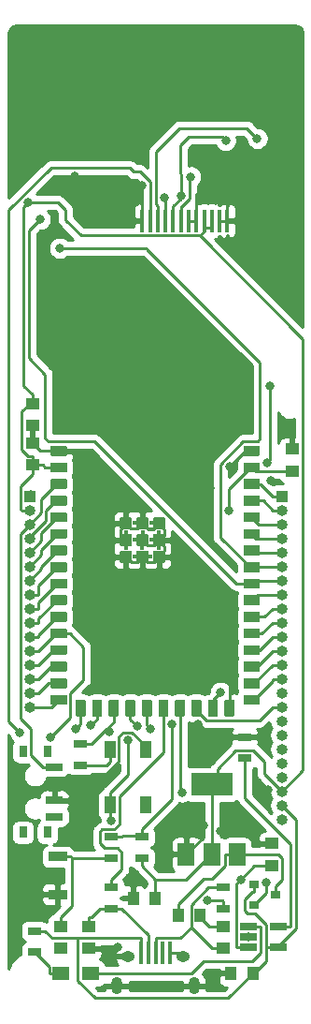
<source format=gbr>
%TF.GenerationSoftware,KiCad,Pcbnew,(5.1.6)-1*%
%TF.CreationDate,2020-08-18T23:06:57+02:00*%
%TF.ProjectId,ESP32-S2-WROOM,45535033-322d-4533-922d-57524f4f4d2e,1.2*%
%TF.SameCoordinates,Original*%
%TF.FileFunction,Copper,L1,Top*%
%TF.FilePolarity,Positive*%
%FSLAX46Y46*%
G04 Gerber Fmt 4.6, Leading zero omitted, Abs format (unit mm)*
G04 Created by KiCad (PCBNEW (5.1.6)-1) date 2020-08-18 23:06:57*
%MOMM*%
%LPD*%
G01*
G04 APERTURE LIST*
%TA.AperFunction,SMDPad,CuDef*%
%ADD10R,1.250000X1.000000*%
%TD*%
%TA.AperFunction,SMDPad,CuDef*%
%ADD11R,0.400000X2.000000*%
%TD*%
%TA.AperFunction,ComponentPad*%
%ADD12O,1.250000X0.950000*%
%TD*%
%TA.AperFunction,ComponentPad*%
%ADD13O,1.000000X1.550000*%
%TD*%
%TA.AperFunction,SMDPad,CuDef*%
%ADD14R,1.300000X0.700000*%
%TD*%
%TA.AperFunction,SMDPad,CuDef*%
%ADD15R,1.700000X0.900000*%
%TD*%
%TA.AperFunction,SMDPad,CuDef*%
%ADD16R,0.800000X1.000000*%
%TD*%
%TA.AperFunction,SMDPad,CuDef*%
%ADD17R,1.500000X0.700000*%
%TD*%
%TA.AperFunction,SMDPad,CuDef*%
%ADD18R,1.500000X2.000000*%
%TD*%
%TA.AperFunction,SMDPad,CuDef*%
%ADD19R,3.800000X2.000000*%
%TD*%
%TA.AperFunction,ComponentPad*%
%ADD20C,0.400000*%
%TD*%
%TA.AperFunction,SMDPad,CuDef*%
%ADD21R,1.000000X1.250000*%
%TD*%
%TA.AperFunction,ComponentPad*%
%ADD22O,1.000000X1.000000*%
%TD*%
%TA.AperFunction,ComponentPad*%
%ADD23R,1.000000X1.000000*%
%TD*%
%TA.AperFunction,SMDPad,CuDef*%
%ADD24R,1.000000X1.600000*%
%TD*%
%TA.AperFunction,SMDPad,CuDef*%
%ADD25R,0.900000X0.800000*%
%TD*%
%TA.AperFunction,SMDPad,CuDef*%
%ADD26R,1.500000X1.300000*%
%TD*%
%TA.AperFunction,SMDPad,CuDef*%
%ADD27R,1.560000X0.650000*%
%TD*%
%TA.AperFunction,SMDPad,CuDef*%
%ADD28R,0.350000X2.000000*%
%TD*%
%TA.AperFunction,ViaPad*%
%ADD29C,0.800000*%
%TD*%
%TA.AperFunction,Conductor*%
%ADD30C,0.250000*%
%TD*%
%TA.AperFunction,Conductor*%
%ADD31C,0.254000*%
%TD*%
G04 APERTURE END LIST*
D10*
%TO.P,C1,2*%
%TO.N,GND*%
X102616000Y-121428000D03*
%TO.P,C1,1*%
%TO.N,Net-(C1-Pad1)*%
X102616000Y-123428000D03*
%TD*%
%TO.P,C2,1*%
%TO.N,Net-(C2-Pad1)*%
X90424000Y-121428000D03*
%TO.P,C2,2*%
%TO.N,GND*%
X90424000Y-123428000D03*
%TD*%
%TO.P,C3,1*%
%TO.N,GND*%
X85344000Y-76184000D03*
%TO.P,C3,2*%
%TO.N,/3.3v*%
X85344000Y-74184000D03*
%TD*%
%TO.P,C4,2*%
%TO.N,/3.3v*%
X85344000Y-79740000D03*
%TO.P,C4,1*%
%TO.N,GND*%
X85344000Y-77740000D03*
%TD*%
%TO.P,C5,1*%
%TO.N,Net-(C5-Pad1)*%
X87884000Y-121428000D03*
%TO.P,C5,2*%
%TO.N,GND*%
X87884000Y-123428000D03*
%TD*%
%TO.P,C6,2*%
%TO.N,/EN*%
X108902000Y-80311500D03*
%TO.P,C6,1*%
%TO.N,GND*%
X108902000Y-78311500D03*
%TD*%
D11*
%TO.P,J1,1*%
%TO.N,/VUSB*%
X95229680Y-123802140D03*
%TO.P,J1,2*%
%TO.N,Net-(C2-Pad1)*%
X95862140Y-123802140D03*
%TO.P,J1,3*%
%TO.N,Net-(C1-Pad1)*%
X96507300Y-123794520D03*
%TO.P,J1,4*%
%TO.N,N/C*%
X97165160Y-123807220D03*
%TO.P,J1,5*%
%TO.N,GND*%
X97815400Y-123807220D03*
D12*
%TO.P,J1,6*%
X94020000Y-124126000D03*
X99020000Y-124126000D03*
D13*
X93020000Y-126826000D03*
X100020000Y-126826000D03*
%TD*%
D14*
%TO.P,R1,2*%
%TO.N,Net-(C1-Pad1)*%
X102616000Y-117922000D03*
%TO.P,R1,1*%
%TO.N,/D+*%
X102616000Y-119822000D03*
%TD*%
%TO.P,R2,1*%
%TO.N,/D-*%
X92456000Y-117922000D03*
%TO.P,R2,2*%
%TO.N,Net-(C2-Pad1)*%
X92456000Y-119822000D03*
%TD*%
%TO.P,R3,2*%
%TO.N,/EN*%
X95250000Y-113350000D03*
%TO.P,R3,1*%
%TO.N,/3.3v*%
X95250000Y-115250000D03*
%TD*%
%TO.P,R4,1*%
%TO.N,/EN*%
X92456000Y-113350000D03*
%TO.P,R4,2*%
%TO.N,Net-(C5-Pad1)*%
X92456000Y-115250000D03*
%TD*%
D15*
%TO.P,SW1,2*%
%TO.N,Net-(C5-Pad1)*%
X87630000Y-115140000D03*
%TO.P,SW1,1*%
%TO.N,GND*%
X87630000Y-118540000D03*
%TD*%
D16*
%TO.P,SW2,*%
%TO.N,*%
X86695500Y-105634000D03*
X86695500Y-112934000D03*
X84485500Y-112934000D03*
X84485500Y-105634000D03*
D17*
%TO.P,SW2,3*%
%TO.N,N/C*%
X87345500Y-111534000D03*
%TO.P,SW2,2*%
%TO.N,GND*%
X87345500Y-110034000D03*
%TO.P,SW2,1*%
%TO.N,/IO0*%
X87345500Y-107034000D03*
%TD*%
D18*
%TO.P,U1,1*%
%TO.N,GND*%
X99300000Y-114910000D03*
%TO.P,U1,3*%
%TO.N,Net-(C7-Pad2)*%
X103900000Y-114910000D03*
%TO.P,U1,2*%
%TO.N,/3.3v*%
X101600000Y-114910000D03*
D19*
X101600000Y-108610000D03*
%TD*%
%TO.P,U2,1*%
%TO.N,GND*%
%TA.AperFunction,SMDPad,CuDef*%
G36*
G01*
X86970000Y-78838900D02*
X86970000Y-78081100D01*
G75*
G02*
X87041100Y-78010000I71100J0D01*
G01*
X88398900Y-78010000D01*
G75*
G02*
X88470000Y-78081100I0J-71100D01*
G01*
X88470000Y-78838900D01*
G75*
G02*
X88398900Y-78910000I-71100J0D01*
G01*
X87041100Y-78910000D01*
G75*
G02*
X86970000Y-78838900I0J71100D01*
G01*
G37*
%TD.AperFunction*%
%TO.P,U2,2*%
%TO.N,/3.3v*%
%TA.AperFunction,SMDPad,CuDef*%
G36*
G01*
X86970000Y-80338900D02*
X86970000Y-79581100D01*
G75*
G02*
X87041100Y-79510000I71100J0D01*
G01*
X88398900Y-79510000D01*
G75*
G02*
X88470000Y-79581100I0J-71100D01*
G01*
X88470000Y-80338900D01*
G75*
G02*
X88398900Y-80410000I-71100J0D01*
G01*
X87041100Y-80410000D01*
G75*
G02*
X86970000Y-80338900I0J71100D01*
G01*
G37*
%TD.AperFunction*%
%TO.P,U2,3*%
%TO.N,/IO0*%
%TA.AperFunction,SMDPad,CuDef*%
G36*
G01*
X86970000Y-81838900D02*
X86970000Y-81081100D01*
G75*
G02*
X87041100Y-81010000I71100J0D01*
G01*
X88398900Y-81010000D01*
G75*
G02*
X88470000Y-81081100I0J-71100D01*
G01*
X88470000Y-81838900D01*
G75*
G02*
X88398900Y-81910000I-71100J0D01*
G01*
X87041100Y-81910000D01*
G75*
G02*
X86970000Y-81838900I0J71100D01*
G01*
G37*
%TD.AperFunction*%
%TO.P,U2,4*%
%TO.N,Net-(J2-Pad4)*%
%TA.AperFunction,SMDPad,CuDef*%
G36*
G01*
X86970000Y-83338900D02*
X86970000Y-82581100D01*
G75*
G02*
X87041100Y-82510000I71100J0D01*
G01*
X88398900Y-82510000D01*
G75*
G02*
X88470000Y-82581100I0J-71100D01*
G01*
X88470000Y-83338900D01*
G75*
G02*
X88398900Y-83410000I-71100J0D01*
G01*
X87041100Y-83410000D01*
G75*
G02*
X86970000Y-83338900I0J71100D01*
G01*
G37*
%TD.AperFunction*%
%TO.P,U2,5*%
%TO.N,Net-(J2-Pad5)*%
%TA.AperFunction,SMDPad,CuDef*%
G36*
G01*
X86970000Y-84838900D02*
X86970000Y-84081100D01*
G75*
G02*
X87041100Y-84010000I71100J0D01*
G01*
X88398900Y-84010000D01*
G75*
G02*
X88470000Y-84081100I0J-71100D01*
G01*
X88470000Y-84838900D01*
G75*
G02*
X88398900Y-84910000I-71100J0D01*
G01*
X87041100Y-84910000D01*
G75*
G02*
X86970000Y-84838900I0J71100D01*
G01*
G37*
%TD.AperFunction*%
%TO.P,U2,6*%
%TO.N,Net-(J2-Pad6)*%
%TA.AperFunction,SMDPad,CuDef*%
G36*
G01*
X86970000Y-86338900D02*
X86970000Y-85581100D01*
G75*
G02*
X87041100Y-85510000I71100J0D01*
G01*
X88398900Y-85510000D01*
G75*
G02*
X88470000Y-85581100I0J-71100D01*
G01*
X88470000Y-86338900D01*
G75*
G02*
X88398900Y-86410000I-71100J0D01*
G01*
X87041100Y-86410000D01*
G75*
G02*
X86970000Y-86338900I0J71100D01*
G01*
G37*
%TD.AperFunction*%
%TO.P,U2,7*%
%TO.N,Net-(J2-Pad7)*%
%TA.AperFunction,SMDPad,CuDef*%
G36*
G01*
X86970000Y-87838900D02*
X86970000Y-87081100D01*
G75*
G02*
X87041100Y-87010000I71100J0D01*
G01*
X88398900Y-87010000D01*
G75*
G02*
X88470000Y-87081100I0J-71100D01*
G01*
X88470000Y-87838900D01*
G75*
G02*
X88398900Y-87910000I-71100J0D01*
G01*
X87041100Y-87910000D01*
G75*
G02*
X86970000Y-87838900I0J71100D01*
G01*
G37*
%TD.AperFunction*%
%TO.P,U2,8*%
%TO.N,Net-(J2-Pad8)*%
%TA.AperFunction,SMDPad,CuDef*%
G36*
G01*
X86970000Y-89338900D02*
X86970000Y-88581100D01*
G75*
G02*
X87041100Y-88510000I71100J0D01*
G01*
X88398900Y-88510000D01*
G75*
G02*
X88470000Y-88581100I0J-71100D01*
G01*
X88470000Y-89338900D01*
G75*
G02*
X88398900Y-89410000I-71100J0D01*
G01*
X87041100Y-89410000D01*
G75*
G02*
X86970000Y-89338900I0J71100D01*
G01*
G37*
%TD.AperFunction*%
%TO.P,U2,9*%
%TO.N,Net-(J2-Pad9)*%
%TA.AperFunction,SMDPad,CuDef*%
G36*
G01*
X86970000Y-90838900D02*
X86970000Y-90081100D01*
G75*
G02*
X87041100Y-90010000I71100J0D01*
G01*
X88398900Y-90010000D01*
G75*
G02*
X88470000Y-90081100I0J-71100D01*
G01*
X88470000Y-90838900D01*
G75*
G02*
X88398900Y-90910000I-71100J0D01*
G01*
X87041100Y-90910000D01*
G75*
G02*
X86970000Y-90838900I0J71100D01*
G01*
G37*
%TD.AperFunction*%
%TO.P,U2,10*%
%TO.N,Net-(J2-Pad10)*%
%TA.AperFunction,SMDPad,CuDef*%
G36*
G01*
X86970000Y-92338900D02*
X86970000Y-91581100D01*
G75*
G02*
X87041100Y-91510000I71100J0D01*
G01*
X88398900Y-91510000D01*
G75*
G02*
X88470000Y-91581100I0J-71100D01*
G01*
X88470000Y-92338900D01*
G75*
G02*
X88398900Y-92410000I-71100J0D01*
G01*
X87041100Y-92410000D01*
G75*
G02*
X86970000Y-92338900I0J71100D01*
G01*
G37*
%TD.AperFunction*%
%TO.P,U2,11*%
%TO.N,Net-(J2-Pad11)*%
%TA.AperFunction,SMDPad,CuDef*%
G36*
G01*
X86970000Y-93838900D02*
X86970000Y-93081100D01*
G75*
G02*
X87041100Y-93010000I71100J0D01*
G01*
X88398900Y-93010000D01*
G75*
G02*
X88470000Y-93081100I0J-71100D01*
G01*
X88470000Y-93838900D01*
G75*
G02*
X88398900Y-93910000I-71100J0D01*
G01*
X87041100Y-93910000D01*
G75*
G02*
X86970000Y-93838900I0J71100D01*
G01*
G37*
%TD.AperFunction*%
%TO.P,U2,12*%
%TO.N,/TFT_RESET*%
%TA.AperFunction,SMDPad,CuDef*%
G36*
G01*
X86970000Y-95338900D02*
X86970000Y-94581100D01*
G75*
G02*
X87041100Y-94510000I71100J0D01*
G01*
X88398900Y-94510000D01*
G75*
G02*
X88470000Y-94581100I0J-71100D01*
G01*
X88470000Y-95338900D01*
G75*
G02*
X88398900Y-95410000I-71100J0D01*
G01*
X87041100Y-95410000D01*
G75*
G02*
X86970000Y-95338900I0J71100D01*
G01*
G37*
%TD.AperFunction*%
%TO.P,U2,13*%
%TO.N,/SPI_CS*%
%TA.AperFunction,SMDPad,CuDef*%
G36*
G01*
X86970000Y-96838900D02*
X86970000Y-96081100D01*
G75*
G02*
X87041100Y-96010000I71100J0D01*
G01*
X88398900Y-96010000D01*
G75*
G02*
X88470000Y-96081100I0J-71100D01*
G01*
X88470000Y-96838900D01*
G75*
G02*
X88398900Y-96910000I-71100J0D01*
G01*
X87041100Y-96910000D01*
G75*
G02*
X86970000Y-96838900I0J71100D01*
G01*
G37*
%TD.AperFunction*%
%TO.P,U2,14*%
%TO.N,/SPI_MOSI*%
%TA.AperFunction,SMDPad,CuDef*%
G36*
G01*
X86970000Y-98338900D02*
X86970000Y-97581100D01*
G75*
G02*
X87041100Y-97510000I71100J0D01*
G01*
X88398900Y-97510000D01*
G75*
G02*
X88470000Y-97581100I0J-71100D01*
G01*
X88470000Y-98338900D01*
G75*
G02*
X88398900Y-98410000I-71100J0D01*
G01*
X87041100Y-98410000D01*
G75*
G02*
X86970000Y-98338900I0J71100D01*
G01*
G37*
%TD.AperFunction*%
%TO.P,U2,15*%
%TO.N,/SPI_CLK*%
%TA.AperFunction,SMDPad,CuDef*%
G36*
G01*
X86970000Y-99838900D02*
X86970000Y-99081100D01*
G75*
G02*
X87041100Y-99010000I71100J0D01*
G01*
X88398900Y-99010000D01*
G75*
G02*
X88470000Y-99081100I0J-71100D01*
G01*
X88470000Y-99838900D01*
G75*
G02*
X88398900Y-99910000I-71100J0D01*
G01*
X87041100Y-99910000D01*
G75*
G02*
X86970000Y-99838900I0J71100D01*
G01*
G37*
%TD.AperFunction*%
%TO.P,U2,16*%
%TO.N,/SPI_MISO*%
%TA.AperFunction,SMDPad,CuDef*%
G36*
G01*
X86970000Y-101338900D02*
X86970000Y-100581100D01*
G75*
G02*
X87041100Y-100510000I71100J0D01*
G01*
X88398900Y-100510000D01*
G75*
G02*
X88470000Y-100581100I0J-71100D01*
G01*
X88470000Y-101338900D01*
G75*
G02*
X88398900Y-101410000I-71100J0D01*
G01*
X87041100Y-101410000D01*
G75*
G02*
X86970000Y-101338900I0J71100D01*
G01*
G37*
%TD.AperFunction*%
%TO.P,U2,17*%
%TO.N,/DC_DISP*%
%TA.AperFunction,SMDPad,CuDef*%
G36*
G01*
X90098900Y-102460000D02*
X89341100Y-102460000D01*
G75*
G02*
X89270000Y-102388900I0J71100D01*
G01*
X89270000Y-101031100D01*
G75*
G02*
X89341100Y-100960000I71100J0D01*
G01*
X90098900Y-100960000D01*
G75*
G02*
X90170000Y-101031100I0J-71100D01*
G01*
X90170000Y-102388900D01*
G75*
G02*
X90098900Y-102460000I-71100J0D01*
G01*
G37*
%TD.AperFunction*%
%TO.P,U2,18*%
%TO.N,Net-(J3-Pad20)*%
%TA.AperFunction,SMDPad,CuDef*%
G36*
G01*
X91598900Y-102460000D02*
X90841100Y-102460000D01*
G75*
G02*
X90770000Y-102388900I0J71100D01*
G01*
X90770000Y-101031100D01*
G75*
G02*
X90841100Y-100960000I71100J0D01*
G01*
X91598900Y-100960000D01*
G75*
G02*
X91670000Y-101031100I0J-71100D01*
G01*
X91670000Y-102388900D01*
G75*
G02*
X91598900Y-102460000I-71100J0D01*
G01*
G37*
%TD.AperFunction*%
%TO.P,U2,19*%
%TO.N,/RGBLED*%
%TA.AperFunction,SMDPad,CuDef*%
G36*
G01*
X93098900Y-102460000D02*
X92341100Y-102460000D01*
G75*
G02*
X92270000Y-102388900I0J71100D01*
G01*
X92270000Y-101031100D01*
G75*
G02*
X92341100Y-100960000I71100J0D01*
G01*
X93098900Y-100960000D01*
G75*
G02*
X93170000Y-101031100I0J-71100D01*
G01*
X93170000Y-102388900D01*
G75*
G02*
X93098900Y-102460000I-71100J0D01*
G01*
G37*
%TD.AperFunction*%
%TO.P,U2,20*%
%TO.N,/U1TXD*%
%TA.AperFunction,SMDPad,CuDef*%
G36*
G01*
X94598900Y-102460000D02*
X93841100Y-102460000D01*
G75*
G02*
X93770000Y-102388900I0J71100D01*
G01*
X93770000Y-101031100D01*
G75*
G02*
X93841100Y-100960000I71100J0D01*
G01*
X94598900Y-100960000D01*
G75*
G02*
X94670000Y-101031100I0J-71100D01*
G01*
X94670000Y-102388900D01*
G75*
G02*
X94598900Y-102460000I-71100J0D01*
G01*
G37*
%TD.AperFunction*%
%TO.P,U2,21*%
%TO.N,/U1RXD*%
%TA.AperFunction,SMDPad,CuDef*%
G36*
G01*
X96098900Y-102460000D02*
X95341100Y-102460000D01*
G75*
G02*
X95270000Y-102388900I0J71100D01*
G01*
X95270000Y-101031100D01*
G75*
G02*
X95341100Y-100960000I71100J0D01*
G01*
X96098900Y-100960000D01*
G75*
G02*
X96170000Y-101031100I0J-71100D01*
G01*
X96170000Y-102388900D01*
G75*
G02*
X96098900Y-102460000I-71100J0D01*
G01*
G37*
%TD.AperFunction*%
%TO.P,U2,22*%
%TO.N,/D-*%
%TA.AperFunction,SMDPad,CuDef*%
G36*
G01*
X97598900Y-102460000D02*
X96841100Y-102460000D01*
G75*
G02*
X96770000Y-102388900I0J71100D01*
G01*
X96770000Y-101031100D01*
G75*
G02*
X96841100Y-100960000I71100J0D01*
G01*
X97598900Y-100960000D01*
G75*
G02*
X97670000Y-101031100I0J-71100D01*
G01*
X97670000Y-102388900D01*
G75*
G02*
X97598900Y-102460000I-71100J0D01*
G01*
G37*
%TD.AperFunction*%
%TO.P,U2,23*%
%TO.N,/D+*%
%TA.AperFunction,SMDPad,CuDef*%
G36*
G01*
X99098900Y-102460000D02*
X98341100Y-102460000D01*
G75*
G02*
X98270000Y-102388900I0J71100D01*
G01*
X98270000Y-101031100D01*
G75*
G02*
X98341100Y-100960000I71100J0D01*
G01*
X99098900Y-100960000D01*
G75*
G02*
X99170000Y-101031100I0J-71100D01*
G01*
X99170000Y-102388900D01*
G75*
G02*
X99098900Y-102460000I-71100J0D01*
G01*
G37*
%TD.AperFunction*%
%TO.P,U2,24*%
%TO.N,Net-(J3-Pad16)*%
%TA.AperFunction,SMDPad,CuDef*%
G36*
G01*
X100598900Y-102460000D02*
X99841100Y-102460000D01*
G75*
G02*
X99770000Y-102388900I0J71100D01*
G01*
X99770000Y-101031100D01*
G75*
G02*
X99841100Y-100960000I71100J0D01*
G01*
X100598900Y-100960000D01*
G75*
G02*
X100670000Y-101031100I0J-71100D01*
G01*
X100670000Y-102388900D01*
G75*
G02*
X100598900Y-102460000I-71100J0D01*
G01*
G37*
%TD.AperFunction*%
%TO.P,U2,25*%
%TO.N,Net-(J3-Pad15)*%
%TA.AperFunction,SMDPad,CuDef*%
G36*
G01*
X102098900Y-102460000D02*
X101341100Y-102460000D01*
G75*
G02*
X101270000Y-102388900I0J71100D01*
G01*
X101270000Y-101031100D01*
G75*
G02*
X101341100Y-100960000I71100J0D01*
G01*
X102098900Y-100960000D01*
G75*
G02*
X102170000Y-101031100I0J-71100D01*
G01*
X102170000Y-102388900D01*
G75*
G02*
X102098900Y-102460000I-71100J0D01*
G01*
G37*
%TD.AperFunction*%
%TO.P,U2,26*%
%TO.N,GND*%
%TA.AperFunction,SMDPad,CuDef*%
G36*
G01*
X103598900Y-102460000D02*
X102841100Y-102460000D01*
G75*
G02*
X102770000Y-102388900I0J71100D01*
G01*
X102770000Y-101031100D01*
G75*
G02*
X102841100Y-100960000I71100J0D01*
G01*
X103598900Y-100960000D01*
G75*
G02*
X103670000Y-101031100I0J-71100D01*
G01*
X103670000Y-102388900D01*
G75*
G02*
X103598900Y-102460000I-71100J0D01*
G01*
G37*
%TD.AperFunction*%
%TO.P,U2,27*%
%TO.N,Net-(J3-Pad14)*%
%TA.AperFunction,SMDPad,CuDef*%
G36*
G01*
X105970000Y-100581100D02*
X105970000Y-101338900D01*
G75*
G02*
X105898900Y-101410000I-71100J0D01*
G01*
X104541100Y-101410000D01*
G75*
G02*
X104470000Y-101338900I0J71100D01*
G01*
X104470000Y-100581100D01*
G75*
G02*
X104541100Y-100510000I71100J0D01*
G01*
X105898900Y-100510000D01*
G75*
G02*
X105970000Y-100581100I0J-71100D01*
G01*
G37*
%TD.AperFunction*%
%TO.P,U2,28*%
%TO.N,Net-(J3-Pad13)*%
%TA.AperFunction,SMDPad,CuDef*%
G36*
G01*
X105970000Y-99081100D02*
X105970000Y-99838900D01*
G75*
G02*
X105898900Y-99910000I-71100J0D01*
G01*
X104541100Y-99910000D01*
G75*
G02*
X104470000Y-99838900I0J71100D01*
G01*
X104470000Y-99081100D01*
G75*
G02*
X104541100Y-99010000I71100J0D01*
G01*
X105898900Y-99010000D01*
G75*
G02*
X105970000Y-99081100I0J-71100D01*
G01*
G37*
%TD.AperFunction*%
%TO.P,U2,29*%
%TO.N,Net-(J3-Pad12)*%
%TA.AperFunction,SMDPad,CuDef*%
G36*
G01*
X105970000Y-97581100D02*
X105970000Y-98338900D01*
G75*
G02*
X105898900Y-98410000I-71100J0D01*
G01*
X104541100Y-98410000D01*
G75*
G02*
X104470000Y-98338900I0J71100D01*
G01*
X104470000Y-97581100D01*
G75*
G02*
X104541100Y-97510000I71100J0D01*
G01*
X105898900Y-97510000D01*
G75*
G02*
X105970000Y-97581100I0J-71100D01*
G01*
G37*
%TD.AperFunction*%
%TO.P,U2,30*%
%TO.N,Net-(J3-Pad11)*%
%TA.AperFunction,SMDPad,CuDef*%
G36*
G01*
X105970000Y-96081100D02*
X105970000Y-96838900D01*
G75*
G02*
X105898900Y-96910000I-71100J0D01*
G01*
X104541100Y-96910000D01*
G75*
G02*
X104470000Y-96838900I0J71100D01*
G01*
X104470000Y-96081100D01*
G75*
G02*
X104541100Y-96010000I71100J0D01*
G01*
X105898900Y-96010000D01*
G75*
G02*
X105970000Y-96081100I0J-71100D01*
G01*
G37*
%TD.AperFunction*%
%TO.P,U2,31*%
%TO.N,Net-(J3-Pad10)*%
%TA.AperFunction,SMDPad,CuDef*%
G36*
G01*
X105970000Y-94581100D02*
X105970000Y-95338900D01*
G75*
G02*
X105898900Y-95410000I-71100J0D01*
G01*
X104541100Y-95410000D01*
G75*
G02*
X104470000Y-95338900I0J71100D01*
G01*
X104470000Y-94581100D01*
G75*
G02*
X104541100Y-94510000I71100J0D01*
G01*
X105898900Y-94510000D01*
G75*
G02*
X105970000Y-94581100I0J-71100D01*
G01*
G37*
%TD.AperFunction*%
%TO.P,U2,32*%
%TO.N,Net-(J3-Pad9)*%
%TA.AperFunction,SMDPad,CuDef*%
G36*
G01*
X105970000Y-93081100D02*
X105970000Y-93838900D01*
G75*
G02*
X105898900Y-93910000I-71100J0D01*
G01*
X104541100Y-93910000D01*
G75*
G02*
X104470000Y-93838900I0J71100D01*
G01*
X104470000Y-93081100D01*
G75*
G02*
X104541100Y-93010000I71100J0D01*
G01*
X105898900Y-93010000D01*
G75*
G02*
X105970000Y-93081100I0J-71100D01*
G01*
G37*
%TD.AperFunction*%
%TO.P,U2,33*%
%TO.N,Net-(J3-Pad8)*%
%TA.AperFunction,SMDPad,CuDef*%
G36*
G01*
X105970000Y-91581100D02*
X105970000Y-92338900D01*
G75*
G02*
X105898900Y-92410000I-71100J0D01*
G01*
X104541100Y-92410000D01*
G75*
G02*
X104470000Y-92338900I0J71100D01*
G01*
X104470000Y-91581100D01*
G75*
G02*
X104541100Y-91510000I71100J0D01*
G01*
X105898900Y-91510000D01*
G75*
G02*
X105970000Y-91581100I0J-71100D01*
G01*
G37*
%TD.AperFunction*%
%TO.P,U2,34*%
%TO.N,/SCL*%
%TA.AperFunction,SMDPad,CuDef*%
G36*
G01*
X105970000Y-90081100D02*
X105970000Y-90838900D01*
G75*
G02*
X105898900Y-90910000I-71100J0D01*
G01*
X104541100Y-90910000D01*
G75*
G02*
X104470000Y-90838900I0J71100D01*
G01*
X104470000Y-90081100D01*
G75*
G02*
X104541100Y-90010000I71100J0D01*
G01*
X105898900Y-90010000D01*
G75*
G02*
X105970000Y-90081100I0J-71100D01*
G01*
G37*
%TD.AperFunction*%
%TO.P,U2,35*%
%TO.N,/SDA*%
%TA.AperFunction,SMDPad,CuDef*%
G36*
G01*
X105970000Y-88581100D02*
X105970000Y-89338900D01*
G75*
G02*
X105898900Y-89410000I-71100J0D01*
G01*
X104541100Y-89410000D01*
G75*
G02*
X104470000Y-89338900I0J71100D01*
G01*
X104470000Y-88581100D01*
G75*
G02*
X104541100Y-88510000I71100J0D01*
G01*
X105898900Y-88510000D01*
G75*
G02*
X105970000Y-88581100I0J-71100D01*
G01*
G37*
%TD.AperFunction*%
%TO.P,U2,36*%
%TO.N,Net-(J3-Pad5)*%
%TA.AperFunction,SMDPad,CuDef*%
G36*
G01*
X105970000Y-87081100D02*
X105970000Y-87838900D01*
G75*
G02*
X105898900Y-87910000I-71100J0D01*
G01*
X104541100Y-87910000D01*
G75*
G02*
X104470000Y-87838900I0J71100D01*
G01*
X104470000Y-87081100D01*
G75*
G02*
X104541100Y-87010000I71100J0D01*
G01*
X105898900Y-87010000D01*
G75*
G02*
X105970000Y-87081100I0J-71100D01*
G01*
G37*
%TD.AperFunction*%
%TO.P,U2,37*%
%TO.N,Net-(J3-Pad4)*%
%TA.AperFunction,SMDPad,CuDef*%
G36*
G01*
X105970000Y-85581100D02*
X105970000Y-86338900D01*
G75*
G02*
X105898900Y-86410000I-71100J0D01*
G01*
X104541100Y-86410000D01*
G75*
G02*
X104470000Y-86338900I0J71100D01*
G01*
X104470000Y-85581100D01*
G75*
G02*
X104541100Y-85510000I71100J0D01*
G01*
X105898900Y-85510000D01*
G75*
G02*
X105970000Y-85581100I0J-71100D01*
G01*
G37*
%TD.AperFunction*%
%TO.P,U2,38*%
%TO.N,Net-(J3-Pad3)*%
%TA.AperFunction,SMDPad,CuDef*%
G36*
G01*
X105970000Y-84081100D02*
X105970000Y-84838900D01*
G75*
G02*
X105898900Y-84910000I-71100J0D01*
G01*
X104541100Y-84910000D01*
G75*
G02*
X104470000Y-84838900I0J71100D01*
G01*
X104470000Y-84081100D01*
G75*
G02*
X104541100Y-84010000I71100J0D01*
G01*
X105898900Y-84010000D01*
G75*
G02*
X105970000Y-84081100I0J-71100D01*
G01*
G37*
%TD.AperFunction*%
%TO.P,U2,39*%
%TO.N,Net-(J3-Pad2)*%
%TA.AperFunction,SMDPad,CuDef*%
G36*
G01*
X105970000Y-82581100D02*
X105970000Y-83338900D01*
G75*
G02*
X105898900Y-83410000I-71100J0D01*
G01*
X104541100Y-83410000D01*
G75*
G02*
X104470000Y-83338900I0J71100D01*
G01*
X104470000Y-82581100D01*
G75*
G02*
X104541100Y-82510000I71100J0D01*
G01*
X105898900Y-82510000D01*
G75*
G02*
X105970000Y-82581100I0J-71100D01*
G01*
G37*
%TD.AperFunction*%
%TO.P,U2,40*%
%TO.N,Net-(J3-Pad1)*%
%TA.AperFunction,SMDPad,CuDef*%
G36*
G01*
X105970000Y-81081100D02*
X105970000Y-81838900D01*
G75*
G02*
X105898900Y-81910000I-71100J0D01*
G01*
X104541100Y-81910000D01*
G75*
G02*
X104470000Y-81838900I0J71100D01*
G01*
X104470000Y-81081100D01*
G75*
G02*
X104541100Y-81010000I71100J0D01*
G01*
X105898900Y-81010000D01*
G75*
G02*
X105970000Y-81081100I0J-71100D01*
G01*
G37*
%TD.AperFunction*%
%TO.P,U2,41*%
%TO.N,/EN*%
%TA.AperFunction,SMDPad,CuDef*%
G36*
G01*
X105970000Y-79581100D02*
X105970000Y-80338900D01*
G75*
G02*
X105898900Y-80410000I-71100J0D01*
G01*
X104541100Y-80410000D01*
G75*
G02*
X104470000Y-80338900I0J71100D01*
G01*
X104470000Y-79581100D01*
G75*
G02*
X104541100Y-79510000I71100J0D01*
G01*
X105898900Y-79510000D01*
G75*
G02*
X105970000Y-79581100I0J-71100D01*
G01*
G37*
%TD.AperFunction*%
%TO.P,U2,42*%
%TO.N,GND*%
%TA.AperFunction,SMDPad,CuDef*%
G36*
G01*
X105970000Y-78081100D02*
X105970000Y-78838900D01*
G75*
G02*
X105898900Y-78910000I-71100J0D01*
G01*
X104541100Y-78910000D01*
G75*
G02*
X104470000Y-78838900I0J71100D01*
G01*
X104470000Y-78081100D01*
G75*
G02*
X104541100Y-78010000I71100J0D01*
G01*
X105898900Y-78010000D01*
G75*
G02*
X105970000Y-78081100I0J-71100D01*
G01*
G37*
%TD.AperFunction*%
%TO.P,U2,43*%
%TA.AperFunction,SMDPad,CuDef*%
G36*
G01*
X94380000Y-84571900D02*
X94380000Y-85498100D01*
G75*
G02*
X94293100Y-85585000I-86900J0D01*
G01*
X93366900Y-85585000D01*
G75*
G02*
X93280000Y-85498100I0J86900D01*
G01*
X93280000Y-84571900D01*
G75*
G02*
X93366900Y-84485000I86900J0D01*
G01*
X94293100Y-84485000D01*
G75*
G02*
X94380000Y-84571900I0J-86900D01*
G01*
G37*
%TD.AperFunction*%
%TA.AperFunction,SMDPad,CuDef*%
G36*
G01*
X95880000Y-84571900D02*
X95880000Y-85498100D01*
G75*
G02*
X95793100Y-85585000I-86900J0D01*
G01*
X94866900Y-85585000D01*
G75*
G02*
X94780000Y-85498100I0J86900D01*
G01*
X94780000Y-84571900D01*
G75*
G02*
X94866900Y-84485000I86900J0D01*
G01*
X95793100Y-84485000D01*
G75*
G02*
X95880000Y-84571900I0J-86900D01*
G01*
G37*
%TD.AperFunction*%
%TA.AperFunction,SMDPad,CuDef*%
G36*
G01*
X97380000Y-84571900D02*
X97380000Y-85498100D01*
G75*
G02*
X97293100Y-85585000I-86900J0D01*
G01*
X96366900Y-85585000D01*
G75*
G02*
X96280000Y-85498100I0J86900D01*
G01*
X96280000Y-84571900D01*
G75*
G02*
X96366900Y-84485000I86900J0D01*
G01*
X97293100Y-84485000D01*
G75*
G02*
X97380000Y-84571900I0J-86900D01*
G01*
G37*
%TD.AperFunction*%
%TA.AperFunction,SMDPad,CuDef*%
G36*
G01*
X94380000Y-86071900D02*
X94380000Y-86998100D01*
G75*
G02*
X94293100Y-87085000I-86900J0D01*
G01*
X93366900Y-87085000D01*
G75*
G02*
X93280000Y-86998100I0J86900D01*
G01*
X93280000Y-86071900D01*
G75*
G02*
X93366900Y-85985000I86900J0D01*
G01*
X94293100Y-85985000D01*
G75*
G02*
X94380000Y-86071900I0J-86900D01*
G01*
G37*
%TD.AperFunction*%
%TA.AperFunction,SMDPad,CuDef*%
G36*
G01*
X95880000Y-86071900D02*
X95880000Y-86998100D01*
G75*
G02*
X95793100Y-87085000I-86900J0D01*
G01*
X94866900Y-87085000D01*
G75*
G02*
X94780000Y-86998100I0J86900D01*
G01*
X94780000Y-86071900D01*
G75*
G02*
X94866900Y-85985000I86900J0D01*
G01*
X95793100Y-85985000D01*
G75*
G02*
X95880000Y-86071900I0J-86900D01*
G01*
G37*
%TD.AperFunction*%
%TA.AperFunction,SMDPad,CuDef*%
G36*
G01*
X97380000Y-86071900D02*
X97380000Y-86998100D01*
G75*
G02*
X97293100Y-87085000I-86900J0D01*
G01*
X96366900Y-87085000D01*
G75*
G02*
X96280000Y-86998100I0J86900D01*
G01*
X96280000Y-86071900D01*
G75*
G02*
X96366900Y-85985000I86900J0D01*
G01*
X97293100Y-85985000D01*
G75*
G02*
X97380000Y-86071900I0J-86900D01*
G01*
G37*
%TD.AperFunction*%
%TA.AperFunction,SMDPad,CuDef*%
G36*
G01*
X94380000Y-87571900D02*
X94380000Y-88498100D01*
G75*
G02*
X94293100Y-88585000I-86900J0D01*
G01*
X93366900Y-88585000D01*
G75*
G02*
X93280000Y-88498100I0J86900D01*
G01*
X93280000Y-87571900D01*
G75*
G02*
X93366900Y-87485000I86900J0D01*
G01*
X94293100Y-87485000D01*
G75*
G02*
X94380000Y-87571900I0J-86900D01*
G01*
G37*
%TD.AperFunction*%
%TA.AperFunction,SMDPad,CuDef*%
G36*
G01*
X95880000Y-87571900D02*
X95880000Y-88498100D01*
G75*
G02*
X95793100Y-88585000I-86900J0D01*
G01*
X94866900Y-88585000D01*
G75*
G02*
X94780000Y-88498100I0J86900D01*
G01*
X94780000Y-87571900D01*
G75*
G02*
X94866900Y-87485000I86900J0D01*
G01*
X95793100Y-87485000D01*
G75*
G02*
X95880000Y-87571900I0J-86900D01*
G01*
G37*
%TD.AperFunction*%
%TA.AperFunction,SMDPad,CuDef*%
G36*
G01*
X97380000Y-87571900D02*
X97380000Y-88498100D01*
G75*
G02*
X97293100Y-88585000I-86900J0D01*
G01*
X96366900Y-88585000D01*
G75*
G02*
X96280000Y-88498100I0J86900D01*
G01*
X96280000Y-87571900D01*
G75*
G02*
X96366900Y-87485000I86900J0D01*
G01*
X97293100Y-87485000D01*
G75*
G02*
X97380000Y-87571900I0J-86900D01*
G01*
G37*
%TD.AperFunction*%
D20*
%TO.P,U2,*%
%TO.N,*%
X93820000Y-85793600D03*
X94582000Y-84980800D03*
X96106000Y-84980800D03*
X96817200Y-85793600D03*
X96817200Y-87266800D03*
X96055200Y-87978000D03*
X94582000Y-87978000D03*
X93820000Y-87266800D03*
X94582000Y-86504800D03*
X96106000Y-86454000D03*
X95344000Y-85793600D03*
X95293200Y-87266800D03*
%TD*%
D21*
%TO.P,C7,1*%
%TO.N,GND*%
X100568000Y-120396000D03*
%TO.P,C7,2*%
%TO.N,Net-(C7-Pad2)*%
X98568000Y-120396000D03*
%TD*%
%TO.P,C8,2*%
%TO.N,/3.3v*%
X96504000Y-118872000D03*
%TO.P,C8,1*%
%TO.N,GND*%
X94504000Y-118872000D03*
%TD*%
D22*
%TO.P,J2,16*%
%TO.N,/SPI_MISO*%
X85090000Y-101600000D03*
%TO.P,J2,15*%
%TO.N,/SPI_CLK*%
X85090000Y-100330000D03*
%TO.P,J2,14*%
%TO.N,/SPI_MOSI*%
X85090000Y-99060000D03*
%TO.P,J2,13*%
%TO.N,/SPI_CS*%
X85090000Y-97790000D03*
%TO.P,J2,12*%
%TO.N,/TFT_RESET*%
X85090000Y-96520000D03*
%TO.P,J2,11*%
%TO.N,Net-(J2-Pad11)*%
X85090000Y-95250000D03*
%TO.P,J2,10*%
%TO.N,Net-(J2-Pad10)*%
X85090000Y-93980000D03*
%TO.P,J2,9*%
%TO.N,Net-(J2-Pad9)*%
X85090000Y-92710000D03*
%TO.P,J2,8*%
%TO.N,Net-(J2-Pad8)*%
X85090000Y-91440000D03*
%TO.P,J2,7*%
%TO.N,Net-(J2-Pad7)*%
X85090000Y-90170000D03*
%TO.P,J2,6*%
%TO.N,Net-(J2-Pad6)*%
X85090000Y-88900000D03*
%TO.P,J2,5*%
%TO.N,Net-(J2-Pad5)*%
X85090000Y-87630000D03*
%TO.P,J2,4*%
%TO.N,Net-(J2-Pad4)*%
X85090000Y-86360000D03*
%TO.P,J2,3*%
%TO.N,/IO0*%
X85090000Y-85090000D03*
%TO.P,J2,2*%
%TO.N,/3.3v*%
X85090000Y-83820000D03*
D23*
%TO.P,J2,1*%
%TO.N,GND*%
X85090000Y-82550000D03*
%TD*%
D22*
%TO.P,J3,24*%
%TO.N,GND*%
X107950000Y-111760000D03*
%TO.P,J3,23*%
%TO.N,/VUSB*%
X107950000Y-110490000D03*
%TO.P,J3,22*%
%TO.N,/3.3v*%
X107950000Y-109220000D03*
%TO.P,J3,21*%
%TO.N,/DC_DISP*%
X107950000Y-107950000D03*
%TO.P,J3,20*%
%TO.N,Net-(J3-Pad20)*%
X107950000Y-106680000D03*
%TO.P,J3,19*%
%TO.N,/RGBLED*%
X107950000Y-105410000D03*
%TO.P,J3,18*%
%TO.N,/U1TXD*%
X107950000Y-104140000D03*
%TO.P,J3,17*%
%TO.N,/U1RXD*%
X107950000Y-102870000D03*
%TO.P,J3,16*%
%TO.N,Net-(J3-Pad16)*%
X107950000Y-101600000D03*
%TO.P,J3,15*%
%TO.N,Net-(J3-Pad15)*%
X107950000Y-100330000D03*
%TO.P,J3,14*%
%TO.N,Net-(J3-Pad14)*%
X107950000Y-99060000D03*
%TO.P,J3,13*%
%TO.N,Net-(J3-Pad13)*%
X107950000Y-97790000D03*
%TO.P,J3,12*%
%TO.N,Net-(J3-Pad12)*%
X107950000Y-96520000D03*
%TO.P,J3,11*%
%TO.N,Net-(J3-Pad11)*%
X107950000Y-95250000D03*
%TO.P,J3,10*%
%TO.N,Net-(J3-Pad10)*%
X107950000Y-93980000D03*
%TO.P,J3,9*%
%TO.N,Net-(J3-Pad9)*%
X107950000Y-92710000D03*
%TO.P,J3,8*%
%TO.N,Net-(J3-Pad8)*%
X107950000Y-91440000D03*
%TO.P,J3,7*%
%TO.N,/SCL*%
X107950000Y-90170000D03*
%TO.P,J3,6*%
%TO.N,/SDA*%
X107950000Y-88900000D03*
%TO.P,J3,5*%
%TO.N,Net-(J3-Pad5)*%
X107950000Y-87630000D03*
%TO.P,J3,4*%
%TO.N,Net-(J3-Pad4)*%
X107950000Y-86360000D03*
%TO.P,J3,3*%
%TO.N,Net-(J3-Pad3)*%
X107950000Y-85090000D03*
%TO.P,J3,2*%
%TO.N,Net-(J3-Pad2)*%
X107950000Y-83820000D03*
D23*
%TO.P,J3,1*%
%TO.N,Net-(J3-Pad1)*%
X107950000Y-82550000D03*
%TD*%
D24*
%TO.P,D1,1*%
%TO.N,/VBAT*%
X92380000Y-110450000D03*
%TO.P,D1,2*%
%TO.N,N/C*%
X95580000Y-110450000D03*
%TO.P,D1,4*%
%TO.N,Net-(D1-Pad4)*%
X92380000Y-105450000D03*
%TO.P,D1,3*%
%TO.N,GND*%
X95580000Y-105450000D03*
%TD*%
D14*
%TO.P,R5,2*%
%TO.N,/RGBLED*%
X89662000Y-104968000D03*
%TO.P,R5,1*%
%TO.N,Net-(D1-Pad4)*%
X89662000Y-106868000D03*
%TD*%
D21*
%TO.P,C9,2*%
%TO.N,GND*%
X103330000Y-125666000D03*
%TO.P,C9,1*%
%TO.N,/VUSB*%
X105330000Y-125666000D03*
%TD*%
D25*
%TO.P,D2,3*%
%TO.N,Net-(C7-Pad2)*%
X107426000Y-118554000D03*
%TO.P,D2,2*%
%TO.N,Net-(D2-Pad2)*%
X105426000Y-119504000D03*
%TO.P,D2,1*%
%TO.N,/VUSB*%
X105426000Y-117604000D03*
%TD*%
D26*
%TO.P,D3,2*%
%TO.N,Net-(D3-Pad2)*%
X87931000Y-125666000D03*
%TO.P,D3,1*%
%TO.N,Net-(D3-Pad1)*%
X90631000Y-125666000D03*
%TD*%
D14*
%TO.P,R6,1*%
%TO.N,Net-(R6-Pad1)*%
X104584000Y-106233000D03*
%TO.P,R6,2*%
%TO.N,GND*%
X104584000Y-104333000D03*
%TD*%
%TO.P,R7,2*%
%TO.N,Net-(D3-Pad2)*%
X85534500Y-123759000D03*
%TO.P,R7,1*%
%TO.N,/VUSB*%
X85534500Y-121859000D03*
%TD*%
D27*
%TO.P,U3,5*%
%TO.N,Net-(R6-Pad1)*%
X107649000Y-121414000D03*
%TO.P,U3,4*%
%TO.N,/VUSB*%
X107649000Y-123314000D03*
%TO.P,U3,3*%
%TO.N,/VBAT*%
X104949000Y-123314000D03*
%TO.P,U3,2*%
%TO.N,GND*%
X104949000Y-122364000D03*
%TO.P,U3,1*%
%TO.N,Net-(D3-Pad1)*%
X104949000Y-121414000D03*
%TD*%
D10*
%TO.P,C10,2*%
%TO.N,GND*%
X107061000Y-113935000D03*
%TO.P,C10,1*%
%TO.N,/VBAT*%
X107061000Y-115935000D03*
%TD*%
D28*
%TO.P,U4,12*%
%TO.N,GND*%
X95312000Y-57658000D03*
%TO.P,U4,11*%
%TO.N,/TFT_RESET*%
X96012000Y-57658000D03*
%TO.P,U4,10*%
%TO.N,Net-(JP4-Pad2)*%
X96712000Y-57658000D03*
%TO.P,U4,9*%
%TO.N,Net-(JP1-Pad2)*%
X97412000Y-57658000D03*
%TO.P,U4,8*%
%TO.N,Net-(JP2-Pad2)*%
X98112000Y-57658000D03*
%TO.P,U4,7*%
%TO.N,Net-(JP3-Pad2)*%
X98812000Y-57658000D03*
%TO.P,U4,6*%
%TO.N,GND*%
X99512000Y-57658000D03*
%TO.P,U4,5*%
X100212000Y-57658000D03*
%TO.P,U4,4*%
%TO.N,/3.3v*%
X100912000Y-57658000D03*
%TO.P,U4,3*%
X101612000Y-57658000D03*
%TO.P,U4,2*%
%TO.N,GND*%
X102312000Y-57658000D03*
%TO.P,U4,1*%
X103012000Y-57658000D03*
%TD*%
D29*
%TO.N,GND*%
X104902000Y-122388998D03*
X102616000Y-121428000D03*
X85324800Y-77740000D03*
X95250000Y-54483000D03*
X103251000Y-79883000D03*
X108839000Y-78359000D03*
X107061000Y-113919000D03*
X87884000Y-123444000D03*
X90424000Y-123428000D03*
X93091000Y-123317000D03*
X94504000Y-118872000D03*
X87630000Y-118540000D03*
X106680000Y-109093000D03*
X103378000Y-98806000D03*
X100330000Y-103176900D03*
X103632000Y-111633000D03*
X102362000Y-112776000D03*
X100838000Y-112268000D03*
X99300000Y-114910000D03*
X89217500Y-53594000D03*
X106934000Y-81153000D03*
X101473000Y-86614000D03*
X101473000Y-81788000D03*
%TO.N,/3.3v*%
X84963000Y-56007000D03*
%TO.N,/EN*%
X103115000Y-83885300D03*
X97970000Y-103144000D03*
%TO.N,Net-(J3-Pad20)*%
X90637700Y-103281400D03*
%TO.N,Net-(J3-Pad15)*%
X102403600Y-100281700D03*
%TO.N,/RGBLED*%
X92331100Y-103828100D03*
%TO.N,/VBAT*%
X104234500Y-117177700D03*
X93972600Y-104607100D03*
X92480700Y-111867300D03*
%TO.N,/DC_DISP*%
X89248500Y-103596800D03*
%TO.N,/U1TXD*%
X94831100Y-103333700D03*
%TO.N,/U1RXD*%
X96068900Y-103545600D03*
%TO.N,/SCL*%
X86042500Y-57531000D03*
%TO.N,/SDA*%
X87820500Y-60134500D03*
%TO.N,/D+*%
X101184600Y-119091900D03*
X98897500Y-109305000D03*
%TO.N,Net-(D2-Pad2)*%
X106505600Y-117482400D03*
X106887200Y-72638600D03*
X106621400Y-79526800D03*
%TO.N,Net-(JP1-Pad2)*%
X97273800Y-55593100D03*
%TO.N,Net-(JP2-Pad2)*%
X98820700Y-55390500D03*
X102870000Y-50419000D03*
%TO.N,Net-(JP3-Pad2)*%
X99704680Y-53680600D03*
%TO.N,Net-(JP4-Pad2)*%
X105727500Y-50228500D03*
%TO.N,/TFT_RESET*%
X84226400Y-103936800D03*
X87020400Y-104321800D03*
%TD*%
D30*
%TO.N,GND*%
X99512000Y-57658000D02*
X100212000Y-57658000D01*
X102312000Y-57658000D02*
X103012000Y-57658000D01*
X100203000Y-56515000D02*
X100212000Y-56524000D01*
X103012000Y-57658000D02*
X103012000Y-56022000D01*
X101600000Y-54610000D02*
X100838000Y-54610000D01*
X100838000Y-54610000D02*
X100203000Y-55245000D01*
X103012000Y-56022000D02*
X101600000Y-54610000D01*
X100212000Y-56524000D02*
X100212000Y-57658000D01*
X100203000Y-55245000D02*
X100203000Y-56515000D01*
X104949000Y-122364000D02*
X104926998Y-122364000D01*
X104926998Y-122364000D02*
X104902000Y-122388998D01*
X102616000Y-121428000D02*
X101362000Y-121428000D01*
X100568000Y-120634000D02*
X100568000Y-120396000D01*
X101362000Y-121428000D02*
X100568000Y-120634000D01*
X98701220Y-123807220D02*
X99020000Y-124126000D01*
X97815400Y-123807220D02*
X98701220Y-123807220D01*
X95302002Y-88035000D02*
X95330000Y-88035000D01*
X94329999Y-88503001D02*
X94834001Y-88503001D01*
X93830000Y-88035000D02*
X93861998Y-88035000D01*
X94834001Y-88503001D02*
X95302002Y-88035000D01*
X93861998Y-88035000D02*
X94329999Y-88503001D01*
X96361999Y-88503001D02*
X96830000Y-88035000D01*
X95798001Y-88503001D02*
X96361999Y-88503001D01*
X95330000Y-88035000D02*
X95798001Y-88503001D01*
X97342201Y-87047201D02*
X96830000Y-86535000D01*
X97342201Y-87522799D02*
X97342201Y-87047201D01*
X96830000Y-88035000D02*
X97342201Y-87522799D01*
X97342201Y-85547201D02*
X96830000Y-85035000D01*
X97342201Y-86022799D02*
X97342201Y-85547201D01*
X96830000Y-86535000D02*
X97342201Y-86022799D01*
X95800801Y-85505801D02*
X95330000Y-85035000D01*
X96359199Y-85505801D02*
X95800801Y-85505801D01*
X96830000Y-85035000D02*
X96359199Y-85505801D01*
X94859199Y-85505801D02*
X94300801Y-85505801D01*
X94300801Y-85505801D02*
X93830000Y-85035000D01*
X95330000Y-85035000D02*
X94859199Y-85505801D01*
X93294999Y-86045601D02*
X93784398Y-86535000D01*
X93294999Y-85541599D02*
X93294999Y-86045601D01*
X93801598Y-85035000D02*
X93294999Y-85541599D01*
X93784398Y-86535000D02*
X93830000Y-86535000D01*
X93830000Y-85035000D02*
X93801598Y-85035000D01*
X95774001Y-86979001D02*
X95330000Y-86535000D01*
X96358001Y-86979001D02*
X95774001Y-86979001D01*
X96631001Y-86706001D02*
X96358001Y-86979001D01*
X96681801Y-86706001D02*
X96631001Y-86706001D01*
X97342201Y-86045601D02*
X96681801Y-86706001D01*
X97342201Y-85541599D02*
X97342201Y-86045601D01*
X97069201Y-85268599D02*
X97342201Y-85541599D01*
X96292199Y-85541599D02*
X96565199Y-85268599D01*
X95869001Y-85541599D02*
X96292199Y-85541599D01*
X96565199Y-85268599D02*
X97069201Y-85268599D01*
X95362402Y-85035000D02*
X95869001Y-85541599D01*
X95330000Y-85035000D02*
X95362402Y-85035000D01*
X86064000Y-78460000D02*
X87720000Y-78460000D01*
X85344000Y-77740000D02*
X86064000Y-78460000D01*
X85090000Y-82550000D02*
X85090000Y-82169000D01*
X85090000Y-82169000D02*
X85217000Y-82042000D01*
X95312000Y-57658000D02*
X95312000Y-54545000D01*
X95312000Y-54545000D02*
X95250000Y-54483000D01*
X105220000Y-78460000D02*
X104674000Y-78460000D01*
X104674000Y-78460000D02*
X103251000Y-79883000D01*
X108902000Y-78311500D02*
X108886500Y-78311500D01*
X108886500Y-78311500D02*
X108839000Y-78359000D01*
X107061000Y-113935000D02*
X107061000Y-113919000D01*
X89681002Y-110034000D02*
X87345500Y-110034000D01*
X93205001Y-106510001D02*
X89681002Y-110034000D01*
X93205001Y-104301697D02*
X93205001Y-106510001D01*
X93624599Y-103882099D02*
X93205001Y-104301697D01*
X94312099Y-103882099D02*
X93624599Y-103882099D01*
X95580000Y-105150000D02*
X94312099Y-103882099D01*
X95580000Y-105450000D02*
X95580000Y-105150000D01*
X87884000Y-123428000D02*
X87884000Y-123444000D01*
X103220000Y-98964000D02*
X103378000Y-98806000D01*
X103220000Y-101710000D02*
X103220000Y-98964000D01*
X104584000Y-104333000D02*
X101486100Y-104333000D01*
X101486100Y-104333000D02*
X100330000Y-103176900D01*
X103632000Y-111633000D02*
X103505000Y-111633000D01*
X103505000Y-111633000D02*
X102362000Y-112776000D01*
X100838000Y-112268000D02*
X100838000Y-113372000D01*
X100838000Y-113372000D02*
X99300000Y-114910000D01*
X89217500Y-53594000D02*
X91821000Y-56197500D01*
X91821000Y-56197500D02*
X93281500Y-56197500D01*
X94996000Y-54483000D02*
X95250000Y-54483000D01*
X93281500Y-56197500D02*
X94996000Y-54483000D01*
X99695000Y-83566000D02*
X101473000Y-81788000D01*
X99695000Y-84836000D02*
X99695000Y-83566000D01*
X101473000Y-86614000D02*
X99695000Y-84836000D01*
%TO.N,Net-(C1-Pad1)*%
X96507300Y-123794500D02*
X96507300Y-122469200D01*
X99742600Y-121504900D02*
X101665700Y-123428000D01*
X102616000Y-117922000D02*
X101318400Y-117922000D01*
X101318400Y-117922000D02*
X99742600Y-119497800D01*
X99742600Y-119497800D02*
X99742600Y-121504900D01*
X96507300Y-122469200D02*
X98778300Y-122469200D01*
X98778300Y-122469200D02*
X99742600Y-121504900D01*
X102616000Y-123428000D02*
X101665700Y-123428000D01*
%TO.N,Net-(C2-Pad1)*%
X92456000Y-119822000D02*
X93431300Y-119822000D01*
X93431300Y-119822000D02*
X95862100Y-122252800D01*
X95862100Y-122252800D02*
X95862100Y-123802100D01*
X91968400Y-119822000D02*
X92456000Y-119822000D01*
X91968400Y-119822000D02*
X91480700Y-119822000D01*
X90424000Y-121428000D02*
X90424000Y-120602700D01*
X91480700Y-119822000D02*
X90700000Y-120602700D01*
X90700000Y-120602700D02*
X90424000Y-120602700D01*
%TO.N,/3.3v*%
X100530900Y-59003300D02*
X100912000Y-58622200D01*
X100912000Y-58622200D02*
X100912000Y-58320600D01*
X100530900Y-59003300D02*
X109852400Y-68324800D01*
X109852400Y-68324800D02*
X109852400Y-107317600D01*
X109852400Y-107317600D02*
X107950000Y-109220000D01*
X84377300Y-83820000D02*
X84264700Y-83707400D01*
X84264700Y-83707400D02*
X84264700Y-81644600D01*
X84264700Y-81644600D02*
X85344000Y-80565300D01*
X84562200Y-57653600D02*
X84562200Y-72576900D01*
X84562200Y-72576900D02*
X85344000Y-73358700D01*
X107950000Y-109220000D02*
X106357600Y-107627600D01*
X106357600Y-107627600D02*
X106357600Y-106536000D01*
X106357600Y-106536000D02*
X105379200Y-105557600D01*
X105379200Y-105557600D02*
X103787500Y-105557600D01*
X103787500Y-105557600D02*
X102099800Y-107245300D01*
X102099800Y-107245300D02*
X102099800Y-108610000D01*
X85090000Y-83820000D02*
X84377300Y-83820000D01*
X85344000Y-79740000D02*
X85344000Y-80565300D01*
X85344000Y-79740000D02*
X85344000Y-78914700D01*
X85344000Y-73974100D02*
X84393600Y-74924500D01*
X84393600Y-74924500D02*
X84393600Y-78376900D01*
X84393600Y-78376900D02*
X84931400Y-78914700D01*
X84931400Y-78914700D02*
X85344000Y-78914700D01*
X85344000Y-73771300D02*
X85344000Y-73358700D01*
X85344000Y-74184000D02*
X85344000Y-73974100D01*
X85344000Y-73771300D02*
X85344000Y-73974100D01*
X96504000Y-117179300D02*
X95250000Y-115925300D01*
X96504000Y-117921700D02*
X96504000Y-117179300D01*
X101600000Y-114359900D02*
X101600000Y-114849500D01*
X101600000Y-114849500D02*
X99270200Y-117179300D01*
X99270200Y-117179300D02*
X96504000Y-117179300D01*
X101600000Y-114359900D02*
X101600000Y-114910000D01*
X102099800Y-108610000D02*
X101600000Y-109109800D01*
X101600000Y-109109800D02*
X101600000Y-114359900D01*
X101600000Y-108610000D02*
X102099800Y-108610000D01*
X85819200Y-79740000D02*
X85344000Y-79740000D01*
X85819200Y-79740000D02*
X86294300Y-79740000D01*
X87720000Y-79960000D02*
X86514300Y-79960000D01*
X86514300Y-79960000D02*
X86294300Y-79740000D01*
X95250000Y-115250000D02*
X95250000Y-115925300D01*
X101612000Y-57658000D02*
X101612000Y-58320600D01*
X100912000Y-57658000D02*
X100912000Y-58320600D01*
X101612000Y-58320600D02*
X100912000Y-58320600D01*
X96504000Y-118872000D02*
X96504000Y-117921700D01*
X84562200Y-57653600D02*
X84562200Y-56407800D01*
X84562200Y-56407800D02*
X84963000Y-56007000D01*
X88328500Y-57594500D02*
X88328500Y-56642000D01*
X87693500Y-56007000D02*
X84963000Y-56007000D01*
X100530900Y-59003300D02*
X89737300Y-59003300D01*
X88328500Y-56642000D02*
X87693500Y-56007000D01*
X89737300Y-59003300D02*
X88328500Y-57594500D01*
%TO.N,Net-(C5-Pad1)*%
X88915300Y-115250000D02*
X88805300Y-115140000D01*
X92456000Y-115250000D02*
X88915300Y-115250000D01*
X88915300Y-115250000D02*
X88915300Y-119571400D01*
X88915300Y-119571400D02*
X87884000Y-120602700D01*
X87884000Y-121428000D02*
X87884000Y-120602700D01*
X87630000Y-115140000D02*
X88805300Y-115140000D01*
%TO.N,/EN*%
X92456000Y-113350000D02*
X93431300Y-113350000D01*
X95250000Y-113237500D02*
X93543800Y-113237500D01*
X93543800Y-113237500D02*
X93431300Y-113350000D01*
X95250000Y-113237500D02*
X95250000Y-113125000D01*
X95250000Y-113350000D02*
X95250000Y-113237500D01*
X95250000Y-112878200D02*
X95250000Y-112674700D01*
X95250000Y-113124800D02*
X95250000Y-112899700D01*
X95250000Y-112899700D02*
X95250000Y-112878200D01*
X95250000Y-113124800D02*
X95250000Y-113125000D01*
X103115000Y-83885300D02*
X103115000Y-81937800D01*
X103115000Y-81937800D02*
X105092800Y-79960000D01*
X105092800Y-79960000D02*
X105220000Y-79960000D01*
X95250000Y-112674700D02*
X97970000Y-109954700D01*
X97970000Y-109954700D02*
X97970000Y-103144000D01*
X105220000Y-79960000D02*
X105571500Y-80311500D01*
X105571500Y-80311500D02*
X108902000Y-80311500D01*
%TO.N,/VUSB*%
X107558300Y-123314000D02*
X109240000Y-121632300D01*
X109240000Y-121632300D02*
X109240000Y-111780000D01*
X109240000Y-111780000D02*
X107950000Y-110490000D01*
X107558300Y-123314000D02*
X106543700Y-123314000D01*
X107649000Y-123314000D02*
X107558300Y-123314000D01*
X105426000Y-118329300D02*
X105244700Y-118329300D01*
X105244700Y-118329300D02*
X104609000Y-118965000D01*
X104609000Y-118965000D02*
X104609000Y-120022900D01*
X104609000Y-120022900D02*
X104823600Y-120237500D01*
X104823600Y-120237500D02*
X105524100Y-120237500D01*
X105524100Y-120237500D02*
X106543700Y-121257100D01*
X106543700Y-121257100D02*
X106543700Y-123314000D01*
X105423300Y-125666000D02*
X106543700Y-124545600D01*
X106543700Y-124545600D02*
X106543700Y-123314000D01*
X89473600Y-122476800D02*
X95229700Y-122476800D01*
X86509800Y-121859000D02*
X87127600Y-122476800D01*
X87127600Y-122476800D02*
X89473600Y-122476800D01*
X105341700Y-125666000D02*
X103081300Y-127926400D01*
X103081300Y-127926400D02*
X91012800Y-127926400D01*
X91012800Y-127926400D02*
X89473600Y-126387200D01*
X89473600Y-126387200D02*
X89473600Y-122476800D01*
X105341700Y-125666000D02*
X105423300Y-125666000D01*
X105330000Y-125666000D02*
X105341700Y-125666000D01*
X95229700Y-123802100D02*
X95229700Y-122476800D01*
X85534500Y-121859000D02*
X86509800Y-121859000D01*
X105426000Y-117604000D02*
X105426000Y-118329300D01*
%TO.N,/IO0*%
X85090000Y-85090000D02*
X86120600Y-84059400D01*
X86120600Y-84059400D02*
X86120600Y-82840500D01*
X86120600Y-82840500D02*
X87501100Y-81460000D01*
X87501100Y-81460000D02*
X87720000Y-81460000D01*
X86270200Y-107034000D02*
X85210900Y-105974700D01*
X85210900Y-105974700D02*
X85210900Y-103617000D01*
X85210900Y-103617000D02*
X84234900Y-102641000D01*
X84234900Y-102641000D02*
X84234900Y-85945100D01*
X84234900Y-85945100D02*
X85090000Y-85090000D01*
X87345500Y-107034000D02*
X86270200Y-107034000D01*
%TO.N,Net-(J2-Pad11)*%
X85090000Y-95250000D02*
X85915300Y-95250000D01*
X85915300Y-95250000D02*
X85915300Y-95133100D01*
X85915300Y-95133100D02*
X87588400Y-93460000D01*
X87588400Y-93460000D02*
X87720000Y-93460000D01*
%TO.N,Net-(J2-Pad10)*%
X85090000Y-93980000D02*
X85915300Y-93980000D01*
X85915300Y-93980000D02*
X85915300Y-93584200D01*
X85915300Y-93584200D02*
X87539500Y-91960000D01*
X87539500Y-91960000D02*
X87720000Y-91960000D01*
%TO.N,Net-(J2-Pad9)*%
X85090000Y-92710000D02*
X85915300Y-92710000D01*
X85915300Y-92710000D02*
X85915300Y-92146000D01*
X85915300Y-92146000D02*
X87601300Y-90460000D01*
X87601300Y-90460000D02*
X87720000Y-90460000D01*
%TO.N,Net-(J2-Pad8)*%
X85090000Y-91440000D02*
X85915300Y-91440000D01*
X85915300Y-91440000D02*
X85915300Y-90614700D01*
X85915300Y-90614700D02*
X87570000Y-88960000D01*
X87570000Y-88960000D02*
X87720000Y-88960000D01*
%TO.N,Net-(J2-Pad7)*%
X85090000Y-90170000D02*
X86120500Y-89139500D01*
X86120500Y-89139500D02*
X86120500Y-88907800D01*
X86120500Y-88907800D02*
X87568300Y-87460000D01*
X87568300Y-87460000D02*
X87720000Y-87460000D01*
%TO.N,Net-(J2-Pad6)*%
X85090000Y-88900000D02*
X86120500Y-87869500D01*
X86120500Y-87869500D02*
X86120500Y-87380600D01*
X86120500Y-87380600D02*
X87541100Y-85960000D01*
X87541100Y-85960000D02*
X87720000Y-85960000D01*
%TO.N,Net-(J2-Pad5)*%
X85090000Y-87630000D02*
X86120500Y-86599500D01*
X86120500Y-86599500D02*
X86120500Y-85909000D01*
X86120500Y-85909000D02*
X87569500Y-84460000D01*
X87569500Y-84460000D02*
X87720000Y-84460000D01*
%TO.N,Net-(J2-Pad4)*%
X85090000Y-86360000D02*
X85090000Y-86270700D01*
X85090000Y-86270700D02*
X86571000Y-84789700D01*
X86571000Y-84789700D02*
X86571000Y-83896600D01*
X86571000Y-83896600D02*
X87507600Y-82960000D01*
X87507600Y-82960000D02*
X87720000Y-82960000D01*
%TO.N,Net-(J3-Pad20)*%
X90637700Y-103281400D02*
X91220000Y-102699100D01*
X91220000Y-102699100D02*
X91220000Y-101710000D01*
%TO.N,Net-(J3-Pad16)*%
X107950000Y-101600000D02*
X107124700Y-101600000D01*
X107124700Y-101600000D02*
X105919400Y-102805300D01*
X105919400Y-102805300D02*
X101109400Y-102805300D01*
X101109400Y-102805300D02*
X100220000Y-101915900D01*
X100220000Y-101915900D02*
X100220000Y-101710000D01*
%TO.N,Net-(J3-Pad15)*%
X102403600Y-100281700D02*
X101720000Y-100965300D01*
X101720000Y-100965300D02*
X101720000Y-101710000D01*
%TO.N,Net-(J3-Pad14)*%
X107950000Y-99060000D02*
X107124700Y-99060000D01*
X107124700Y-99060000D02*
X107124700Y-99266300D01*
X107124700Y-99266300D02*
X105431000Y-100960000D01*
X105431000Y-100960000D02*
X105220000Y-100960000D01*
%TO.N,Net-(J3-Pad13)*%
X107950000Y-97790000D02*
X107124700Y-97790000D01*
X107124700Y-97790000D02*
X105454700Y-99460000D01*
X105454700Y-99460000D02*
X105220000Y-99460000D01*
%TO.N,Net-(J3-Pad12)*%
X107950000Y-96520000D02*
X107124700Y-96520000D01*
X107124700Y-96520000D02*
X105684700Y-97960000D01*
X105684700Y-97960000D02*
X105220000Y-97960000D01*
%TO.N,Net-(J3-Pad11)*%
X107950000Y-95250000D02*
X107124700Y-95250000D01*
X107124700Y-95250000D02*
X105914700Y-96460000D01*
X105914700Y-96460000D02*
X105220000Y-96460000D01*
%TO.N,Net-(J3-Pad10)*%
X107950000Y-93980000D02*
X107124700Y-93980000D01*
X107124700Y-93980000D02*
X106144700Y-94960000D01*
X106144700Y-94960000D02*
X105220000Y-94960000D01*
%TO.N,Net-(J3-Pad9)*%
X107950000Y-92710000D02*
X107124700Y-92710000D01*
X107124700Y-92710000D02*
X106374700Y-93460000D01*
X106374700Y-93460000D02*
X105220000Y-93460000D01*
%TO.N,Net-(J3-Pad8)*%
X107950000Y-91440000D02*
X105740000Y-91440000D01*
X105740000Y-91440000D02*
X105220000Y-91960000D01*
%TO.N,Net-(J3-Pad5)*%
X107950000Y-87630000D02*
X105390000Y-87630000D01*
X105390000Y-87630000D02*
X105220000Y-87460000D01*
%TO.N,Net-(J3-Pad4)*%
X107950000Y-86360000D02*
X105620000Y-86360000D01*
X105620000Y-86360000D02*
X105220000Y-85960000D01*
%TO.N,Net-(J3-Pad3)*%
X107950000Y-85090000D02*
X105850000Y-85090000D01*
X105850000Y-85090000D02*
X105220000Y-84460000D01*
%TO.N,Net-(J3-Pad2)*%
X107950000Y-83820000D02*
X107124700Y-83820000D01*
X107124700Y-83820000D02*
X106264700Y-82960000D01*
X106264700Y-82960000D02*
X105220000Y-82960000D01*
%TO.N,Net-(J3-Pad1)*%
X107950000Y-82550000D02*
X107124700Y-82550000D01*
X107124700Y-82550000D02*
X106034700Y-81460000D01*
X106034700Y-81460000D02*
X105220000Y-81460000D01*
%TO.N,Net-(D1-Pad4)*%
X90637300Y-106868000D02*
X92087300Y-106868000D01*
X92087300Y-106868000D02*
X92380000Y-106575300D01*
X89662000Y-106868000D02*
X90637300Y-106868000D01*
X92380000Y-105450000D02*
X92380000Y-106575300D01*
%TO.N,/RGBLED*%
X92100900Y-103597900D02*
X92720000Y-102978800D01*
X92720000Y-102978800D02*
X92720000Y-101710000D01*
X90637300Y-104968000D02*
X90730800Y-104968000D01*
X90730800Y-104968000D02*
X92100900Y-103597900D01*
X92331100Y-103828100D02*
X92100900Y-103597900D01*
X89662000Y-104968000D02*
X90637300Y-104968000D01*
%TO.N,Net-(C7-Pad2)*%
X98568000Y-120396000D02*
X98568000Y-119445700D01*
X103900000Y-114910000D02*
X104975300Y-114910000D01*
X107426000Y-118554000D02*
X107426000Y-117828700D01*
X107426000Y-117828700D02*
X108011400Y-117243300D01*
X108011400Y-117243300D02*
X108011400Y-115297200D01*
X108011400Y-115297200D02*
X107624200Y-114910000D01*
X107624200Y-114910000D02*
X104975300Y-114910000D01*
X103900000Y-114910000D02*
X102824700Y-114910000D01*
X102824700Y-114910000D02*
X102824700Y-115985300D01*
X102824700Y-115985300D02*
X101666000Y-117144000D01*
X101666000Y-117144000D02*
X100869700Y-117144000D01*
X100869700Y-117144000D02*
X98568000Y-119445700D01*
%TO.N,/VBAT*%
X92380000Y-110450000D02*
X92380000Y-111766600D01*
X92380000Y-111766600D02*
X92480700Y-111867300D01*
X104949000Y-123314000D02*
X103843700Y-123314000D01*
X103843700Y-123314000D02*
X103843700Y-117568500D01*
X103843700Y-117568500D02*
X104234500Y-117177700D01*
X104234500Y-117177700D02*
X105477200Y-115935000D01*
X105477200Y-115935000D02*
X107061000Y-115935000D01*
X93972600Y-104607100D02*
X93972600Y-107732100D01*
X93972600Y-107732100D02*
X92380000Y-109324700D01*
X92380000Y-110450000D02*
X92380000Y-109324700D01*
%TO.N,Net-(D3-Pad2)*%
X87931000Y-125666000D02*
X86855700Y-125666000D01*
X85534500Y-123759000D02*
X86855700Y-125080200D01*
X86855700Y-125080200D02*
X86855700Y-125666000D01*
%TO.N,Net-(D3-Pad1)*%
X104949000Y-121414000D02*
X106054300Y-121414000D01*
X106054300Y-121414000D02*
X106054300Y-123798900D01*
X106054300Y-123798900D02*
X105281200Y-124572000D01*
X105281200Y-124572000D02*
X100831700Y-124572000D01*
X100831700Y-124572000D02*
X99737700Y-125666000D01*
X99737700Y-125666000D02*
X90631000Y-125666000D01*
%TO.N,Net-(R6-Pad1)*%
X107649000Y-121414000D02*
X108754300Y-121414000D01*
X108754300Y-121414000D02*
X108754300Y-114025100D01*
X108754300Y-114025100D02*
X104584000Y-109854800D01*
X104584000Y-109854800D02*
X104584000Y-106233000D01*
%TO.N,/SPI_MISO*%
X85090000Y-101600000D02*
X87080000Y-101600000D01*
X87080000Y-101600000D02*
X87720000Y-100960000D01*
%TO.N,/SPI_CLK*%
X85090000Y-100330000D02*
X85915300Y-100330000D01*
X85915300Y-100330000D02*
X86785300Y-99460000D01*
X86785300Y-99460000D02*
X87720000Y-99460000D01*
%TO.N,/SPI_MOSI*%
X85090000Y-99060000D02*
X85915300Y-99060000D01*
X85915300Y-99060000D02*
X87015300Y-97960000D01*
X87015300Y-97960000D02*
X87720000Y-97960000D01*
%TO.N,/SPI_CS*%
X85090000Y-97790000D02*
X85915300Y-97790000D01*
X85915300Y-97790000D02*
X87245300Y-96460000D01*
X87245300Y-96460000D02*
X87720000Y-96460000D01*
%TO.N,/DC_DISP*%
X89248500Y-103596800D02*
X89720000Y-103125300D01*
X89720000Y-103125300D02*
X89720000Y-101710000D01*
%TO.N,/U1TXD*%
X94831100Y-103333700D02*
X94220000Y-102722600D01*
X94220000Y-102722600D02*
X94220000Y-101710000D01*
%TO.N,/U1RXD*%
X95720000Y-101710000D02*
X95720000Y-103196700D01*
X95720000Y-103196700D02*
X96068900Y-103545600D01*
%TO.N,/SCL*%
X107124700Y-90170000D02*
X105510000Y-90170000D01*
X105510000Y-90170000D02*
X105220000Y-90460000D01*
X107950000Y-90170000D02*
X107124700Y-90170000D01*
X85013700Y-70065700D02*
X85013700Y-58559800D01*
X86489900Y-71541900D02*
X85013700Y-70065700D01*
X86489900Y-77310400D02*
X86489900Y-71541900D01*
X85013700Y-58559800D02*
X86042500Y-57531000D01*
X105220000Y-90460000D02*
X103834300Y-90460000D01*
X103834300Y-90460000D02*
X90987100Y-77612800D01*
X86792300Y-77612800D02*
X86489900Y-77310400D01*
X90987100Y-77612800D02*
X86792300Y-77612800D01*
%TO.N,/SDA*%
X107950000Y-88900000D02*
X107124700Y-88900000D01*
X105220000Y-88960000D02*
X107064700Y-88960000D01*
X107064700Y-88960000D02*
X107124700Y-88900000D01*
X95732600Y-60198000D02*
X105989400Y-70454800D01*
X105989400Y-70454800D02*
X105989400Y-77379400D01*
X105989400Y-77379400D02*
X105756000Y-77612800D01*
X105756000Y-77612800D02*
X104446500Y-77612800D01*
X104446500Y-77612800D02*
X102389700Y-79669600D01*
X102389700Y-79669600D02*
X102389700Y-86286800D01*
X102389700Y-86286800D02*
X105062900Y-88960000D01*
X105062900Y-88960000D02*
X105220000Y-88960000D01*
X95732600Y-60198000D02*
X95669100Y-60134500D01*
X95669100Y-60134500D02*
X87820500Y-60134500D01*
%TO.N,/D+*%
X102616000Y-119822000D02*
X102616000Y-119146700D01*
X101184600Y-119091900D02*
X102561200Y-119091900D01*
X102561200Y-119091900D02*
X102616000Y-119146700D01*
X98720000Y-101710000D02*
X98720000Y-109127500D01*
X98720000Y-109127500D02*
X98897500Y-109305000D01*
%TO.N,/D-*%
X92456000Y-117922000D02*
X92456000Y-117246700D01*
X97220000Y-101710000D02*
X97220000Y-105699100D01*
X97220000Y-105699100D02*
X93206100Y-109713000D01*
X93206100Y-109713000D02*
X93206100Y-112201100D01*
X93206100Y-112201100D02*
X92732600Y-112674600D01*
X92732600Y-112674600D02*
X91671000Y-112674600D01*
X91671000Y-112674600D02*
X91456900Y-112888700D01*
X91456900Y-112888700D02*
X91456900Y-113932500D01*
X91456900Y-113932500D02*
X91877700Y-114353300D01*
X91877700Y-114353300D02*
X93040000Y-114353300D01*
X93040000Y-114353300D02*
X93431400Y-114744700D01*
X93431400Y-114744700D02*
X93431400Y-116271300D01*
X93431400Y-116271300D02*
X92456000Y-117246700D01*
%TO.N,Net-(D2-Pad2)*%
X106505600Y-117482400D02*
X106505600Y-118424400D01*
X106505600Y-118424400D02*
X105426000Y-119504000D01*
X106887200Y-72638600D02*
X106887200Y-79261000D01*
X106887200Y-79261000D02*
X106621400Y-79526800D01*
%TO.N,Net-(JP1-Pad2)*%
X97273800Y-55593100D02*
X97412000Y-55731300D01*
X97412000Y-55731300D02*
X97412000Y-57658000D01*
%TO.N,Net-(JP2-Pad2)*%
X98112000Y-57658000D02*
X98112000Y-56332700D01*
X98820700Y-55390500D02*
X98820700Y-55624000D01*
X98820700Y-55624000D02*
X98112000Y-56332700D01*
X98820700Y-53491578D02*
X98742500Y-53413378D01*
X98820700Y-55390500D02*
X98820700Y-53491578D01*
X98742500Y-53413378D02*
X98742500Y-50863500D01*
X98742500Y-50863500D02*
X99504500Y-50101500D01*
X99504500Y-50101500D02*
X102552500Y-50101500D01*
X102552500Y-50101500D02*
X102870000Y-50419000D01*
%TO.N,Net-(JP3-Pad2)*%
X99577800Y-53807480D02*
X99704680Y-53680600D01*
X99577800Y-55705300D02*
X99577800Y-53807480D01*
X98812000Y-57658000D02*
X98812000Y-56332700D01*
X98812000Y-56332700D02*
X98950400Y-56332700D01*
X98950400Y-56332700D02*
X99577800Y-55705300D01*
%TO.N,Net-(JP4-Pad2)*%
X96712000Y-57658000D02*
X96712000Y-56332700D01*
X96543400Y-54837800D02*
X96543400Y-56164100D01*
X96543400Y-56164100D02*
X96712000Y-56332700D01*
X96543400Y-54837800D02*
X96543400Y-51411600D01*
X96543400Y-51411600D02*
X98679000Y-49276000D01*
X98679000Y-49276000D02*
X104775000Y-49276000D01*
X104775000Y-49276000D02*
X105727500Y-50228500D01*
%TO.N,/TFT_RESET*%
X85090000Y-96520000D02*
X85915300Y-96520000D01*
X85915300Y-96520000D02*
X87475300Y-94960000D01*
X87475300Y-94960000D02*
X87720000Y-94960000D01*
X87720000Y-94960000D02*
X88732800Y-94960000D01*
X96012000Y-54171998D02*
X95078402Y-53238400D01*
X96012000Y-57658000D02*
X96012000Y-54171998D01*
X94169399Y-52868999D02*
X87027999Y-52868999D01*
X95078402Y-53238400D02*
X94538800Y-53238400D01*
X87027999Y-52868999D02*
X83210400Y-56686598D01*
X94538800Y-53238400D02*
X94169399Y-52868999D01*
X83210400Y-56686598D02*
X83210400Y-102920800D01*
X83210400Y-102920800D02*
X84226400Y-103936800D01*
X88795010Y-102547190D02*
X88795010Y-100333390D01*
X87020400Y-104321800D02*
X88795010Y-102547190D01*
X88795010Y-100333390D02*
X89966800Y-99161600D01*
X89966800Y-96194000D02*
X88732800Y-94960000D01*
X89966800Y-99161600D02*
X89966800Y-96194000D01*
%TD*%
D31*
%TO.N,GND*%
G36*
X102195000Y-125380250D02*
G01*
X102353750Y-125539000D01*
X103203000Y-125539000D01*
X103203000Y-125519000D01*
X103457000Y-125519000D01*
X103457000Y-125539000D01*
X103477000Y-125539000D01*
X103477000Y-125793000D01*
X103457000Y-125793000D01*
X103457000Y-125813000D01*
X103203000Y-125813000D01*
X103203000Y-125793000D01*
X102353750Y-125793000D01*
X102195000Y-125951750D01*
X102191928Y-126291000D01*
X102204188Y-126415482D01*
X102240498Y-126535180D01*
X102299463Y-126645494D01*
X102378815Y-126742185D01*
X102475506Y-126821537D01*
X102585820Y-126880502D01*
X102705518Y-126916812D01*
X102830000Y-126929072D01*
X103006355Y-126926543D01*
X102766499Y-127166400D01*
X101155000Y-127166400D01*
X101155000Y-126953000D01*
X100147000Y-126953000D01*
X100147000Y-126973000D01*
X99893000Y-126973000D01*
X99893000Y-126953000D01*
X98885000Y-126953000D01*
X98885000Y-127166400D01*
X94155000Y-127166400D01*
X94155000Y-126953000D01*
X93147000Y-126953000D01*
X93147000Y-126973000D01*
X92893000Y-126973000D01*
X92893000Y-126953000D01*
X91885000Y-126953000D01*
X91885000Y-127166400D01*
X91327602Y-127166400D01*
X91115274Y-126954072D01*
X91381000Y-126954072D01*
X91505482Y-126941812D01*
X91625180Y-126905502D01*
X91735494Y-126846537D01*
X91832185Y-126767185D01*
X91888143Y-126699000D01*
X92893000Y-126699000D01*
X92893000Y-126679000D01*
X93147000Y-126679000D01*
X93147000Y-126699000D01*
X94155000Y-126699000D01*
X94155000Y-126426000D01*
X98885000Y-126426000D01*
X98885000Y-126699000D01*
X99893000Y-126699000D01*
X99893000Y-126679000D01*
X100147000Y-126679000D01*
X100147000Y-126699000D01*
X101155000Y-126699000D01*
X101155000Y-126424000D01*
X101108415Y-126205013D01*
X101020003Y-125999322D01*
X100893161Y-125814831D01*
X100776895Y-125701607D01*
X101146502Y-125332000D01*
X102194563Y-125332000D01*
X102195000Y-125380250D01*
G37*
X102195000Y-125380250D02*
X102353750Y-125539000D01*
X103203000Y-125539000D01*
X103203000Y-125519000D01*
X103457000Y-125519000D01*
X103457000Y-125539000D01*
X103477000Y-125539000D01*
X103477000Y-125793000D01*
X103457000Y-125793000D01*
X103457000Y-125813000D01*
X103203000Y-125813000D01*
X103203000Y-125793000D01*
X102353750Y-125793000D01*
X102195000Y-125951750D01*
X102191928Y-126291000D01*
X102204188Y-126415482D01*
X102240498Y-126535180D01*
X102299463Y-126645494D01*
X102378815Y-126742185D01*
X102475506Y-126821537D01*
X102585820Y-126880502D01*
X102705518Y-126916812D01*
X102830000Y-126929072D01*
X103006355Y-126926543D01*
X102766499Y-127166400D01*
X101155000Y-127166400D01*
X101155000Y-126953000D01*
X100147000Y-126953000D01*
X100147000Y-126973000D01*
X99893000Y-126973000D01*
X99893000Y-126953000D01*
X98885000Y-126953000D01*
X98885000Y-127166400D01*
X94155000Y-127166400D01*
X94155000Y-126953000D01*
X93147000Y-126953000D01*
X93147000Y-126973000D01*
X92893000Y-126973000D01*
X92893000Y-126953000D01*
X91885000Y-126953000D01*
X91885000Y-127166400D01*
X91327602Y-127166400D01*
X91115274Y-126954072D01*
X91381000Y-126954072D01*
X91505482Y-126941812D01*
X91625180Y-126905502D01*
X91735494Y-126846537D01*
X91832185Y-126767185D01*
X91888143Y-126699000D01*
X92893000Y-126699000D01*
X92893000Y-126679000D01*
X93147000Y-126679000D01*
X93147000Y-126699000D01*
X94155000Y-126699000D01*
X94155000Y-126426000D01*
X98885000Y-126426000D01*
X98885000Y-126699000D01*
X99893000Y-126699000D01*
X99893000Y-126679000D01*
X100147000Y-126679000D01*
X100147000Y-126699000D01*
X101155000Y-126699000D01*
X101155000Y-126424000D01*
X101108415Y-126205013D01*
X101020003Y-125999322D01*
X100893161Y-125814831D01*
X100776895Y-125701607D01*
X101146502Y-125332000D01*
X102194563Y-125332000D01*
X102195000Y-125380250D01*
G36*
X83231174Y-104238698D02*
G01*
X83309195Y-104427056D01*
X83422463Y-104596574D01*
X83566626Y-104740737D01*
X83579642Y-104749434D01*
X83554963Y-104779506D01*
X83495998Y-104889820D01*
X83459688Y-105009518D01*
X83447428Y-105134000D01*
X83447428Y-106134000D01*
X83459688Y-106258482D01*
X83495998Y-106378180D01*
X83554963Y-106488494D01*
X83634315Y-106585185D01*
X83731006Y-106664537D01*
X83841320Y-106723502D01*
X83961018Y-106759812D01*
X84085500Y-106772072D01*
X84885500Y-106772072D01*
X84929170Y-106767771D01*
X85019002Y-106857603D01*
X84893853Y-106941225D01*
X84742725Y-107092353D01*
X84623985Y-107270060D01*
X84542196Y-107467517D01*
X84500500Y-107677137D01*
X84500500Y-107890863D01*
X84542196Y-108100483D01*
X84623985Y-108297940D01*
X84742725Y-108475647D01*
X84893853Y-108626775D01*
X85071560Y-108745515D01*
X85269017Y-108827304D01*
X85478637Y-108869000D01*
X85692363Y-108869000D01*
X85901983Y-108827304D01*
X86099440Y-108745515D01*
X86277147Y-108626775D01*
X86428275Y-108475647D01*
X86547015Y-108297940D01*
X86628804Y-108100483D01*
X86644401Y-108022072D01*
X88095500Y-108022072D01*
X88219982Y-108009812D01*
X88339680Y-107973502D01*
X88449994Y-107914537D01*
X88546685Y-107835185D01*
X88626037Y-107738494D01*
X88631901Y-107727524D01*
X88657506Y-107748537D01*
X88767820Y-107807502D01*
X88887518Y-107843812D01*
X89012000Y-107856072D01*
X90312000Y-107856072D01*
X90436482Y-107843812D01*
X90556180Y-107807502D01*
X90666494Y-107748537D01*
X90763185Y-107669185D01*
X90796985Y-107628000D01*
X92049978Y-107628000D01*
X92087300Y-107631676D01*
X92124622Y-107628000D01*
X92124633Y-107628000D01*
X92236286Y-107617003D01*
X92379547Y-107573546D01*
X92511576Y-107502974D01*
X92627301Y-107408001D01*
X92651104Y-107378997D01*
X92890997Y-107139104D01*
X92920001Y-107115301D01*
X93014974Y-106999576D01*
X93085546Y-106867547D01*
X93091000Y-106849567D01*
X93124180Y-106839502D01*
X93212601Y-106792239D01*
X93212601Y-107417297D01*
X91868998Y-108760901D01*
X91840000Y-108784699D01*
X91816202Y-108813697D01*
X91816201Y-108813698D01*
X91745026Y-108900424D01*
X91674454Y-109032454D01*
X91669000Y-109050433D01*
X91635820Y-109060498D01*
X91525506Y-109119463D01*
X91428815Y-109198815D01*
X91349463Y-109295506D01*
X91290498Y-109405820D01*
X91254188Y-109525518D01*
X91241928Y-109650000D01*
X91241928Y-111250000D01*
X91254188Y-111374482D01*
X91290498Y-111494180D01*
X91349463Y-111604494D01*
X91428815Y-111701185D01*
X91454304Y-111722104D01*
X91445700Y-111765361D01*
X91445700Y-111948746D01*
X91378753Y-111969054D01*
X91246724Y-112039626D01*
X91130999Y-112134599D01*
X91107196Y-112163603D01*
X90945903Y-112324896D01*
X90916899Y-112348699D01*
X90873506Y-112401574D01*
X90821926Y-112464424D01*
X90789166Y-112525714D01*
X90751354Y-112596454D01*
X90707897Y-112739715D01*
X90696900Y-112851368D01*
X90696900Y-112851378D01*
X90693224Y-112888700D01*
X90696900Y-112926023D01*
X90696901Y-113895168D01*
X90693224Y-113932500D01*
X90696901Y-113969833D01*
X90707898Y-114081486D01*
X90717663Y-114113676D01*
X90751354Y-114224746D01*
X90821926Y-114356776D01*
X90886124Y-114435000D01*
X90916900Y-114472501D01*
X90938223Y-114490000D01*
X89201465Y-114490000D01*
X89097547Y-114434454D01*
X89056824Y-114422101D01*
X89010537Y-114335506D01*
X88931185Y-114238815D01*
X88834494Y-114159463D01*
X88724180Y-114100498D01*
X88604482Y-114064188D01*
X88480000Y-114051928D01*
X87245972Y-114051928D01*
X87339680Y-114023502D01*
X87449994Y-113964537D01*
X87546685Y-113885185D01*
X87626037Y-113788494D01*
X87685002Y-113678180D01*
X87721312Y-113558482D01*
X87733572Y-113434000D01*
X87733572Y-112522072D01*
X88095500Y-112522072D01*
X88219982Y-112509812D01*
X88339680Y-112473502D01*
X88449994Y-112414537D01*
X88546685Y-112335185D01*
X88626037Y-112238494D01*
X88685002Y-112128180D01*
X88721312Y-112008482D01*
X88733572Y-111884000D01*
X88733572Y-111184000D01*
X88721312Y-111059518D01*
X88685002Y-110939820D01*
X88626037Y-110829506D01*
X88588691Y-110784000D01*
X88626037Y-110738494D01*
X88685002Y-110628180D01*
X88721312Y-110508482D01*
X88733572Y-110384000D01*
X88730500Y-110319750D01*
X88571750Y-110161000D01*
X87472500Y-110161000D01*
X87472500Y-110181000D01*
X87218500Y-110181000D01*
X87218500Y-110161000D01*
X87198500Y-110161000D01*
X87198500Y-109907000D01*
X87218500Y-109907000D01*
X87218500Y-109207750D01*
X87472500Y-109207750D01*
X87472500Y-109907000D01*
X88571750Y-109907000D01*
X88730500Y-109748250D01*
X88733572Y-109684000D01*
X88721312Y-109559518D01*
X88685002Y-109439820D01*
X88626037Y-109329506D01*
X88546685Y-109232815D01*
X88449994Y-109153463D01*
X88339680Y-109094498D01*
X88219982Y-109058188D01*
X88095500Y-109045928D01*
X87631250Y-109049000D01*
X87472500Y-109207750D01*
X87218500Y-109207750D01*
X87059750Y-109049000D01*
X86595500Y-109045928D01*
X86471018Y-109058188D01*
X86351320Y-109094498D01*
X86241006Y-109153463D01*
X86144315Y-109232815D01*
X86064963Y-109329506D01*
X86005998Y-109439820D01*
X85969688Y-109559518D01*
X85957428Y-109684000D01*
X85960500Y-109748250D01*
X85988982Y-109776732D01*
X85901983Y-109740696D01*
X85692363Y-109699000D01*
X85478637Y-109699000D01*
X85269017Y-109740696D01*
X85071560Y-109822485D01*
X84893853Y-109941225D01*
X84742725Y-110092353D01*
X84623985Y-110270060D01*
X84542196Y-110467517D01*
X84500500Y-110677137D01*
X84500500Y-110890863D01*
X84542196Y-111100483D01*
X84623985Y-111297940D01*
X84742725Y-111475647D01*
X84893853Y-111626775D01*
X85071560Y-111745515D01*
X85269017Y-111827304D01*
X85478637Y-111869000D01*
X85692363Y-111869000D01*
X85901983Y-111827304D01*
X85957428Y-111804338D01*
X85957428Y-111884000D01*
X85958428Y-111894151D01*
X85941006Y-111903463D01*
X85844315Y-111982815D01*
X85764963Y-112079506D01*
X85705998Y-112189820D01*
X85669688Y-112309518D01*
X85657428Y-112434000D01*
X85657428Y-113434000D01*
X85669688Y-113558482D01*
X85705998Y-113678180D01*
X85764963Y-113788494D01*
X85844315Y-113885185D01*
X85941006Y-113964537D01*
X86051320Y-114023502D01*
X86171018Y-114059812D01*
X86295500Y-114072072D01*
X86629528Y-114072072D01*
X86535820Y-114100498D01*
X86425506Y-114159463D01*
X86328815Y-114238815D01*
X86249463Y-114335506D01*
X86190498Y-114445820D01*
X86154188Y-114565518D01*
X86141928Y-114690000D01*
X86141928Y-115590000D01*
X86154188Y-115714482D01*
X86190498Y-115834180D01*
X86249463Y-115944494D01*
X86328815Y-116041185D01*
X86425506Y-116120537D01*
X86535820Y-116179502D01*
X86655518Y-116215812D01*
X86780000Y-116228072D01*
X88155300Y-116228072D01*
X88155301Y-117453696D01*
X87915750Y-117455000D01*
X87757000Y-117613750D01*
X87757000Y-118413000D01*
X87777000Y-118413000D01*
X87777000Y-118667000D01*
X87757000Y-118667000D01*
X87757000Y-119466250D01*
X87851324Y-119560574D01*
X87372998Y-120038901D01*
X87344000Y-120062699D01*
X87320202Y-120091697D01*
X87320201Y-120091698D01*
X87249026Y-120178424D01*
X87185559Y-120297161D01*
X87134518Y-120302188D01*
X87014820Y-120338498D01*
X86904506Y-120397463D01*
X86807815Y-120476815D01*
X86728463Y-120573506D01*
X86669498Y-120683820D01*
X86633188Y-120803518D01*
X86620928Y-120928000D01*
X86620928Y-121045704D01*
X86538994Y-120978463D01*
X86428680Y-120919498D01*
X86308982Y-120883188D01*
X86184500Y-120870928D01*
X84884500Y-120870928D01*
X84760018Y-120883188D01*
X84640320Y-120919498D01*
X84530006Y-120978463D01*
X84433315Y-121057815D01*
X84353963Y-121154506D01*
X84294998Y-121264820D01*
X84258688Y-121384518D01*
X84246428Y-121509000D01*
X84246428Y-122209000D01*
X84258688Y-122333482D01*
X84294998Y-122453180D01*
X84353963Y-122563494D01*
X84433315Y-122660185D01*
X84530006Y-122739537D01*
X84640320Y-122798502D01*
X84674927Y-122809000D01*
X84640320Y-122819498D01*
X84530006Y-122878463D01*
X84433315Y-122957815D01*
X84353963Y-123054506D01*
X84294998Y-123164820D01*
X84258688Y-123284518D01*
X84246428Y-123409000D01*
X84246428Y-123978918D01*
X84170776Y-124010254D01*
X83852933Y-124222630D01*
X83582630Y-124492933D01*
X83370254Y-124810776D01*
X83223966Y-125163945D01*
X83210000Y-125234157D01*
X83210000Y-118990000D01*
X86141928Y-118990000D01*
X86154188Y-119114482D01*
X86190498Y-119234180D01*
X86249463Y-119344494D01*
X86328815Y-119441185D01*
X86425506Y-119520537D01*
X86535820Y-119579502D01*
X86655518Y-119615812D01*
X86780000Y-119628072D01*
X87344250Y-119625000D01*
X87503000Y-119466250D01*
X87503000Y-118667000D01*
X86303750Y-118667000D01*
X86145000Y-118825750D01*
X86141928Y-118990000D01*
X83210000Y-118990000D01*
X83210000Y-118090000D01*
X86141928Y-118090000D01*
X86145000Y-118254250D01*
X86303750Y-118413000D01*
X87503000Y-118413000D01*
X87503000Y-117613750D01*
X87344250Y-117455000D01*
X86780000Y-117451928D01*
X86655518Y-117464188D01*
X86535820Y-117500498D01*
X86425506Y-117559463D01*
X86328815Y-117638815D01*
X86249463Y-117735506D01*
X86190498Y-117845820D01*
X86154188Y-117965518D01*
X86141928Y-118090000D01*
X83210000Y-118090000D01*
X83210000Y-112434000D01*
X83447428Y-112434000D01*
X83447428Y-113434000D01*
X83459688Y-113558482D01*
X83495998Y-113678180D01*
X83554963Y-113788494D01*
X83634315Y-113885185D01*
X83731006Y-113964537D01*
X83841320Y-114023502D01*
X83961018Y-114059812D01*
X84085500Y-114072072D01*
X84885500Y-114072072D01*
X85009982Y-114059812D01*
X85129680Y-114023502D01*
X85239994Y-113964537D01*
X85336685Y-113885185D01*
X85416037Y-113788494D01*
X85475002Y-113678180D01*
X85511312Y-113558482D01*
X85523572Y-113434000D01*
X85523572Y-112434000D01*
X85511312Y-112309518D01*
X85475002Y-112189820D01*
X85416037Y-112079506D01*
X85336685Y-111982815D01*
X85239994Y-111903463D01*
X85129680Y-111844498D01*
X85009982Y-111808188D01*
X84885500Y-111795928D01*
X84085500Y-111795928D01*
X83961018Y-111808188D01*
X83841320Y-111844498D01*
X83731006Y-111903463D01*
X83634315Y-111982815D01*
X83554963Y-112079506D01*
X83495998Y-112189820D01*
X83459688Y-112309518D01*
X83447428Y-112434000D01*
X83210000Y-112434000D01*
X83210000Y-104132248D01*
X83231174Y-104238698D01*
G37*
X83231174Y-104238698D02*
X83309195Y-104427056D01*
X83422463Y-104596574D01*
X83566626Y-104740737D01*
X83579642Y-104749434D01*
X83554963Y-104779506D01*
X83495998Y-104889820D01*
X83459688Y-105009518D01*
X83447428Y-105134000D01*
X83447428Y-106134000D01*
X83459688Y-106258482D01*
X83495998Y-106378180D01*
X83554963Y-106488494D01*
X83634315Y-106585185D01*
X83731006Y-106664537D01*
X83841320Y-106723502D01*
X83961018Y-106759812D01*
X84085500Y-106772072D01*
X84885500Y-106772072D01*
X84929170Y-106767771D01*
X85019002Y-106857603D01*
X84893853Y-106941225D01*
X84742725Y-107092353D01*
X84623985Y-107270060D01*
X84542196Y-107467517D01*
X84500500Y-107677137D01*
X84500500Y-107890863D01*
X84542196Y-108100483D01*
X84623985Y-108297940D01*
X84742725Y-108475647D01*
X84893853Y-108626775D01*
X85071560Y-108745515D01*
X85269017Y-108827304D01*
X85478637Y-108869000D01*
X85692363Y-108869000D01*
X85901983Y-108827304D01*
X86099440Y-108745515D01*
X86277147Y-108626775D01*
X86428275Y-108475647D01*
X86547015Y-108297940D01*
X86628804Y-108100483D01*
X86644401Y-108022072D01*
X88095500Y-108022072D01*
X88219982Y-108009812D01*
X88339680Y-107973502D01*
X88449994Y-107914537D01*
X88546685Y-107835185D01*
X88626037Y-107738494D01*
X88631901Y-107727524D01*
X88657506Y-107748537D01*
X88767820Y-107807502D01*
X88887518Y-107843812D01*
X89012000Y-107856072D01*
X90312000Y-107856072D01*
X90436482Y-107843812D01*
X90556180Y-107807502D01*
X90666494Y-107748537D01*
X90763185Y-107669185D01*
X90796985Y-107628000D01*
X92049978Y-107628000D01*
X92087300Y-107631676D01*
X92124622Y-107628000D01*
X92124633Y-107628000D01*
X92236286Y-107617003D01*
X92379547Y-107573546D01*
X92511576Y-107502974D01*
X92627301Y-107408001D01*
X92651104Y-107378997D01*
X92890997Y-107139104D01*
X92920001Y-107115301D01*
X93014974Y-106999576D01*
X93085546Y-106867547D01*
X93091000Y-106849567D01*
X93124180Y-106839502D01*
X93212601Y-106792239D01*
X93212601Y-107417297D01*
X91868998Y-108760901D01*
X91840000Y-108784699D01*
X91816202Y-108813697D01*
X91816201Y-108813698D01*
X91745026Y-108900424D01*
X91674454Y-109032454D01*
X91669000Y-109050433D01*
X91635820Y-109060498D01*
X91525506Y-109119463D01*
X91428815Y-109198815D01*
X91349463Y-109295506D01*
X91290498Y-109405820D01*
X91254188Y-109525518D01*
X91241928Y-109650000D01*
X91241928Y-111250000D01*
X91254188Y-111374482D01*
X91290498Y-111494180D01*
X91349463Y-111604494D01*
X91428815Y-111701185D01*
X91454304Y-111722104D01*
X91445700Y-111765361D01*
X91445700Y-111948746D01*
X91378753Y-111969054D01*
X91246724Y-112039626D01*
X91130999Y-112134599D01*
X91107196Y-112163603D01*
X90945903Y-112324896D01*
X90916899Y-112348699D01*
X90873506Y-112401574D01*
X90821926Y-112464424D01*
X90789166Y-112525714D01*
X90751354Y-112596454D01*
X90707897Y-112739715D01*
X90696900Y-112851368D01*
X90696900Y-112851378D01*
X90693224Y-112888700D01*
X90696900Y-112926023D01*
X90696901Y-113895168D01*
X90693224Y-113932500D01*
X90696901Y-113969833D01*
X90707898Y-114081486D01*
X90717663Y-114113676D01*
X90751354Y-114224746D01*
X90821926Y-114356776D01*
X90886124Y-114435000D01*
X90916900Y-114472501D01*
X90938223Y-114490000D01*
X89201465Y-114490000D01*
X89097547Y-114434454D01*
X89056824Y-114422101D01*
X89010537Y-114335506D01*
X88931185Y-114238815D01*
X88834494Y-114159463D01*
X88724180Y-114100498D01*
X88604482Y-114064188D01*
X88480000Y-114051928D01*
X87245972Y-114051928D01*
X87339680Y-114023502D01*
X87449994Y-113964537D01*
X87546685Y-113885185D01*
X87626037Y-113788494D01*
X87685002Y-113678180D01*
X87721312Y-113558482D01*
X87733572Y-113434000D01*
X87733572Y-112522072D01*
X88095500Y-112522072D01*
X88219982Y-112509812D01*
X88339680Y-112473502D01*
X88449994Y-112414537D01*
X88546685Y-112335185D01*
X88626037Y-112238494D01*
X88685002Y-112128180D01*
X88721312Y-112008482D01*
X88733572Y-111884000D01*
X88733572Y-111184000D01*
X88721312Y-111059518D01*
X88685002Y-110939820D01*
X88626037Y-110829506D01*
X88588691Y-110784000D01*
X88626037Y-110738494D01*
X88685002Y-110628180D01*
X88721312Y-110508482D01*
X88733572Y-110384000D01*
X88730500Y-110319750D01*
X88571750Y-110161000D01*
X87472500Y-110161000D01*
X87472500Y-110181000D01*
X87218500Y-110181000D01*
X87218500Y-110161000D01*
X87198500Y-110161000D01*
X87198500Y-109907000D01*
X87218500Y-109907000D01*
X87218500Y-109207750D01*
X87472500Y-109207750D01*
X87472500Y-109907000D01*
X88571750Y-109907000D01*
X88730500Y-109748250D01*
X88733572Y-109684000D01*
X88721312Y-109559518D01*
X88685002Y-109439820D01*
X88626037Y-109329506D01*
X88546685Y-109232815D01*
X88449994Y-109153463D01*
X88339680Y-109094498D01*
X88219982Y-109058188D01*
X88095500Y-109045928D01*
X87631250Y-109049000D01*
X87472500Y-109207750D01*
X87218500Y-109207750D01*
X87059750Y-109049000D01*
X86595500Y-109045928D01*
X86471018Y-109058188D01*
X86351320Y-109094498D01*
X86241006Y-109153463D01*
X86144315Y-109232815D01*
X86064963Y-109329506D01*
X86005998Y-109439820D01*
X85969688Y-109559518D01*
X85957428Y-109684000D01*
X85960500Y-109748250D01*
X85988982Y-109776732D01*
X85901983Y-109740696D01*
X85692363Y-109699000D01*
X85478637Y-109699000D01*
X85269017Y-109740696D01*
X85071560Y-109822485D01*
X84893853Y-109941225D01*
X84742725Y-110092353D01*
X84623985Y-110270060D01*
X84542196Y-110467517D01*
X84500500Y-110677137D01*
X84500500Y-110890863D01*
X84542196Y-111100483D01*
X84623985Y-111297940D01*
X84742725Y-111475647D01*
X84893853Y-111626775D01*
X85071560Y-111745515D01*
X85269017Y-111827304D01*
X85478637Y-111869000D01*
X85692363Y-111869000D01*
X85901983Y-111827304D01*
X85957428Y-111804338D01*
X85957428Y-111884000D01*
X85958428Y-111894151D01*
X85941006Y-111903463D01*
X85844315Y-111982815D01*
X85764963Y-112079506D01*
X85705998Y-112189820D01*
X85669688Y-112309518D01*
X85657428Y-112434000D01*
X85657428Y-113434000D01*
X85669688Y-113558482D01*
X85705998Y-113678180D01*
X85764963Y-113788494D01*
X85844315Y-113885185D01*
X85941006Y-113964537D01*
X86051320Y-114023502D01*
X86171018Y-114059812D01*
X86295500Y-114072072D01*
X86629528Y-114072072D01*
X86535820Y-114100498D01*
X86425506Y-114159463D01*
X86328815Y-114238815D01*
X86249463Y-114335506D01*
X86190498Y-114445820D01*
X86154188Y-114565518D01*
X86141928Y-114690000D01*
X86141928Y-115590000D01*
X86154188Y-115714482D01*
X86190498Y-115834180D01*
X86249463Y-115944494D01*
X86328815Y-116041185D01*
X86425506Y-116120537D01*
X86535820Y-116179502D01*
X86655518Y-116215812D01*
X86780000Y-116228072D01*
X88155300Y-116228072D01*
X88155301Y-117453696D01*
X87915750Y-117455000D01*
X87757000Y-117613750D01*
X87757000Y-118413000D01*
X87777000Y-118413000D01*
X87777000Y-118667000D01*
X87757000Y-118667000D01*
X87757000Y-119466250D01*
X87851324Y-119560574D01*
X87372998Y-120038901D01*
X87344000Y-120062699D01*
X87320202Y-120091697D01*
X87320201Y-120091698D01*
X87249026Y-120178424D01*
X87185559Y-120297161D01*
X87134518Y-120302188D01*
X87014820Y-120338498D01*
X86904506Y-120397463D01*
X86807815Y-120476815D01*
X86728463Y-120573506D01*
X86669498Y-120683820D01*
X86633188Y-120803518D01*
X86620928Y-120928000D01*
X86620928Y-121045704D01*
X86538994Y-120978463D01*
X86428680Y-120919498D01*
X86308982Y-120883188D01*
X86184500Y-120870928D01*
X84884500Y-120870928D01*
X84760018Y-120883188D01*
X84640320Y-120919498D01*
X84530006Y-120978463D01*
X84433315Y-121057815D01*
X84353963Y-121154506D01*
X84294998Y-121264820D01*
X84258688Y-121384518D01*
X84246428Y-121509000D01*
X84246428Y-122209000D01*
X84258688Y-122333482D01*
X84294998Y-122453180D01*
X84353963Y-122563494D01*
X84433315Y-122660185D01*
X84530006Y-122739537D01*
X84640320Y-122798502D01*
X84674927Y-122809000D01*
X84640320Y-122819498D01*
X84530006Y-122878463D01*
X84433315Y-122957815D01*
X84353963Y-123054506D01*
X84294998Y-123164820D01*
X84258688Y-123284518D01*
X84246428Y-123409000D01*
X84246428Y-123978918D01*
X84170776Y-124010254D01*
X83852933Y-124222630D01*
X83582630Y-124492933D01*
X83370254Y-124810776D01*
X83223966Y-125163945D01*
X83210000Y-125234157D01*
X83210000Y-118990000D01*
X86141928Y-118990000D01*
X86154188Y-119114482D01*
X86190498Y-119234180D01*
X86249463Y-119344494D01*
X86328815Y-119441185D01*
X86425506Y-119520537D01*
X86535820Y-119579502D01*
X86655518Y-119615812D01*
X86780000Y-119628072D01*
X87344250Y-119625000D01*
X87503000Y-119466250D01*
X87503000Y-118667000D01*
X86303750Y-118667000D01*
X86145000Y-118825750D01*
X86141928Y-118990000D01*
X83210000Y-118990000D01*
X83210000Y-118090000D01*
X86141928Y-118090000D01*
X86145000Y-118254250D01*
X86303750Y-118413000D01*
X87503000Y-118413000D01*
X87503000Y-117613750D01*
X87344250Y-117455000D01*
X86780000Y-117451928D01*
X86655518Y-117464188D01*
X86535820Y-117500498D01*
X86425506Y-117559463D01*
X86328815Y-117638815D01*
X86249463Y-117735506D01*
X86190498Y-117845820D01*
X86154188Y-117965518D01*
X86141928Y-118090000D01*
X83210000Y-118090000D01*
X83210000Y-112434000D01*
X83447428Y-112434000D01*
X83447428Y-113434000D01*
X83459688Y-113558482D01*
X83495998Y-113678180D01*
X83554963Y-113788494D01*
X83634315Y-113885185D01*
X83731006Y-113964537D01*
X83841320Y-114023502D01*
X83961018Y-114059812D01*
X84085500Y-114072072D01*
X84885500Y-114072072D01*
X85009982Y-114059812D01*
X85129680Y-114023502D01*
X85239994Y-113964537D01*
X85336685Y-113885185D01*
X85416037Y-113788494D01*
X85475002Y-113678180D01*
X85511312Y-113558482D01*
X85523572Y-113434000D01*
X85523572Y-112434000D01*
X85511312Y-112309518D01*
X85475002Y-112189820D01*
X85416037Y-112079506D01*
X85336685Y-111982815D01*
X85239994Y-111903463D01*
X85129680Y-111844498D01*
X85009982Y-111808188D01*
X84885500Y-111795928D01*
X84085500Y-111795928D01*
X83961018Y-111808188D01*
X83841320Y-111844498D01*
X83731006Y-111903463D01*
X83634315Y-111982815D01*
X83554963Y-112079506D01*
X83495998Y-112189820D01*
X83459688Y-112309518D01*
X83447428Y-112434000D01*
X83210000Y-112434000D01*
X83210000Y-104132248D01*
X83231174Y-104238698D01*
G36*
X93132529Y-123294324D02*
G01*
X92984447Y-123454178D01*
X92870397Y-123639850D01*
X92800732Y-123828062D01*
X92927266Y-123999000D01*
X93893000Y-123999000D01*
X93893000Y-123979000D01*
X94147000Y-123979000D01*
X94147000Y-123999000D01*
X94167000Y-123999000D01*
X94167000Y-124253000D01*
X94147000Y-124253000D01*
X94147000Y-124273000D01*
X93893000Y-124273000D01*
X93893000Y-124253000D01*
X92927266Y-124253000D01*
X92800732Y-124423938D01*
X92870397Y-124612150D01*
X92984447Y-124797822D01*
X93084659Y-124906000D01*
X92008238Y-124906000D01*
X92006812Y-124891518D01*
X91970502Y-124771820D01*
X91911537Y-124661506D01*
X91832185Y-124564815D01*
X91735494Y-124485463D01*
X91625180Y-124426498D01*
X91505482Y-124390188D01*
X91488782Y-124388543D01*
X91500185Y-124379185D01*
X91579537Y-124282494D01*
X91638502Y-124172180D01*
X91674812Y-124052482D01*
X91687072Y-123928000D01*
X91684000Y-123713750D01*
X91525250Y-123555000D01*
X90551000Y-123555000D01*
X90551000Y-123575000D01*
X90297000Y-123575000D01*
X90297000Y-123555000D01*
X90277000Y-123555000D01*
X90277000Y-123301000D01*
X90297000Y-123301000D01*
X90297000Y-123281000D01*
X90551000Y-123281000D01*
X90551000Y-123301000D01*
X91525250Y-123301000D01*
X91589450Y-123236800D01*
X93211880Y-123236800D01*
X93132529Y-123294324D01*
G37*
X93132529Y-123294324D02*
X92984447Y-123454178D01*
X92870397Y-123639850D01*
X92800732Y-123828062D01*
X92927266Y-123999000D01*
X93893000Y-123999000D01*
X93893000Y-123979000D01*
X94147000Y-123979000D01*
X94147000Y-123999000D01*
X94167000Y-123999000D01*
X94167000Y-124253000D01*
X94147000Y-124253000D01*
X94147000Y-124273000D01*
X93893000Y-124273000D01*
X93893000Y-124253000D01*
X92927266Y-124253000D01*
X92800732Y-124423938D01*
X92870397Y-124612150D01*
X92984447Y-124797822D01*
X93084659Y-124906000D01*
X92008238Y-124906000D01*
X92006812Y-124891518D01*
X91970502Y-124771820D01*
X91911537Y-124661506D01*
X91832185Y-124564815D01*
X91735494Y-124485463D01*
X91625180Y-124426498D01*
X91505482Y-124390188D01*
X91488782Y-124388543D01*
X91500185Y-124379185D01*
X91579537Y-124282494D01*
X91638502Y-124172180D01*
X91674812Y-124052482D01*
X91687072Y-123928000D01*
X91684000Y-123713750D01*
X91525250Y-123555000D01*
X90551000Y-123555000D01*
X90551000Y-123575000D01*
X90297000Y-123575000D01*
X90297000Y-123555000D01*
X90277000Y-123555000D01*
X90277000Y-123301000D01*
X90297000Y-123301000D01*
X90297000Y-123281000D01*
X90551000Y-123281000D01*
X90551000Y-123301000D01*
X91525250Y-123301000D01*
X91589450Y-123236800D01*
X93211880Y-123236800D01*
X93132529Y-123294324D01*
G36*
X99147000Y-123999000D02*
G01*
X99167000Y-123999000D01*
X99167000Y-124253000D01*
X99147000Y-124253000D01*
X99147000Y-124273000D01*
X98893000Y-124273000D01*
X98893000Y-124253000D01*
X98873000Y-124253000D01*
X98873000Y-123999000D01*
X98893000Y-123999000D01*
X98893000Y-123979000D01*
X99147000Y-123979000D01*
X99147000Y-123999000D01*
G37*
X99147000Y-123999000D02*
X99167000Y-123999000D01*
X99167000Y-124253000D01*
X99147000Y-124253000D01*
X99147000Y-124273000D01*
X98893000Y-124273000D01*
X98893000Y-124253000D01*
X98873000Y-124253000D01*
X98873000Y-123999000D01*
X98893000Y-123999000D01*
X98893000Y-123979000D01*
X99147000Y-123979000D01*
X99147000Y-123999000D01*
G36*
X88011000Y-123301000D02*
G01*
X88031000Y-123301000D01*
X88031000Y-123555000D01*
X88011000Y-123555000D01*
X88011000Y-123575000D01*
X87757000Y-123575000D01*
X87757000Y-123555000D01*
X87737000Y-123555000D01*
X87737000Y-123301000D01*
X87757000Y-123301000D01*
X87757000Y-123281000D01*
X88011000Y-123281000D01*
X88011000Y-123301000D01*
G37*
X88011000Y-123301000D02*
X88031000Y-123301000D01*
X88031000Y-123555000D01*
X88011000Y-123555000D01*
X88011000Y-123575000D01*
X87757000Y-123575000D01*
X87757000Y-123555000D01*
X87737000Y-123555000D01*
X87737000Y-123301000D01*
X87757000Y-123301000D01*
X87757000Y-123281000D01*
X88011000Y-123281000D01*
X88011000Y-123301000D01*
G36*
X102743000Y-121301000D02*
G01*
X102763000Y-121301000D01*
X102763000Y-121555000D01*
X102743000Y-121555000D01*
X102743000Y-121575000D01*
X102489000Y-121575000D01*
X102489000Y-121555000D01*
X102469000Y-121555000D01*
X102469000Y-121301000D01*
X102489000Y-121301000D01*
X102489000Y-121281000D01*
X102743000Y-121281000D01*
X102743000Y-121301000D01*
G37*
X102743000Y-121301000D02*
X102763000Y-121301000D01*
X102763000Y-121555000D01*
X102743000Y-121555000D01*
X102743000Y-121575000D01*
X102489000Y-121575000D01*
X102489000Y-121555000D01*
X102469000Y-121555000D01*
X102469000Y-121301000D01*
X102489000Y-121301000D01*
X102489000Y-121281000D01*
X102743000Y-121281000D01*
X102743000Y-121301000D01*
G36*
X100695000Y-120269000D02*
G01*
X100715000Y-120269000D01*
X100715000Y-120523000D01*
X100695000Y-120523000D01*
X100695000Y-120543000D01*
X100502600Y-120543000D01*
X100502600Y-120249000D01*
X100695000Y-120249000D01*
X100695000Y-120269000D01*
G37*
X100695000Y-120269000D02*
X100715000Y-120269000D01*
X100715000Y-120523000D01*
X100695000Y-120523000D01*
X100695000Y-120543000D01*
X100502600Y-120543000D01*
X100502600Y-120249000D01*
X100695000Y-120249000D01*
X100695000Y-120269000D01*
G36*
X94245506Y-116130537D02*
G01*
X94355820Y-116189502D01*
X94475518Y-116225812D01*
X94552949Y-116233438D01*
X94615026Y-116349576D01*
X94686201Y-116436302D01*
X94710000Y-116465301D01*
X94738998Y-116489099D01*
X95744000Y-117494102D01*
X95744000Y-117665954D01*
X95649506Y-117716463D01*
X95552815Y-117795815D01*
X95504000Y-117855296D01*
X95455185Y-117795815D01*
X95358494Y-117716463D01*
X95248180Y-117657498D01*
X95128482Y-117621188D01*
X95004000Y-117608928D01*
X94789750Y-117612000D01*
X94631000Y-117770750D01*
X94631000Y-118745000D01*
X94651000Y-118745000D01*
X94651000Y-118999000D01*
X94631000Y-118999000D01*
X94631000Y-119019000D01*
X94377000Y-119019000D01*
X94377000Y-118999000D01*
X93530603Y-118999000D01*
X93460494Y-118941463D01*
X93350180Y-118882498D01*
X93315573Y-118872000D01*
X93350180Y-118861502D01*
X93460494Y-118802537D01*
X93530603Y-118745000D01*
X94377000Y-118745000D01*
X94377000Y-117770750D01*
X94218250Y-117612000D01*
X94004000Y-117608928D01*
X93879518Y-117621188D01*
X93759820Y-117657498D01*
X93744072Y-117665916D01*
X93744072Y-117572000D01*
X93731812Y-117447518D01*
X93695502Y-117327820D01*
X93636537Y-117217506D01*
X93602036Y-117175466D01*
X93942403Y-116835099D01*
X93971401Y-116811301D01*
X93999671Y-116776854D01*
X94066374Y-116695577D01*
X94136946Y-116563547D01*
X94142572Y-116545000D01*
X94180403Y-116420286D01*
X94191400Y-116308633D01*
X94191400Y-116308623D01*
X94195076Y-116271300D01*
X94191400Y-116233977D01*
X94191400Y-116086133D01*
X94245506Y-116130537D01*
G37*
X94245506Y-116130537D02*
X94355820Y-116189502D01*
X94475518Y-116225812D01*
X94552949Y-116233438D01*
X94615026Y-116349576D01*
X94686201Y-116436302D01*
X94710000Y-116465301D01*
X94738998Y-116489099D01*
X95744000Y-117494102D01*
X95744000Y-117665954D01*
X95649506Y-117716463D01*
X95552815Y-117795815D01*
X95504000Y-117855296D01*
X95455185Y-117795815D01*
X95358494Y-117716463D01*
X95248180Y-117657498D01*
X95128482Y-117621188D01*
X95004000Y-117608928D01*
X94789750Y-117612000D01*
X94631000Y-117770750D01*
X94631000Y-118745000D01*
X94651000Y-118745000D01*
X94651000Y-118999000D01*
X94631000Y-118999000D01*
X94631000Y-119019000D01*
X94377000Y-119019000D01*
X94377000Y-118999000D01*
X93530603Y-118999000D01*
X93460494Y-118941463D01*
X93350180Y-118882498D01*
X93315573Y-118872000D01*
X93350180Y-118861502D01*
X93460494Y-118802537D01*
X93530603Y-118745000D01*
X94377000Y-118745000D01*
X94377000Y-117770750D01*
X94218250Y-117612000D01*
X94004000Y-117608928D01*
X93879518Y-117621188D01*
X93759820Y-117657498D01*
X93744072Y-117665916D01*
X93744072Y-117572000D01*
X93731812Y-117447518D01*
X93695502Y-117327820D01*
X93636537Y-117217506D01*
X93602036Y-117175466D01*
X93942403Y-116835099D01*
X93971401Y-116811301D01*
X93999671Y-116776854D01*
X94066374Y-116695577D01*
X94136946Y-116563547D01*
X94142572Y-116545000D01*
X94180403Y-116420286D01*
X94191400Y-116308633D01*
X94191400Y-116308623D01*
X94195076Y-116271300D01*
X94191400Y-116233977D01*
X94191400Y-116086133D01*
X94245506Y-116130537D01*
G36*
X99455820Y-110199502D02*
G01*
X99575518Y-110235812D01*
X99700000Y-110248072D01*
X100840000Y-110248072D01*
X100840001Y-113272913D01*
X100725518Y-113284188D01*
X100605820Y-113320498D01*
X100495506Y-113379463D01*
X100450000Y-113416809D01*
X100404494Y-113379463D01*
X100294180Y-113320498D01*
X100174482Y-113284188D01*
X100050000Y-113271928D01*
X99585750Y-113275000D01*
X99427000Y-113433750D01*
X99427000Y-114783000D01*
X99447000Y-114783000D01*
X99447000Y-115037000D01*
X99427000Y-115037000D01*
X99427000Y-115057000D01*
X99173000Y-115057000D01*
X99173000Y-115037000D01*
X98073750Y-115037000D01*
X97915000Y-115195750D01*
X97911928Y-115910000D01*
X97924188Y-116034482D01*
X97960498Y-116154180D01*
X98019463Y-116264494D01*
X98098815Y-116361185D01*
X98169629Y-116419300D01*
X96818802Y-116419300D01*
X96396036Y-115996534D01*
X96430537Y-115954494D01*
X96489502Y-115844180D01*
X96525812Y-115724482D01*
X96538072Y-115600000D01*
X96538072Y-114900000D01*
X96525812Y-114775518D01*
X96489502Y-114655820D01*
X96430537Y-114545506D01*
X96351185Y-114448815D01*
X96254494Y-114369463D01*
X96144180Y-114310498D01*
X96109573Y-114300000D01*
X96144180Y-114289502D01*
X96254494Y-114230537D01*
X96351185Y-114151185D01*
X96430537Y-114054494D01*
X96489502Y-113944180D01*
X96499870Y-113910000D01*
X97911928Y-113910000D01*
X97915000Y-114624250D01*
X98073750Y-114783000D01*
X99173000Y-114783000D01*
X99173000Y-113433750D01*
X99014250Y-113275000D01*
X98550000Y-113271928D01*
X98425518Y-113284188D01*
X98305820Y-113320498D01*
X98195506Y-113379463D01*
X98098815Y-113458815D01*
X98019463Y-113555506D01*
X97960498Y-113665820D01*
X97924188Y-113785518D01*
X97911928Y-113910000D01*
X96499870Y-113910000D01*
X96525812Y-113824482D01*
X96538072Y-113700000D01*
X96538072Y-113000000D01*
X96525812Y-112875518D01*
X96489502Y-112755820D01*
X96430537Y-112645506D01*
X96396036Y-112603466D01*
X98481004Y-110518498D01*
X98510001Y-110494701D01*
X98591987Y-110394801D01*
X98604974Y-110378977D01*
X98642122Y-110309479D01*
X98795561Y-110340000D01*
X98999439Y-110340000D01*
X99199398Y-110300226D01*
X99387756Y-110222205D01*
X99436883Y-110189380D01*
X99455820Y-110199502D01*
G37*
X99455820Y-110199502D02*
X99575518Y-110235812D01*
X99700000Y-110248072D01*
X100840000Y-110248072D01*
X100840001Y-113272913D01*
X100725518Y-113284188D01*
X100605820Y-113320498D01*
X100495506Y-113379463D01*
X100450000Y-113416809D01*
X100404494Y-113379463D01*
X100294180Y-113320498D01*
X100174482Y-113284188D01*
X100050000Y-113271928D01*
X99585750Y-113275000D01*
X99427000Y-113433750D01*
X99427000Y-114783000D01*
X99447000Y-114783000D01*
X99447000Y-115037000D01*
X99427000Y-115037000D01*
X99427000Y-115057000D01*
X99173000Y-115057000D01*
X99173000Y-115037000D01*
X98073750Y-115037000D01*
X97915000Y-115195750D01*
X97911928Y-115910000D01*
X97924188Y-116034482D01*
X97960498Y-116154180D01*
X98019463Y-116264494D01*
X98098815Y-116361185D01*
X98169629Y-116419300D01*
X96818802Y-116419300D01*
X96396036Y-115996534D01*
X96430537Y-115954494D01*
X96489502Y-115844180D01*
X96525812Y-115724482D01*
X96538072Y-115600000D01*
X96538072Y-114900000D01*
X96525812Y-114775518D01*
X96489502Y-114655820D01*
X96430537Y-114545506D01*
X96351185Y-114448815D01*
X96254494Y-114369463D01*
X96144180Y-114310498D01*
X96109573Y-114300000D01*
X96144180Y-114289502D01*
X96254494Y-114230537D01*
X96351185Y-114151185D01*
X96430537Y-114054494D01*
X96489502Y-113944180D01*
X96499870Y-113910000D01*
X97911928Y-113910000D01*
X97915000Y-114624250D01*
X98073750Y-114783000D01*
X99173000Y-114783000D01*
X99173000Y-113433750D01*
X99014250Y-113275000D01*
X98550000Y-113271928D01*
X98425518Y-113284188D01*
X98305820Y-113320498D01*
X98195506Y-113379463D01*
X98098815Y-113458815D01*
X98019463Y-113555506D01*
X97960498Y-113665820D01*
X97924188Y-113785518D01*
X97911928Y-113910000D01*
X96499870Y-113910000D01*
X96525812Y-113824482D01*
X96538072Y-113700000D01*
X96538072Y-113000000D01*
X96525812Y-112875518D01*
X96489502Y-112755820D01*
X96430537Y-112645506D01*
X96396036Y-112603466D01*
X98481004Y-110518498D01*
X98510001Y-110494701D01*
X98591987Y-110394801D01*
X98604974Y-110378977D01*
X98642122Y-110309479D01*
X98795561Y-110340000D01*
X98999439Y-110340000D01*
X99199398Y-110300226D01*
X99387756Y-110222205D01*
X99436883Y-110189380D01*
X99455820Y-110199502D01*
G36*
X103878454Y-110147046D02*
G01*
X103949026Y-110279076D01*
X103975540Y-110311383D01*
X104043999Y-110394801D01*
X104073003Y-110418604D01*
X106451466Y-112797068D01*
X106436000Y-112796928D01*
X106311518Y-112809188D01*
X106191820Y-112845498D01*
X106081506Y-112904463D01*
X105984815Y-112983815D01*
X105905463Y-113080506D01*
X105846498Y-113190820D01*
X105810188Y-113310518D01*
X105797928Y-113435000D01*
X105801000Y-113649250D01*
X105959750Y-113808000D01*
X106934000Y-113808000D01*
X106934000Y-113788000D01*
X107188000Y-113788000D01*
X107188000Y-113808000D01*
X107208000Y-113808000D01*
X107208000Y-114062000D01*
X107188000Y-114062000D01*
X107188000Y-114082000D01*
X106934000Y-114082000D01*
X106934000Y-114062000D01*
X105959750Y-114062000D01*
X105871750Y-114150000D01*
X105288072Y-114150000D01*
X105288072Y-113910000D01*
X105275812Y-113785518D01*
X105239502Y-113665820D01*
X105180537Y-113555506D01*
X105101185Y-113458815D01*
X105004494Y-113379463D01*
X104894180Y-113320498D01*
X104774482Y-113284188D01*
X104650000Y-113271928D01*
X103150000Y-113271928D01*
X103025518Y-113284188D01*
X102905820Y-113320498D01*
X102795506Y-113379463D01*
X102750000Y-113416809D01*
X102704494Y-113379463D01*
X102594180Y-113320498D01*
X102474482Y-113284188D01*
X102360000Y-113272913D01*
X102360000Y-110248072D01*
X103500000Y-110248072D01*
X103624482Y-110235812D01*
X103744180Y-110199502D01*
X103854494Y-110140537D01*
X103872097Y-110126090D01*
X103878454Y-110147046D01*
G37*
X103878454Y-110147046D02*
X103949026Y-110279076D01*
X103975540Y-110311383D01*
X104043999Y-110394801D01*
X104073003Y-110418604D01*
X106451466Y-112797068D01*
X106436000Y-112796928D01*
X106311518Y-112809188D01*
X106191820Y-112845498D01*
X106081506Y-112904463D01*
X105984815Y-112983815D01*
X105905463Y-113080506D01*
X105846498Y-113190820D01*
X105810188Y-113310518D01*
X105797928Y-113435000D01*
X105801000Y-113649250D01*
X105959750Y-113808000D01*
X106934000Y-113808000D01*
X106934000Y-113788000D01*
X107188000Y-113788000D01*
X107188000Y-113808000D01*
X107208000Y-113808000D01*
X107208000Y-114062000D01*
X107188000Y-114062000D01*
X107188000Y-114082000D01*
X106934000Y-114082000D01*
X106934000Y-114062000D01*
X105959750Y-114062000D01*
X105871750Y-114150000D01*
X105288072Y-114150000D01*
X105288072Y-113910000D01*
X105275812Y-113785518D01*
X105239502Y-113665820D01*
X105180537Y-113555506D01*
X105101185Y-113458815D01*
X105004494Y-113379463D01*
X104894180Y-113320498D01*
X104774482Y-113284188D01*
X104650000Y-113271928D01*
X103150000Y-113271928D01*
X103025518Y-113284188D01*
X102905820Y-113320498D01*
X102795506Y-113379463D01*
X102750000Y-113416809D01*
X102704494Y-113379463D01*
X102594180Y-113320498D01*
X102474482Y-113284188D01*
X102360000Y-113272913D01*
X102360000Y-110248072D01*
X103500000Y-110248072D01*
X103624482Y-110235812D01*
X103744180Y-110199502D01*
X103854494Y-110140537D01*
X103872097Y-110126090D01*
X103878454Y-110147046D01*
G36*
X107838212Y-111625000D02*
G01*
X108010198Y-111625000D01*
X108097000Y-111711802D01*
X108097000Y-111887000D01*
X108077000Y-111887000D01*
X108077000Y-111907000D01*
X107823000Y-111907000D01*
X107823000Y-111887000D01*
X107803000Y-111887000D01*
X107803000Y-111633000D01*
X107823000Y-111633000D01*
X107823000Y-111621974D01*
X107838212Y-111625000D01*
G37*
X107838212Y-111625000D02*
X108010198Y-111625000D01*
X108097000Y-111711802D01*
X108097000Y-111887000D01*
X108077000Y-111887000D01*
X108077000Y-111907000D01*
X107823000Y-111907000D01*
X107823000Y-111887000D01*
X107803000Y-111887000D01*
X107803000Y-111633000D01*
X107823000Y-111633000D01*
X107823000Y-111621974D01*
X107838212Y-111625000D01*
G36*
X105597600Y-107590277D02*
G01*
X105593924Y-107627600D01*
X105597600Y-107664922D01*
X105597600Y-107664932D01*
X105608597Y-107776585D01*
X105643262Y-107890863D01*
X105652054Y-107919846D01*
X105722626Y-108051876D01*
X105762471Y-108100426D01*
X105817599Y-108167601D01*
X105846603Y-108191404D01*
X106815000Y-109159802D01*
X106815000Y-109331788D01*
X106858617Y-109551067D01*
X106944176Y-109757624D01*
X107009241Y-109855000D01*
X106944176Y-109952376D01*
X106858617Y-110158933D01*
X106815000Y-110378212D01*
X106815000Y-110601788D01*
X106858617Y-110821067D01*
X106944176Y-111027624D01*
X107012353Y-111129658D01*
X106979802Y-111175801D01*
X105344000Y-109539999D01*
X105344000Y-107210238D01*
X105358482Y-107208812D01*
X105478180Y-107172502D01*
X105588494Y-107113537D01*
X105597600Y-107106064D01*
X105597600Y-107590277D01*
G37*
X105597600Y-107590277D02*
X105593924Y-107627600D01*
X105597600Y-107664922D01*
X105597600Y-107664932D01*
X105608597Y-107776585D01*
X105643262Y-107890863D01*
X105652054Y-107919846D01*
X105722626Y-108051876D01*
X105762471Y-108100426D01*
X105817599Y-108167601D01*
X105846603Y-108191404D01*
X106815000Y-109159802D01*
X106815000Y-109331788D01*
X106858617Y-109551067D01*
X106944176Y-109757624D01*
X107009241Y-109855000D01*
X106944176Y-109952376D01*
X106858617Y-110158933D01*
X106815000Y-110378212D01*
X106815000Y-110601788D01*
X106858617Y-110821067D01*
X106944176Y-111027624D01*
X107012353Y-111129658D01*
X106979802Y-111175801D01*
X105344000Y-109539999D01*
X105344000Y-107210238D01*
X105358482Y-107208812D01*
X105478180Y-107172502D01*
X105588494Y-107113537D01*
X105597600Y-107106064D01*
X105597600Y-107590277D01*
G36*
X106858617Y-103201067D02*
G01*
X106944176Y-103407624D01*
X107009241Y-103505000D01*
X106944176Y-103602376D01*
X106858617Y-103808933D01*
X106815000Y-104028212D01*
X106815000Y-104251788D01*
X106858617Y-104471067D01*
X106944176Y-104677624D01*
X107009241Y-104775000D01*
X106944176Y-104872376D01*
X106858617Y-105078933D01*
X106815000Y-105298212D01*
X106815000Y-105521788D01*
X106858617Y-105741067D01*
X106944176Y-105947624D01*
X107009241Y-106045000D01*
X106977186Y-106092973D01*
X106921399Y-106024997D01*
X106897601Y-105995999D01*
X106868603Y-105972201D01*
X105943004Y-105046602D01*
X105919201Y-105017599D01*
X105819088Y-104935438D01*
X105823502Y-104927180D01*
X105859812Y-104807482D01*
X105872072Y-104683000D01*
X105869000Y-104618750D01*
X105710250Y-104460000D01*
X104711000Y-104460000D01*
X104711000Y-104480000D01*
X104457000Y-104480000D01*
X104457000Y-104460000D01*
X103457750Y-104460000D01*
X103299000Y-104618750D01*
X103295928Y-104683000D01*
X103308188Y-104807482D01*
X103344498Y-104927180D01*
X103348516Y-104934697D01*
X103247499Y-105017599D01*
X103223701Y-105046597D01*
X101588803Y-106681496D01*
X101559799Y-106705299D01*
X101519995Y-106753801D01*
X101464826Y-106821024D01*
X101428988Y-106888072D01*
X101394254Y-106953054D01*
X101388529Y-106971928D01*
X99700000Y-106971928D01*
X99575518Y-106984188D01*
X99480000Y-107013163D01*
X99480000Y-102996138D01*
X99569712Y-103044089D01*
X99702747Y-103084445D01*
X99841100Y-103098072D01*
X100327370Y-103098072D01*
X100545601Y-103316303D01*
X100569399Y-103345301D01*
X100598397Y-103369099D01*
X100685124Y-103440274D01*
X100817153Y-103510846D01*
X100960414Y-103554303D01*
X101109400Y-103568977D01*
X101146733Y-103565300D01*
X103455335Y-103565300D01*
X103403463Y-103628506D01*
X103344498Y-103738820D01*
X103308188Y-103858518D01*
X103295928Y-103983000D01*
X103299000Y-104047250D01*
X103457750Y-104206000D01*
X104457000Y-104206000D01*
X104457000Y-104186000D01*
X104711000Y-104186000D01*
X104711000Y-104206000D01*
X105710250Y-104206000D01*
X105869000Y-104047250D01*
X105872072Y-103983000D01*
X105859812Y-103858518D01*
X105823502Y-103738820D01*
X105764537Y-103628506D01*
X105712665Y-103565300D01*
X105882078Y-103565300D01*
X105919400Y-103568976D01*
X105956722Y-103565300D01*
X105956733Y-103565300D01*
X106068386Y-103554303D01*
X106211647Y-103510846D01*
X106343676Y-103440274D01*
X106459401Y-103345301D01*
X106483204Y-103316297D01*
X106815450Y-102984051D01*
X106858617Y-103201067D01*
G37*
X106858617Y-103201067D02*
X106944176Y-103407624D01*
X107009241Y-103505000D01*
X106944176Y-103602376D01*
X106858617Y-103808933D01*
X106815000Y-104028212D01*
X106815000Y-104251788D01*
X106858617Y-104471067D01*
X106944176Y-104677624D01*
X107009241Y-104775000D01*
X106944176Y-104872376D01*
X106858617Y-105078933D01*
X106815000Y-105298212D01*
X106815000Y-105521788D01*
X106858617Y-105741067D01*
X106944176Y-105947624D01*
X107009241Y-106045000D01*
X106977186Y-106092973D01*
X106921399Y-106024997D01*
X106897601Y-105995999D01*
X106868603Y-105972201D01*
X105943004Y-105046602D01*
X105919201Y-105017599D01*
X105819088Y-104935438D01*
X105823502Y-104927180D01*
X105859812Y-104807482D01*
X105872072Y-104683000D01*
X105869000Y-104618750D01*
X105710250Y-104460000D01*
X104711000Y-104460000D01*
X104711000Y-104480000D01*
X104457000Y-104480000D01*
X104457000Y-104460000D01*
X103457750Y-104460000D01*
X103299000Y-104618750D01*
X103295928Y-104683000D01*
X103308188Y-104807482D01*
X103344498Y-104927180D01*
X103348516Y-104934697D01*
X103247499Y-105017599D01*
X103223701Y-105046597D01*
X101588803Y-106681496D01*
X101559799Y-106705299D01*
X101519995Y-106753801D01*
X101464826Y-106821024D01*
X101428988Y-106888072D01*
X101394254Y-106953054D01*
X101388529Y-106971928D01*
X99700000Y-106971928D01*
X99575518Y-106984188D01*
X99480000Y-107013163D01*
X99480000Y-102996138D01*
X99569712Y-103044089D01*
X99702747Y-103084445D01*
X99841100Y-103098072D01*
X100327370Y-103098072D01*
X100545601Y-103316303D01*
X100569399Y-103345301D01*
X100598397Y-103369099D01*
X100685124Y-103440274D01*
X100817153Y-103510846D01*
X100960414Y-103554303D01*
X101109400Y-103568977D01*
X101146733Y-103565300D01*
X103455335Y-103565300D01*
X103403463Y-103628506D01*
X103344498Y-103738820D01*
X103308188Y-103858518D01*
X103295928Y-103983000D01*
X103299000Y-104047250D01*
X103457750Y-104206000D01*
X104457000Y-104206000D01*
X104457000Y-104186000D01*
X104711000Y-104186000D01*
X104711000Y-104206000D01*
X105710250Y-104206000D01*
X105869000Y-104047250D01*
X105872072Y-103983000D01*
X105859812Y-103858518D01*
X105823502Y-103738820D01*
X105764537Y-103628506D01*
X105712665Y-103565300D01*
X105882078Y-103565300D01*
X105919400Y-103568976D01*
X105956722Y-103565300D01*
X105956733Y-103565300D01*
X106068386Y-103554303D01*
X106211647Y-103510846D01*
X106343676Y-103440274D01*
X106459401Y-103345301D01*
X106483204Y-103316297D01*
X106815450Y-102984051D01*
X106858617Y-103201067D01*
G36*
X95707000Y-105323000D02*
G01*
X95727000Y-105323000D01*
X95727000Y-105577000D01*
X95707000Y-105577000D01*
X95707000Y-105597000D01*
X95453000Y-105597000D01*
X95453000Y-105577000D01*
X95433000Y-105577000D01*
X95433000Y-105323000D01*
X95453000Y-105323000D01*
X95453000Y-105303000D01*
X95707000Y-105303000D01*
X95707000Y-105323000D01*
G37*
X95707000Y-105323000D02*
X95727000Y-105323000D01*
X95727000Y-105577000D01*
X95707000Y-105577000D01*
X95707000Y-105597000D01*
X95453000Y-105597000D01*
X95453000Y-105577000D01*
X95433000Y-105577000D01*
X95433000Y-105323000D01*
X95453000Y-105323000D01*
X95453000Y-105303000D01*
X95707000Y-105303000D01*
X95707000Y-105323000D01*
G36*
X103347000Y-101583000D02*
G01*
X103367000Y-101583000D01*
X103367000Y-101837000D01*
X103347000Y-101837000D01*
X103347000Y-101857000D01*
X103093000Y-101857000D01*
X103093000Y-101837000D01*
X103073000Y-101837000D01*
X103073000Y-101583000D01*
X103093000Y-101583000D01*
X103093000Y-101563000D01*
X103347000Y-101563000D01*
X103347000Y-101583000D01*
G37*
X103347000Y-101583000D02*
X103367000Y-101583000D01*
X103367000Y-101837000D01*
X103347000Y-101837000D01*
X103347000Y-101857000D01*
X103093000Y-101857000D01*
X103093000Y-101837000D01*
X103073000Y-101837000D01*
X103073000Y-101583000D01*
X103093000Y-101583000D01*
X103093000Y-101563000D01*
X103347000Y-101563000D01*
X103347000Y-101583000D01*
G36*
X96158402Y-83858904D02*
G01*
X96155518Y-83859188D01*
X96080000Y-83882096D01*
X96004482Y-83859188D01*
X95880000Y-83846928D01*
X95615750Y-83850000D01*
X95457000Y-84008750D01*
X95457000Y-84449137D01*
X95366033Y-84585279D01*
X95344000Y-84638472D01*
X95321967Y-84585279D01*
X95230587Y-84448519D01*
X95203000Y-84420932D01*
X95203000Y-84008750D01*
X95044250Y-83850000D01*
X94780000Y-83846928D01*
X94655518Y-83859188D01*
X94580000Y-83882096D01*
X94504482Y-83859188D01*
X94380000Y-83846928D01*
X94115750Y-83850000D01*
X93957000Y-84008750D01*
X93957000Y-84424932D01*
X93933413Y-84448519D01*
X93842033Y-84585279D01*
X93779089Y-84737240D01*
X93747000Y-84898560D01*
X93747000Y-84958600D01*
X93737760Y-84958600D01*
X93576440Y-84990689D01*
X93424479Y-85053633D01*
X93287719Y-85145013D01*
X93270732Y-85162000D01*
X92803750Y-85162000D01*
X92645000Y-85320750D01*
X92641928Y-85585000D01*
X92654188Y-85709482D01*
X92677096Y-85785000D01*
X92654188Y-85860518D01*
X92641928Y-85985000D01*
X92645000Y-86249250D01*
X92803750Y-86408000D01*
X93253532Y-86408000D01*
X93287719Y-86442187D01*
X93419440Y-86530200D01*
X93287719Y-86618213D01*
X93243932Y-86662000D01*
X92803750Y-86662000D01*
X92645000Y-86820750D01*
X92641928Y-87085000D01*
X92654188Y-87209482D01*
X92677096Y-87285000D01*
X92654188Y-87360518D01*
X92641928Y-87485000D01*
X92645000Y-87749250D01*
X92803750Y-87908000D01*
X93280332Y-87908000D01*
X93287719Y-87915387D01*
X93424479Y-88006767D01*
X93576440Y-88069711D01*
X93737760Y-88101800D01*
X93755267Y-88101800D01*
X93779089Y-88221560D01*
X93842033Y-88373521D01*
X93933413Y-88510281D01*
X93957000Y-88533868D01*
X93957000Y-89061250D01*
X94115750Y-89220000D01*
X94380000Y-89223072D01*
X94504482Y-89210812D01*
X94580000Y-89187904D01*
X94655518Y-89210812D01*
X94780000Y-89223072D01*
X95044250Y-89220000D01*
X95203000Y-89061250D01*
X95203000Y-88537868D01*
X95230587Y-88510281D01*
X95318600Y-88378560D01*
X95406613Y-88510281D01*
X95457000Y-88560668D01*
X95457000Y-89061250D01*
X95615750Y-89220000D01*
X95880000Y-89223072D01*
X96004482Y-89210812D01*
X96080000Y-89187904D01*
X96155518Y-89210812D01*
X96280000Y-89223072D01*
X96544250Y-89220000D01*
X96703000Y-89061250D01*
X96703000Y-88511068D01*
X96703787Y-88510281D01*
X96795167Y-88373521D01*
X96858111Y-88221560D01*
X96869958Y-88162000D01*
X96957000Y-88162000D01*
X96957000Y-89061250D01*
X97115750Y-89220000D01*
X97380000Y-89223072D01*
X97504482Y-89210812D01*
X97624180Y-89174502D01*
X97734494Y-89115537D01*
X97831185Y-89036185D01*
X97910537Y-88939494D01*
X97969502Y-88829180D01*
X98005812Y-88709482D01*
X98018072Y-88585000D01*
X98015000Y-88320750D01*
X97856250Y-88162000D01*
X96957000Y-88162000D01*
X96869958Y-88162000D01*
X96881933Y-88101800D01*
X96899440Y-88101800D01*
X97060760Y-88069711D01*
X97212721Y-88006767D01*
X97349481Y-87915387D01*
X97356868Y-87908000D01*
X97856250Y-87908000D01*
X98015000Y-87749250D01*
X98018072Y-87485000D01*
X98005812Y-87360518D01*
X97982904Y-87285000D01*
X98005812Y-87209482D01*
X98018072Y-87085000D01*
X98015000Y-86820750D01*
X97856250Y-86662000D01*
X97393268Y-86662000D01*
X97349481Y-86618213D01*
X97217760Y-86530200D01*
X97349481Y-86442187D01*
X97383668Y-86408000D01*
X97856250Y-86408000D01*
X98015000Y-86249250D01*
X98018072Y-85985000D01*
X98005812Y-85860518D01*
X97982904Y-85785000D01*
X98005812Y-85709482D01*
X98006096Y-85706598D01*
X103270505Y-90971008D01*
X103294299Y-91000001D01*
X103323292Y-91023795D01*
X103323296Y-91023799D01*
X103357187Y-91051612D01*
X103410024Y-91094974D01*
X103542053Y-91165546D01*
X103685314Y-91209003D01*
X103796967Y-91220000D01*
X103796976Y-91220000D01*
X103834299Y-91223676D01*
X103871622Y-91220000D01*
X103933862Y-91220000D01*
X103885911Y-91309712D01*
X103845555Y-91442747D01*
X103831928Y-91581100D01*
X103831928Y-92338900D01*
X103845555Y-92477253D01*
X103885911Y-92610288D01*
X103939208Y-92710000D01*
X103885911Y-92809712D01*
X103845555Y-92942747D01*
X103831928Y-93081100D01*
X103831928Y-93838900D01*
X103845555Y-93977253D01*
X103885911Y-94110288D01*
X103939208Y-94210000D01*
X103885911Y-94309712D01*
X103845555Y-94442747D01*
X103831928Y-94581100D01*
X103831928Y-95338900D01*
X103845555Y-95477253D01*
X103885911Y-95610288D01*
X103939208Y-95710000D01*
X103885911Y-95809712D01*
X103845555Y-95942747D01*
X103831928Y-96081100D01*
X103831928Y-96838900D01*
X103845555Y-96977253D01*
X103885911Y-97110288D01*
X103939208Y-97210000D01*
X103885911Y-97309712D01*
X103845555Y-97442747D01*
X103831928Y-97581100D01*
X103831928Y-98338900D01*
X103845555Y-98477253D01*
X103885911Y-98610288D01*
X103939208Y-98710000D01*
X103885911Y-98809712D01*
X103845555Y-98942747D01*
X103831928Y-99081100D01*
X103831928Y-99838900D01*
X103845555Y-99977253D01*
X103885911Y-100110288D01*
X103939208Y-100210000D01*
X103885911Y-100309712D01*
X103871408Y-100357523D01*
X103794482Y-100334188D01*
X103670000Y-100321928D01*
X103505750Y-100325000D01*
X103436487Y-100394263D01*
X103438600Y-100383639D01*
X103438600Y-100179761D01*
X103398826Y-99979802D01*
X103320805Y-99791444D01*
X103207537Y-99621926D01*
X103063374Y-99477763D01*
X102893856Y-99364495D01*
X102705498Y-99286474D01*
X102505539Y-99246700D01*
X102301661Y-99246700D01*
X102101702Y-99286474D01*
X101913344Y-99364495D01*
X101743826Y-99477763D01*
X101599663Y-99621926D01*
X101486395Y-99791444D01*
X101408374Y-99979802D01*
X101368600Y-100179761D01*
X101368600Y-100241898D01*
X101282832Y-100327667D01*
X101202747Y-100335555D01*
X101069712Y-100375911D01*
X100970000Y-100429208D01*
X100870288Y-100375911D01*
X100737253Y-100335555D01*
X100598900Y-100321928D01*
X99841100Y-100321928D01*
X99702747Y-100335555D01*
X99569712Y-100375911D01*
X99470000Y-100429208D01*
X99370288Y-100375911D01*
X99237253Y-100335555D01*
X99098900Y-100321928D01*
X98341100Y-100321928D01*
X98202747Y-100335555D01*
X98069712Y-100375911D01*
X97970000Y-100429208D01*
X97870288Y-100375911D01*
X97737253Y-100335555D01*
X97598900Y-100321928D01*
X96841100Y-100321928D01*
X96702747Y-100335555D01*
X96569712Y-100375911D01*
X96470000Y-100429208D01*
X96370288Y-100375911D01*
X96237253Y-100335555D01*
X96098900Y-100321928D01*
X95341100Y-100321928D01*
X95202747Y-100335555D01*
X95069712Y-100375911D01*
X94970000Y-100429208D01*
X94870288Y-100375911D01*
X94737253Y-100335555D01*
X94598900Y-100321928D01*
X93841100Y-100321928D01*
X93702747Y-100335555D01*
X93569712Y-100375911D01*
X93470000Y-100429208D01*
X93370288Y-100375911D01*
X93237253Y-100335555D01*
X93098900Y-100321928D01*
X92341100Y-100321928D01*
X92202747Y-100335555D01*
X92069712Y-100375911D01*
X91970000Y-100429208D01*
X91870288Y-100375911D01*
X91737253Y-100335555D01*
X91598900Y-100321928D01*
X90841100Y-100321928D01*
X90702747Y-100335555D01*
X90569712Y-100375911D01*
X90470000Y-100429208D01*
X90370288Y-100375911D01*
X90237253Y-100335555D01*
X90098900Y-100321928D01*
X89881273Y-100321928D01*
X90477804Y-99725398D01*
X90506801Y-99701601D01*
X90601774Y-99585876D01*
X90672346Y-99453847D01*
X90715803Y-99310586D01*
X90726800Y-99198933D01*
X90726800Y-99198924D01*
X90730476Y-99161601D01*
X90726800Y-99124278D01*
X90726800Y-96231333D01*
X90730477Y-96194000D01*
X90715803Y-96045014D01*
X90672346Y-95901753D01*
X90601774Y-95769724D01*
X90530599Y-95682997D01*
X90506801Y-95653999D01*
X90477803Y-95630201D01*
X89296604Y-94449003D01*
X89272801Y-94419999D01*
X89157076Y-94325026D01*
X89025047Y-94254454D01*
X89024458Y-94254275D01*
X89000792Y-94210000D01*
X89054089Y-94110288D01*
X89094445Y-93977253D01*
X89108072Y-93838900D01*
X89108072Y-93081100D01*
X89094445Y-92942747D01*
X89054089Y-92809712D01*
X89000792Y-92710000D01*
X89054089Y-92610288D01*
X89094445Y-92477253D01*
X89108072Y-92338900D01*
X89108072Y-91581100D01*
X89094445Y-91442747D01*
X89054089Y-91309712D01*
X89000792Y-91210000D01*
X89054089Y-91110288D01*
X89094445Y-90977253D01*
X89108072Y-90838900D01*
X89108072Y-90081100D01*
X89094445Y-89942747D01*
X89054089Y-89809712D01*
X89000792Y-89710000D01*
X89054089Y-89610288D01*
X89094445Y-89477253D01*
X89108072Y-89338900D01*
X89108072Y-88585000D01*
X92641928Y-88585000D01*
X92654188Y-88709482D01*
X92690498Y-88829180D01*
X92749463Y-88939494D01*
X92828815Y-89036185D01*
X92925506Y-89115537D01*
X93035820Y-89174502D01*
X93155518Y-89210812D01*
X93280000Y-89223072D01*
X93544250Y-89220000D01*
X93703000Y-89061250D01*
X93703000Y-88162000D01*
X92803750Y-88162000D01*
X92645000Y-88320750D01*
X92641928Y-88585000D01*
X89108072Y-88585000D01*
X89108072Y-88581100D01*
X89094445Y-88442747D01*
X89054089Y-88309712D01*
X89000792Y-88210000D01*
X89054089Y-88110288D01*
X89094445Y-87977253D01*
X89108072Y-87838900D01*
X89108072Y-87081100D01*
X89094445Y-86942747D01*
X89054089Y-86809712D01*
X89000792Y-86710000D01*
X89054089Y-86610288D01*
X89094445Y-86477253D01*
X89108072Y-86338900D01*
X89108072Y-85581100D01*
X89094445Y-85442747D01*
X89054089Y-85309712D01*
X89000792Y-85210000D01*
X89054089Y-85110288D01*
X89094445Y-84977253D01*
X89108072Y-84838900D01*
X89108072Y-84485000D01*
X92641928Y-84485000D01*
X92645000Y-84749250D01*
X92803750Y-84908000D01*
X93703000Y-84908000D01*
X93703000Y-84008750D01*
X93544250Y-83850000D01*
X93280000Y-83846928D01*
X93155518Y-83859188D01*
X93035820Y-83895498D01*
X92925506Y-83954463D01*
X92828815Y-84033815D01*
X92749463Y-84130506D01*
X92690498Y-84240820D01*
X92654188Y-84360518D01*
X92641928Y-84485000D01*
X89108072Y-84485000D01*
X89108072Y-84081100D01*
X89094445Y-83942747D01*
X89054089Y-83809712D01*
X89000792Y-83710000D01*
X89054089Y-83610288D01*
X89094445Y-83477253D01*
X89108072Y-83338900D01*
X89108072Y-82581100D01*
X89094445Y-82442747D01*
X89054089Y-82309712D01*
X89000792Y-82210000D01*
X89054089Y-82110288D01*
X89094445Y-81977253D01*
X89108072Y-81838900D01*
X89108072Y-81081100D01*
X89094445Y-80942747D01*
X89054089Y-80809712D01*
X89000792Y-80710000D01*
X89054089Y-80610288D01*
X89094445Y-80477253D01*
X89108072Y-80338900D01*
X89108072Y-79581100D01*
X89094445Y-79442747D01*
X89054089Y-79309712D01*
X89015229Y-79237008D01*
X89059502Y-79154180D01*
X89095812Y-79034482D01*
X89108072Y-78910000D01*
X89105000Y-78745750D01*
X88946250Y-78587000D01*
X87847000Y-78587000D01*
X87847000Y-78607000D01*
X87593000Y-78607000D01*
X87593000Y-78587000D01*
X87573000Y-78587000D01*
X87573000Y-78372800D01*
X90672299Y-78372800D01*
X96158402Y-83858904D01*
G37*
X96158402Y-83858904D02*
X96155518Y-83859188D01*
X96080000Y-83882096D01*
X96004482Y-83859188D01*
X95880000Y-83846928D01*
X95615750Y-83850000D01*
X95457000Y-84008750D01*
X95457000Y-84449137D01*
X95366033Y-84585279D01*
X95344000Y-84638472D01*
X95321967Y-84585279D01*
X95230587Y-84448519D01*
X95203000Y-84420932D01*
X95203000Y-84008750D01*
X95044250Y-83850000D01*
X94780000Y-83846928D01*
X94655518Y-83859188D01*
X94580000Y-83882096D01*
X94504482Y-83859188D01*
X94380000Y-83846928D01*
X94115750Y-83850000D01*
X93957000Y-84008750D01*
X93957000Y-84424932D01*
X93933413Y-84448519D01*
X93842033Y-84585279D01*
X93779089Y-84737240D01*
X93747000Y-84898560D01*
X93747000Y-84958600D01*
X93737760Y-84958600D01*
X93576440Y-84990689D01*
X93424479Y-85053633D01*
X93287719Y-85145013D01*
X93270732Y-85162000D01*
X92803750Y-85162000D01*
X92645000Y-85320750D01*
X92641928Y-85585000D01*
X92654188Y-85709482D01*
X92677096Y-85785000D01*
X92654188Y-85860518D01*
X92641928Y-85985000D01*
X92645000Y-86249250D01*
X92803750Y-86408000D01*
X93253532Y-86408000D01*
X93287719Y-86442187D01*
X93419440Y-86530200D01*
X93287719Y-86618213D01*
X93243932Y-86662000D01*
X92803750Y-86662000D01*
X92645000Y-86820750D01*
X92641928Y-87085000D01*
X92654188Y-87209482D01*
X92677096Y-87285000D01*
X92654188Y-87360518D01*
X92641928Y-87485000D01*
X92645000Y-87749250D01*
X92803750Y-87908000D01*
X93280332Y-87908000D01*
X93287719Y-87915387D01*
X93424479Y-88006767D01*
X93576440Y-88069711D01*
X93737760Y-88101800D01*
X93755267Y-88101800D01*
X93779089Y-88221560D01*
X93842033Y-88373521D01*
X93933413Y-88510281D01*
X93957000Y-88533868D01*
X93957000Y-89061250D01*
X94115750Y-89220000D01*
X94380000Y-89223072D01*
X94504482Y-89210812D01*
X94580000Y-89187904D01*
X94655518Y-89210812D01*
X94780000Y-89223072D01*
X95044250Y-89220000D01*
X95203000Y-89061250D01*
X95203000Y-88537868D01*
X95230587Y-88510281D01*
X95318600Y-88378560D01*
X95406613Y-88510281D01*
X95457000Y-88560668D01*
X95457000Y-89061250D01*
X95615750Y-89220000D01*
X95880000Y-89223072D01*
X96004482Y-89210812D01*
X96080000Y-89187904D01*
X96155518Y-89210812D01*
X96280000Y-89223072D01*
X96544250Y-89220000D01*
X96703000Y-89061250D01*
X96703000Y-88511068D01*
X96703787Y-88510281D01*
X96795167Y-88373521D01*
X96858111Y-88221560D01*
X96869958Y-88162000D01*
X96957000Y-88162000D01*
X96957000Y-89061250D01*
X97115750Y-89220000D01*
X97380000Y-89223072D01*
X97504482Y-89210812D01*
X97624180Y-89174502D01*
X97734494Y-89115537D01*
X97831185Y-89036185D01*
X97910537Y-88939494D01*
X97969502Y-88829180D01*
X98005812Y-88709482D01*
X98018072Y-88585000D01*
X98015000Y-88320750D01*
X97856250Y-88162000D01*
X96957000Y-88162000D01*
X96869958Y-88162000D01*
X96881933Y-88101800D01*
X96899440Y-88101800D01*
X97060760Y-88069711D01*
X97212721Y-88006767D01*
X97349481Y-87915387D01*
X97356868Y-87908000D01*
X97856250Y-87908000D01*
X98015000Y-87749250D01*
X98018072Y-87485000D01*
X98005812Y-87360518D01*
X97982904Y-87285000D01*
X98005812Y-87209482D01*
X98018072Y-87085000D01*
X98015000Y-86820750D01*
X97856250Y-86662000D01*
X97393268Y-86662000D01*
X97349481Y-86618213D01*
X97217760Y-86530200D01*
X97349481Y-86442187D01*
X97383668Y-86408000D01*
X97856250Y-86408000D01*
X98015000Y-86249250D01*
X98018072Y-85985000D01*
X98005812Y-85860518D01*
X97982904Y-85785000D01*
X98005812Y-85709482D01*
X98006096Y-85706598D01*
X103270505Y-90971008D01*
X103294299Y-91000001D01*
X103323292Y-91023795D01*
X103323296Y-91023799D01*
X103357187Y-91051612D01*
X103410024Y-91094974D01*
X103542053Y-91165546D01*
X103685314Y-91209003D01*
X103796967Y-91220000D01*
X103796976Y-91220000D01*
X103834299Y-91223676D01*
X103871622Y-91220000D01*
X103933862Y-91220000D01*
X103885911Y-91309712D01*
X103845555Y-91442747D01*
X103831928Y-91581100D01*
X103831928Y-92338900D01*
X103845555Y-92477253D01*
X103885911Y-92610288D01*
X103939208Y-92710000D01*
X103885911Y-92809712D01*
X103845555Y-92942747D01*
X103831928Y-93081100D01*
X103831928Y-93838900D01*
X103845555Y-93977253D01*
X103885911Y-94110288D01*
X103939208Y-94210000D01*
X103885911Y-94309712D01*
X103845555Y-94442747D01*
X103831928Y-94581100D01*
X103831928Y-95338900D01*
X103845555Y-95477253D01*
X103885911Y-95610288D01*
X103939208Y-95710000D01*
X103885911Y-95809712D01*
X103845555Y-95942747D01*
X103831928Y-96081100D01*
X103831928Y-96838900D01*
X103845555Y-96977253D01*
X103885911Y-97110288D01*
X103939208Y-97210000D01*
X103885911Y-97309712D01*
X103845555Y-97442747D01*
X103831928Y-97581100D01*
X103831928Y-98338900D01*
X103845555Y-98477253D01*
X103885911Y-98610288D01*
X103939208Y-98710000D01*
X103885911Y-98809712D01*
X103845555Y-98942747D01*
X103831928Y-99081100D01*
X103831928Y-99838900D01*
X103845555Y-99977253D01*
X103885911Y-100110288D01*
X103939208Y-100210000D01*
X103885911Y-100309712D01*
X103871408Y-100357523D01*
X103794482Y-100334188D01*
X103670000Y-100321928D01*
X103505750Y-100325000D01*
X103436487Y-100394263D01*
X103438600Y-100383639D01*
X103438600Y-100179761D01*
X103398826Y-99979802D01*
X103320805Y-99791444D01*
X103207537Y-99621926D01*
X103063374Y-99477763D01*
X102893856Y-99364495D01*
X102705498Y-99286474D01*
X102505539Y-99246700D01*
X102301661Y-99246700D01*
X102101702Y-99286474D01*
X101913344Y-99364495D01*
X101743826Y-99477763D01*
X101599663Y-99621926D01*
X101486395Y-99791444D01*
X101408374Y-99979802D01*
X101368600Y-100179761D01*
X101368600Y-100241898D01*
X101282832Y-100327667D01*
X101202747Y-100335555D01*
X101069712Y-100375911D01*
X100970000Y-100429208D01*
X100870288Y-100375911D01*
X100737253Y-100335555D01*
X100598900Y-100321928D01*
X99841100Y-100321928D01*
X99702747Y-100335555D01*
X99569712Y-100375911D01*
X99470000Y-100429208D01*
X99370288Y-100375911D01*
X99237253Y-100335555D01*
X99098900Y-100321928D01*
X98341100Y-100321928D01*
X98202747Y-100335555D01*
X98069712Y-100375911D01*
X97970000Y-100429208D01*
X97870288Y-100375911D01*
X97737253Y-100335555D01*
X97598900Y-100321928D01*
X96841100Y-100321928D01*
X96702747Y-100335555D01*
X96569712Y-100375911D01*
X96470000Y-100429208D01*
X96370288Y-100375911D01*
X96237253Y-100335555D01*
X96098900Y-100321928D01*
X95341100Y-100321928D01*
X95202747Y-100335555D01*
X95069712Y-100375911D01*
X94970000Y-100429208D01*
X94870288Y-100375911D01*
X94737253Y-100335555D01*
X94598900Y-100321928D01*
X93841100Y-100321928D01*
X93702747Y-100335555D01*
X93569712Y-100375911D01*
X93470000Y-100429208D01*
X93370288Y-100375911D01*
X93237253Y-100335555D01*
X93098900Y-100321928D01*
X92341100Y-100321928D01*
X92202747Y-100335555D01*
X92069712Y-100375911D01*
X91970000Y-100429208D01*
X91870288Y-100375911D01*
X91737253Y-100335555D01*
X91598900Y-100321928D01*
X90841100Y-100321928D01*
X90702747Y-100335555D01*
X90569712Y-100375911D01*
X90470000Y-100429208D01*
X90370288Y-100375911D01*
X90237253Y-100335555D01*
X90098900Y-100321928D01*
X89881273Y-100321928D01*
X90477804Y-99725398D01*
X90506801Y-99701601D01*
X90601774Y-99585876D01*
X90672346Y-99453847D01*
X90715803Y-99310586D01*
X90726800Y-99198933D01*
X90726800Y-99198924D01*
X90730476Y-99161601D01*
X90726800Y-99124278D01*
X90726800Y-96231333D01*
X90730477Y-96194000D01*
X90715803Y-96045014D01*
X90672346Y-95901753D01*
X90601774Y-95769724D01*
X90530599Y-95682997D01*
X90506801Y-95653999D01*
X90477803Y-95630201D01*
X89296604Y-94449003D01*
X89272801Y-94419999D01*
X89157076Y-94325026D01*
X89025047Y-94254454D01*
X89024458Y-94254275D01*
X89000792Y-94210000D01*
X89054089Y-94110288D01*
X89094445Y-93977253D01*
X89108072Y-93838900D01*
X89108072Y-93081100D01*
X89094445Y-92942747D01*
X89054089Y-92809712D01*
X89000792Y-92710000D01*
X89054089Y-92610288D01*
X89094445Y-92477253D01*
X89108072Y-92338900D01*
X89108072Y-91581100D01*
X89094445Y-91442747D01*
X89054089Y-91309712D01*
X89000792Y-91210000D01*
X89054089Y-91110288D01*
X89094445Y-90977253D01*
X89108072Y-90838900D01*
X89108072Y-90081100D01*
X89094445Y-89942747D01*
X89054089Y-89809712D01*
X89000792Y-89710000D01*
X89054089Y-89610288D01*
X89094445Y-89477253D01*
X89108072Y-89338900D01*
X89108072Y-88585000D01*
X92641928Y-88585000D01*
X92654188Y-88709482D01*
X92690498Y-88829180D01*
X92749463Y-88939494D01*
X92828815Y-89036185D01*
X92925506Y-89115537D01*
X93035820Y-89174502D01*
X93155518Y-89210812D01*
X93280000Y-89223072D01*
X93544250Y-89220000D01*
X93703000Y-89061250D01*
X93703000Y-88162000D01*
X92803750Y-88162000D01*
X92645000Y-88320750D01*
X92641928Y-88585000D01*
X89108072Y-88585000D01*
X89108072Y-88581100D01*
X89094445Y-88442747D01*
X89054089Y-88309712D01*
X89000792Y-88210000D01*
X89054089Y-88110288D01*
X89094445Y-87977253D01*
X89108072Y-87838900D01*
X89108072Y-87081100D01*
X89094445Y-86942747D01*
X89054089Y-86809712D01*
X89000792Y-86710000D01*
X89054089Y-86610288D01*
X89094445Y-86477253D01*
X89108072Y-86338900D01*
X89108072Y-85581100D01*
X89094445Y-85442747D01*
X89054089Y-85309712D01*
X89000792Y-85210000D01*
X89054089Y-85110288D01*
X89094445Y-84977253D01*
X89108072Y-84838900D01*
X89108072Y-84485000D01*
X92641928Y-84485000D01*
X92645000Y-84749250D01*
X92803750Y-84908000D01*
X93703000Y-84908000D01*
X93703000Y-84008750D01*
X93544250Y-83850000D01*
X93280000Y-83846928D01*
X93155518Y-83859188D01*
X93035820Y-83895498D01*
X92925506Y-83954463D01*
X92828815Y-84033815D01*
X92749463Y-84130506D01*
X92690498Y-84240820D01*
X92654188Y-84360518D01*
X92641928Y-84485000D01*
X89108072Y-84485000D01*
X89108072Y-84081100D01*
X89094445Y-83942747D01*
X89054089Y-83809712D01*
X89000792Y-83710000D01*
X89054089Y-83610288D01*
X89094445Y-83477253D01*
X89108072Y-83338900D01*
X89108072Y-82581100D01*
X89094445Y-82442747D01*
X89054089Y-82309712D01*
X89000792Y-82210000D01*
X89054089Y-82110288D01*
X89094445Y-81977253D01*
X89108072Y-81838900D01*
X89108072Y-81081100D01*
X89094445Y-80942747D01*
X89054089Y-80809712D01*
X89000792Y-80710000D01*
X89054089Y-80610288D01*
X89094445Y-80477253D01*
X89108072Y-80338900D01*
X89108072Y-79581100D01*
X89094445Y-79442747D01*
X89054089Y-79309712D01*
X89015229Y-79237008D01*
X89059502Y-79154180D01*
X89095812Y-79034482D01*
X89108072Y-78910000D01*
X89105000Y-78745750D01*
X88946250Y-78587000D01*
X87847000Y-78587000D01*
X87847000Y-78607000D01*
X87593000Y-78607000D01*
X87593000Y-78587000D01*
X87573000Y-78587000D01*
X87573000Y-78372800D01*
X90672299Y-78372800D01*
X96158402Y-83858904D01*
G36*
X87568501Y-56956802D02*
G01*
X87568500Y-57557177D01*
X87564824Y-57594500D01*
X87568500Y-57631822D01*
X87568500Y-57631832D01*
X87579497Y-57743485D01*
X87606620Y-57832898D01*
X87622954Y-57886746D01*
X87693526Y-58018776D01*
X87718165Y-58048798D01*
X87788499Y-58134501D01*
X87817503Y-58158304D01*
X89033698Y-59374500D01*
X88524211Y-59374500D01*
X88480274Y-59330563D01*
X88310756Y-59217295D01*
X88122398Y-59139274D01*
X87922439Y-59099500D01*
X87718561Y-59099500D01*
X87518602Y-59139274D01*
X87330244Y-59217295D01*
X87160726Y-59330563D01*
X87016563Y-59474726D01*
X86903295Y-59644244D01*
X86825274Y-59832602D01*
X86785500Y-60032561D01*
X86785500Y-60236439D01*
X86825274Y-60436398D01*
X86903295Y-60624756D01*
X87016563Y-60794274D01*
X87160726Y-60938437D01*
X87330244Y-61051705D01*
X87518602Y-61129726D01*
X87718561Y-61169500D01*
X87922439Y-61169500D01*
X88122398Y-61129726D01*
X88310756Y-61051705D01*
X88480274Y-60938437D01*
X88524211Y-60894500D01*
X95354299Y-60894500D01*
X105229400Y-70769602D01*
X105229401Y-76852800D01*
X104483822Y-76852800D01*
X104446499Y-76849124D01*
X104409176Y-76852800D01*
X104409167Y-76852800D01*
X104297514Y-76863797D01*
X104154253Y-76907254D01*
X104022224Y-76977826D01*
X104022222Y-76977827D01*
X104022223Y-76977827D01*
X103935496Y-77049001D01*
X103935492Y-77049005D01*
X103906499Y-77072799D01*
X103882705Y-77101792D01*
X101878702Y-79105796D01*
X101849699Y-79129599D01*
X101794941Y-79196323D01*
X101754726Y-79245324D01*
X101693262Y-79360315D01*
X101684154Y-79377354D01*
X101640697Y-79520615D01*
X101629700Y-79632268D01*
X101629700Y-79632278D01*
X101626024Y-79669600D01*
X101629700Y-79706923D01*
X101629701Y-86249468D01*
X101626024Y-86286800D01*
X101629701Y-86324133D01*
X101640698Y-86435786D01*
X101651381Y-86471003D01*
X101684154Y-86579046D01*
X101754726Y-86711076D01*
X101825901Y-86797802D01*
X101849700Y-86826801D01*
X101878698Y-86850599D01*
X103831928Y-88803830D01*
X103831928Y-89338900D01*
X103836727Y-89387624D01*
X91550904Y-77101803D01*
X91527101Y-77072799D01*
X91411376Y-76977826D01*
X91279347Y-76907254D01*
X91136086Y-76863797D01*
X91024433Y-76852800D01*
X91024422Y-76852800D01*
X90987100Y-76849124D01*
X90949778Y-76852800D01*
X87249900Y-76852800D01*
X87249900Y-71579222D01*
X87253576Y-71541899D01*
X87249900Y-71504576D01*
X87249900Y-71504567D01*
X87238903Y-71392914D01*
X87195446Y-71249653D01*
X87147710Y-71160346D01*
X87124874Y-71117623D01*
X87053699Y-71030897D01*
X87029901Y-71001899D01*
X87000903Y-70978101D01*
X85773700Y-69750899D01*
X85773700Y-58874601D01*
X86082302Y-58566000D01*
X86144439Y-58566000D01*
X86344398Y-58526226D01*
X86532756Y-58448205D01*
X86702274Y-58334937D01*
X86846437Y-58190774D01*
X86959705Y-58021256D01*
X87037726Y-57832898D01*
X87077500Y-57632939D01*
X87077500Y-57429061D01*
X87037726Y-57229102D01*
X86959705Y-57040744D01*
X86846437Y-56871226D01*
X86742211Y-56767000D01*
X87378699Y-56767000D01*
X87568501Y-56956802D01*
G37*
X87568501Y-56956802D02*
X87568500Y-57557177D01*
X87564824Y-57594500D01*
X87568500Y-57631822D01*
X87568500Y-57631832D01*
X87579497Y-57743485D01*
X87606620Y-57832898D01*
X87622954Y-57886746D01*
X87693526Y-58018776D01*
X87718165Y-58048798D01*
X87788499Y-58134501D01*
X87817503Y-58158304D01*
X89033698Y-59374500D01*
X88524211Y-59374500D01*
X88480274Y-59330563D01*
X88310756Y-59217295D01*
X88122398Y-59139274D01*
X87922439Y-59099500D01*
X87718561Y-59099500D01*
X87518602Y-59139274D01*
X87330244Y-59217295D01*
X87160726Y-59330563D01*
X87016563Y-59474726D01*
X86903295Y-59644244D01*
X86825274Y-59832602D01*
X86785500Y-60032561D01*
X86785500Y-60236439D01*
X86825274Y-60436398D01*
X86903295Y-60624756D01*
X87016563Y-60794274D01*
X87160726Y-60938437D01*
X87330244Y-61051705D01*
X87518602Y-61129726D01*
X87718561Y-61169500D01*
X87922439Y-61169500D01*
X88122398Y-61129726D01*
X88310756Y-61051705D01*
X88480274Y-60938437D01*
X88524211Y-60894500D01*
X95354299Y-60894500D01*
X105229400Y-70769602D01*
X105229401Y-76852800D01*
X104483822Y-76852800D01*
X104446499Y-76849124D01*
X104409176Y-76852800D01*
X104409167Y-76852800D01*
X104297514Y-76863797D01*
X104154253Y-76907254D01*
X104022224Y-76977826D01*
X104022222Y-76977827D01*
X104022223Y-76977827D01*
X103935496Y-77049001D01*
X103935492Y-77049005D01*
X103906499Y-77072799D01*
X103882705Y-77101792D01*
X101878702Y-79105796D01*
X101849699Y-79129599D01*
X101794941Y-79196323D01*
X101754726Y-79245324D01*
X101693262Y-79360315D01*
X101684154Y-79377354D01*
X101640697Y-79520615D01*
X101629700Y-79632268D01*
X101629700Y-79632278D01*
X101626024Y-79669600D01*
X101629700Y-79706923D01*
X101629701Y-86249468D01*
X101626024Y-86286800D01*
X101629701Y-86324133D01*
X101640698Y-86435786D01*
X101651381Y-86471003D01*
X101684154Y-86579046D01*
X101754726Y-86711076D01*
X101825901Y-86797802D01*
X101849700Y-86826801D01*
X101878698Y-86850599D01*
X103831928Y-88803830D01*
X103831928Y-89338900D01*
X103836727Y-89387624D01*
X91550904Y-77101803D01*
X91527101Y-77072799D01*
X91411376Y-76977826D01*
X91279347Y-76907254D01*
X91136086Y-76863797D01*
X91024433Y-76852800D01*
X91024422Y-76852800D01*
X90987100Y-76849124D01*
X90949778Y-76852800D01*
X87249900Y-76852800D01*
X87249900Y-71579222D01*
X87253576Y-71541899D01*
X87249900Y-71504576D01*
X87249900Y-71504567D01*
X87238903Y-71392914D01*
X87195446Y-71249653D01*
X87147710Y-71160346D01*
X87124874Y-71117623D01*
X87053699Y-71030897D01*
X87029901Y-71001899D01*
X87000903Y-70978101D01*
X85773700Y-69750899D01*
X85773700Y-58874601D01*
X86082302Y-58566000D01*
X86144439Y-58566000D01*
X86344398Y-58526226D01*
X86532756Y-58448205D01*
X86702274Y-58334937D01*
X86846437Y-58190774D01*
X86959705Y-58021256D01*
X87037726Y-57832898D01*
X87077500Y-57632939D01*
X87077500Y-57429061D01*
X87037726Y-57229102D01*
X86959705Y-57040744D01*
X86846437Y-56871226D01*
X86742211Y-56767000D01*
X87378699Y-56767000D01*
X87568501Y-56956802D01*
G36*
X85217000Y-82423000D02*
G01*
X85237000Y-82423000D01*
X85237000Y-82677000D01*
X85217000Y-82677000D01*
X85217000Y-82688026D01*
X85201788Y-82685000D01*
X85024700Y-82685000D01*
X85024700Y-82403000D01*
X85217000Y-82403000D01*
X85217000Y-82423000D01*
G37*
X85217000Y-82423000D02*
X85237000Y-82423000D01*
X85237000Y-82677000D01*
X85217000Y-82677000D01*
X85217000Y-82688026D01*
X85201788Y-82685000D01*
X85024700Y-82685000D01*
X85024700Y-82403000D01*
X85217000Y-82403000D01*
X85217000Y-82423000D01*
G36*
X107746463Y-81165994D02*
G01*
X107825815Y-81262685D01*
X107922506Y-81342037D01*
X108032820Y-81401002D01*
X108068838Y-81411928D01*
X107450000Y-81411928D01*
X107325518Y-81424188D01*
X107205820Y-81460498D01*
X107143377Y-81493875D01*
X106721001Y-81071500D01*
X107695954Y-81071500D01*
X107746463Y-81165994D01*
G37*
X107746463Y-81165994D02*
X107825815Y-81262685D01*
X107922506Y-81342037D01*
X108032820Y-81401002D01*
X108068838Y-81411928D01*
X107450000Y-81411928D01*
X107325518Y-81424188D01*
X107205820Y-81460498D01*
X107143377Y-81493875D01*
X106721001Y-81071500D01*
X107695954Y-81071500D01*
X107746463Y-81165994D01*
G36*
X103924771Y-79237008D02*
G01*
X103885911Y-79309712D01*
X103845555Y-79442747D01*
X103831928Y-79581100D01*
X103831928Y-80146070D01*
X103149700Y-80828299D01*
X103149700Y-79984401D01*
X103915130Y-79218972D01*
X103924771Y-79237008D01*
G37*
X103924771Y-79237008D02*
X103885911Y-79309712D01*
X103845555Y-79442747D01*
X103831928Y-79581100D01*
X103831928Y-80146070D01*
X103149700Y-80828299D01*
X103149700Y-79984401D01*
X103915130Y-79218972D01*
X103924771Y-79237008D01*
G36*
X105367000Y-78587000D02*
G01*
X105347000Y-78587000D01*
X105347000Y-78607000D01*
X105093000Y-78607000D01*
X105093000Y-78587000D01*
X105073000Y-78587000D01*
X105073000Y-78372800D01*
X105367000Y-78372800D01*
X105367000Y-78587000D01*
G37*
X105367000Y-78587000D02*
X105347000Y-78587000D01*
X105347000Y-78607000D01*
X105093000Y-78607000D01*
X105093000Y-78587000D01*
X105073000Y-78587000D01*
X105073000Y-78372800D01*
X105367000Y-78372800D01*
X105367000Y-78587000D01*
G36*
X107699485Y-75102440D02*
G01*
X107818225Y-75280147D01*
X107969353Y-75431275D01*
X108147060Y-75550015D01*
X108344517Y-75631804D01*
X108554137Y-75673500D01*
X108767863Y-75673500D01*
X108977483Y-75631804D01*
X109092400Y-75584204D01*
X109092400Y-77271850D01*
X109029000Y-77335250D01*
X109029000Y-78184500D01*
X109049000Y-78184500D01*
X109049000Y-78438500D01*
X109029000Y-78438500D01*
X109029000Y-78458500D01*
X108775000Y-78458500D01*
X108775000Y-78438500D01*
X108755000Y-78438500D01*
X108755000Y-78184500D01*
X108775000Y-78184500D01*
X108775000Y-77335250D01*
X108616250Y-77176500D01*
X108277000Y-77173428D01*
X108152518Y-77185688D01*
X108032820Y-77221998D01*
X107922506Y-77280963D01*
X107825815Y-77360315D01*
X107746463Y-77457006D01*
X107687498Y-77567320D01*
X107651188Y-77687018D01*
X107647200Y-77727510D01*
X107647200Y-74976212D01*
X107699485Y-75102440D01*
G37*
X107699485Y-75102440D02*
X107818225Y-75280147D01*
X107969353Y-75431275D01*
X108147060Y-75550015D01*
X108344517Y-75631804D01*
X108554137Y-75673500D01*
X108767863Y-75673500D01*
X108977483Y-75631804D01*
X109092400Y-75584204D01*
X109092400Y-77271850D01*
X109029000Y-77335250D01*
X109029000Y-78184500D01*
X109049000Y-78184500D01*
X109049000Y-78438500D01*
X109029000Y-78438500D01*
X109029000Y-78458500D01*
X108775000Y-78458500D01*
X108775000Y-78438500D01*
X108755000Y-78438500D01*
X108755000Y-78184500D01*
X108775000Y-78184500D01*
X108775000Y-77335250D01*
X108616250Y-77176500D01*
X108277000Y-77173428D01*
X108152518Y-77185688D01*
X108032820Y-77221998D01*
X107922506Y-77280963D01*
X107825815Y-77360315D01*
X107746463Y-77457006D01*
X107687498Y-77567320D01*
X107651188Y-77687018D01*
X107647200Y-77727510D01*
X107647200Y-74976212D01*
X107699485Y-75102440D01*
G36*
X85471000Y-76057000D02*
G01*
X85491000Y-76057000D01*
X85491000Y-76311000D01*
X85471000Y-76311000D01*
X85471000Y-77613000D01*
X85491000Y-77613000D01*
X85491000Y-77867000D01*
X85471000Y-77867000D01*
X85471000Y-77887000D01*
X85217000Y-77887000D01*
X85217000Y-77867000D01*
X85197000Y-77867000D01*
X85197000Y-77613000D01*
X85217000Y-77613000D01*
X85217000Y-76311000D01*
X85197000Y-76311000D01*
X85197000Y-76057000D01*
X85217000Y-76057000D01*
X85217000Y-76037000D01*
X85471000Y-76037000D01*
X85471000Y-76057000D01*
G37*
X85471000Y-76057000D02*
X85491000Y-76057000D01*
X85491000Y-76311000D01*
X85471000Y-76311000D01*
X85471000Y-77613000D01*
X85491000Y-77613000D01*
X85491000Y-77867000D01*
X85471000Y-77867000D01*
X85471000Y-77887000D01*
X85217000Y-77887000D01*
X85217000Y-77867000D01*
X85197000Y-77867000D01*
X85197000Y-77613000D01*
X85217000Y-77613000D01*
X85217000Y-76311000D01*
X85197000Y-76311000D01*
X85197000Y-76057000D01*
X85217000Y-76057000D01*
X85217000Y-76037000D01*
X85471000Y-76037000D01*
X85471000Y-76057000D01*
G36*
X109337869Y-40044722D02*
G01*
X109451246Y-40078953D01*
X109555819Y-40134555D01*
X109647596Y-40209407D01*
X109723091Y-40300664D01*
X109779419Y-40404844D01*
X109814440Y-40517976D01*
X109830001Y-40666031D01*
X109830000Y-41877581D01*
X109830000Y-67227598D01*
X101888479Y-59286078D01*
X101911482Y-59283812D01*
X101961724Y-59268571D01*
X102004987Y-59282266D01*
X102105250Y-59293000D01*
X102264000Y-59134250D01*
X102264000Y-59077729D01*
X102312390Y-59018765D01*
X102360000Y-59078224D01*
X102360000Y-59134250D01*
X102518750Y-59293000D01*
X102619013Y-59282266D01*
X102662000Y-59268658D01*
X102704987Y-59282266D01*
X102805250Y-59293000D01*
X102964000Y-59134250D01*
X102964000Y-59078224D01*
X103021770Y-59006076D01*
X103060000Y-58932432D01*
X103060000Y-59134250D01*
X103218750Y-59293000D01*
X103319013Y-59282266D01*
X103438264Y-59244517D01*
X103547860Y-59184228D01*
X103643588Y-59103716D01*
X103721770Y-59006076D01*
X103779401Y-58895059D01*
X103814266Y-58774933D01*
X103825026Y-58650312D01*
X103822000Y-57943750D01*
X103663250Y-57785000D01*
X103060000Y-57785000D01*
X103060000Y-57881750D01*
X102964000Y-57785750D01*
X102964000Y-57785000D01*
X102865000Y-57785000D01*
X102865000Y-57531000D01*
X102964000Y-57531000D01*
X102964000Y-57530250D01*
X103060000Y-57434250D01*
X103060000Y-57531000D01*
X103663250Y-57531000D01*
X103822000Y-57372250D01*
X103825026Y-56665688D01*
X103814266Y-56541067D01*
X103779401Y-56420941D01*
X103721770Y-56309924D01*
X103643588Y-56212284D01*
X103547860Y-56131772D01*
X103438264Y-56071483D01*
X103319013Y-56033734D01*
X103218750Y-56023000D01*
X103060000Y-56181750D01*
X103060000Y-56383568D01*
X103021770Y-56309924D01*
X102964000Y-56237776D01*
X102964000Y-56181750D01*
X102805250Y-56023000D01*
X102704987Y-56033734D01*
X102662000Y-56047342D01*
X102619013Y-56033734D01*
X102518750Y-56023000D01*
X102360000Y-56181750D01*
X102360000Y-56237776D01*
X102312390Y-56297235D01*
X102264000Y-56238271D01*
X102264000Y-56181750D01*
X102105250Y-56023000D01*
X102004987Y-56033734D01*
X101961724Y-56047429D01*
X101911482Y-56032188D01*
X101787000Y-56019928D01*
X101437000Y-56019928D01*
X101312518Y-56032188D01*
X101262000Y-56047512D01*
X101211482Y-56032188D01*
X101087000Y-56019928D01*
X100737000Y-56019928D01*
X100612518Y-56032188D01*
X100562276Y-56047429D01*
X100519013Y-56033734D01*
X100418750Y-56023000D01*
X100339002Y-56102748D01*
X100339002Y-56023000D01*
X100269741Y-56023000D01*
X100283346Y-55997547D01*
X100326803Y-55854286D01*
X100337800Y-55742633D01*
X100337800Y-55742632D01*
X100341477Y-55705300D01*
X100337800Y-55667967D01*
X100337800Y-54502347D01*
X100364454Y-54484537D01*
X100508617Y-54340374D01*
X100621885Y-54170856D01*
X100699906Y-53982498D01*
X100739680Y-53782539D01*
X100739680Y-53578661D01*
X100699906Y-53378702D01*
X100621885Y-53190344D01*
X100508617Y-53020826D01*
X100364454Y-52876663D01*
X100194936Y-52763395D01*
X100006578Y-52685374D01*
X99806619Y-52645600D01*
X99602741Y-52645600D01*
X99502500Y-52665539D01*
X99502500Y-51178301D01*
X99819302Y-50861500D01*
X101933014Y-50861500D01*
X101952795Y-50909256D01*
X102066063Y-51078774D01*
X102210226Y-51222937D01*
X102379744Y-51336205D01*
X102568102Y-51414226D01*
X102768061Y-51454000D01*
X102971939Y-51454000D01*
X103171898Y-51414226D01*
X103360256Y-51336205D01*
X103529774Y-51222937D01*
X103673937Y-51078774D01*
X103787205Y-50909256D01*
X103865226Y-50720898D01*
X103905000Y-50520939D01*
X103905000Y-50317061D01*
X103865226Y-50117102D01*
X103831632Y-50036000D01*
X104460199Y-50036000D01*
X104692500Y-50268302D01*
X104692500Y-50330439D01*
X104732274Y-50530398D01*
X104810295Y-50718756D01*
X104923563Y-50888274D01*
X105067726Y-51032437D01*
X105237244Y-51145705D01*
X105425602Y-51223726D01*
X105625561Y-51263500D01*
X105829439Y-51263500D01*
X106029398Y-51223726D01*
X106217756Y-51145705D01*
X106387274Y-51032437D01*
X106531437Y-50888274D01*
X106644705Y-50718756D01*
X106722726Y-50530398D01*
X106762500Y-50330439D01*
X106762500Y-50126561D01*
X106722726Y-49926602D01*
X106644705Y-49738244D01*
X106531437Y-49568726D01*
X106387274Y-49424563D01*
X106217756Y-49311295D01*
X106029398Y-49233274D01*
X105829439Y-49193500D01*
X105767302Y-49193500D01*
X105338803Y-48765002D01*
X105315001Y-48735999D01*
X105199276Y-48641026D01*
X105067247Y-48570454D01*
X104923986Y-48526997D01*
X104812333Y-48516000D01*
X104812322Y-48516000D01*
X104775000Y-48512324D01*
X104737678Y-48516000D01*
X98716322Y-48516000D01*
X98678999Y-48512324D01*
X98641676Y-48516000D01*
X98641667Y-48516000D01*
X98530014Y-48526997D01*
X98386753Y-48570454D01*
X98254724Y-48641026D01*
X98254722Y-48641027D01*
X98254723Y-48641027D01*
X98167996Y-48712201D01*
X98167992Y-48712205D01*
X98138999Y-48735999D01*
X98115205Y-48764992D01*
X96032398Y-50847801D01*
X96003400Y-50871599D01*
X95979602Y-50900597D01*
X95979601Y-50900598D01*
X95908426Y-50987324D01*
X95837854Y-51119354D01*
X95794398Y-51262615D01*
X95779724Y-51411600D01*
X95783401Y-51448932D01*
X95783401Y-52868597D01*
X95642206Y-52727402D01*
X95618403Y-52698399D01*
X95502678Y-52603426D01*
X95370649Y-52532854D01*
X95227388Y-52489397D01*
X95115735Y-52478400D01*
X95115724Y-52478400D01*
X95078402Y-52474724D01*
X95041080Y-52478400D01*
X94853601Y-52478400D01*
X94733203Y-52358002D01*
X94709400Y-52328998D01*
X94593675Y-52234025D01*
X94461646Y-52163453D01*
X94318385Y-52119996D01*
X94206732Y-52108999D01*
X94206721Y-52108999D01*
X94169399Y-52105323D01*
X94132077Y-52108999D01*
X87065321Y-52108999D01*
X87027998Y-52105323D01*
X86990675Y-52108999D01*
X86990666Y-52108999D01*
X86879013Y-52119996D01*
X86735752Y-52163453D01*
X86603723Y-52234025D01*
X86487998Y-52328998D01*
X86464200Y-52357996D01*
X83210000Y-55612197D01*
X83210000Y-40672279D01*
X83224722Y-40522131D01*
X83258953Y-40408754D01*
X83314555Y-40304181D01*
X83389407Y-40212404D01*
X83480664Y-40136909D01*
X83584844Y-40080581D01*
X83697976Y-40045560D01*
X83846022Y-40030000D01*
X109187721Y-40030000D01*
X109337869Y-40044722D01*
G37*
X109337869Y-40044722D02*
X109451246Y-40078953D01*
X109555819Y-40134555D01*
X109647596Y-40209407D01*
X109723091Y-40300664D01*
X109779419Y-40404844D01*
X109814440Y-40517976D01*
X109830001Y-40666031D01*
X109830000Y-41877581D01*
X109830000Y-67227598D01*
X101888479Y-59286078D01*
X101911482Y-59283812D01*
X101961724Y-59268571D01*
X102004987Y-59282266D01*
X102105250Y-59293000D01*
X102264000Y-59134250D01*
X102264000Y-59077729D01*
X102312390Y-59018765D01*
X102360000Y-59078224D01*
X102360000Y-59134250D01*
X102518750Y-59293000D01*
X102619013Y-59282266D01*
X102662000Y-59268658D01*
X102704987Y-59282266D01*
X102805250Y-59293000D01*
X102964000Y-59134250D01*
X102964000Y-59078224D01*
X103021770Y-59006076D01*
X103060000Y-58932432D01*
X103060000Y-59134250D01*
X103218750Y-59293000D01*
X103319013Y-59282266D01*
X103438264Y-59244517D01*
X103547860Y-59184228D01*
X103643588Y-59103716D01*
X103721770Y-59006076D01*
X103779401Y-58895059D01*
X103814266Y-58774933D01*
X103825026Y-58650312D01*
X103822000Y-57943750D01*
X103663250Y-57785000D01*
X103060000Y-57785000D01*
X103060000Y-57881750D01*
X102964000Y-57785750D01*
X102964000Y-57785000D01*
X102865000Y-57785000D01*
X102865000Y-57531000D01*
X102964000Y-57531000D01*
X102964000Y-57530250D01*
X103060000Y-57434250D01*
X103060000Y-57531000D01*
X103663250Y-57531000D01*
X103822000Y-57372250D01*
X103825026Y-56665688D01*
X103814266Y-56541067D01*
X103779401Y-56420941D01*
X103721770Y-56309924D01*
X103643588Y-56212284D01*
X103547860Y-56131772D01*
X103438264Y-56071483D01*
X103319013Y-56033734D01*
X103218750Y-56023000D01*
X103060000Y-56181750D01*
X103060000Y-56383568D01*
X103021770Y-56309924D01*
X102964000Y-56237776D01*
X102964000Y-56181750D01*
X102805250Y-56023000D01*
X102704987Y-56033734D01*
X102662000Y-56047342D01*
X102619013Y-56033734D01*
X102518750Y-56023000D01*
X102360000Y-56181750D01*
X102360000Y-56237776D01*
X102312390Y-56297235D01*
X102264000Y-56238271D01*
X102264000Y-56181750D01*
X102105250Y-56023000D01*
X102004987Y-56033734D01*
X101961724Y-56047429D01*
X101911482Y-56032188D01*
X101787000Y-56019928D01*
X101437000Y-56019928D01*
X101312518Y-56032188D01*
X101262000Y-56047512D01*
X101211482Y-56032188D01*
X101087000Y-56019928D01*
X100737000Y-56019928D01*
X100612518Y-56032188D01*
X100562276Y-56047429D01*
X100519013Y-56033734D01*
X100418750Y-56023000D01*
X100339002Y-56102748D01*
X100339002Y-56023000D01*
X100269741Y-56023000D01*
X100283346Y-55997547D01*
X100326803Y-55854286D01*
X100337800Y-55742633D01*
X100337800Y-55742632D01*
X100341477Y-55705300D01*
X100337800Y-55667967D01*
X100337800Y-54502347D01*
X100364454Y-54484537D01*
X100508617Y-54340374D01*
X100621885Y-54170856D01*
X100699906Y-53982498D01*
X100739680Y-53782539D01*
X100739680Y-53578661D01*
X100699906Y-53378702D01*
X100621885Y-53190344D01*
X100508617Y-53020826D01*
X100364454Y-52876663D01*
X100194936Y-52763395D01*
X100006578Y-52685374D01*
X99806619Y-52645600D01*
X99602741Y-52645600D01*
X99502500Y-52665539D01*
X99502500Y-51178301D01*
X99819302Y-50861500D01*
X101933014Y-50861500D01*
X101952795Y-50909256D01*
X102066063Y-51078774D01*
X102210226Y-51222937D01*
X102379744Y-51336205D01*
X102568102Y-51414226D01*
X102768061Y-51454000D01*
X102971939Y-51454000D01*
X103171898Y-51414226D01*
X103360256Y-51336205D01*
X103529774Y-51222937D01*
X103673937Y-51078774D01*
X103787205Y-50909256D01*
X103865226Y-50720898D01*
X103905000Y-50520939D01*
X103905000Y-50317061D01*
X103865226Y-50117102D01*
X103831632Y-50036000D01*
X104460199Y-50036000D01*
X104692500Y-50268302D01*
X104692500Y-50330439D01*
X104732274Y-50530398D01*
X104810295Y-50718756D01*
X104923563Y-50888274D01*
X105067726Y-51032437D01*
X105237244Y-51145705D01*
X105425602Y-51223726D01*
X105625561Y-51263500D01*
X105829439Y-51263500D01*
X106029398Y-51223726D01*
X106217756Y-51145705D01*
X106387274Y-51032437D01*
X106531437Y-50888274D01*
X106644705Y-50718756D01*
X106722726Y-50530398D01*
X106762500Y-50330439D01*
X106762500Y-50126561D01*
X106722726Y-49926602D01*
X106644705Y-49738244D01*
X106531437Y-49568726D01*
X106387274Y-49424563D01*
X106217756Y-49311295D01*
X106029398Y-49233274D01*
X105829439Y-49193500D01*
X105767302Y-49193500D01*
X105338803Y-48765002D01*
X105315001Y-48735999D01*
X105199276Y-48641026D01*
X105067247Y-48570454D01*
X104923986Y-48526997D01*
X104812333Y-48516000D01*
X104812322Y-48516000D01*
X104775000Y-48512324D01*
X104737678Y-48516000D01*
X98716322Y-48516000D01*
X98678999Y-48512324D01*
X98641676Y-48516000D01*
X98641667Y-48516000D01*
X98530014Y-48526997D01*
X98386753Y-48570454D01*
X98254724Y-48641026D01*
X98254722Y-48641027D01*
X98254723Y-48641027D01*
X98167996Y-48712201D01*
X98167992Y-48712205D01*
X98138999Y-48735999D01*
X98115205Y-48764992D01*
X96032398Y-50847801D01*
X96003400Y-50871599D01*
X95979602Y-50900597D01*
X95979601Y-50900598D01*
X95908426Y-50987324D01*
X95837854Y-51119354D01*
X95794398Y-51262615D01*
X95779724Y-51411600D01*
X95783401Y-51448932D01*
X95783401Y-52868597D01*
X95642206Y-52727402D01*
X95618403Y-52698399D01*
X95502678Y-52603426D01*
X95370649Y-52532854D01*
X95227388Y-52489397D01*
X95115735Y-52478400D01*
X95115724Y-52478400D01*
X95078402Y-52474724D01*
X95041080Y-52478400D01*
X94853601Y-52478400D01*
X94733203Y-52358002D01*
X94709400Y-52328998D01*
X94593675Y-52234025D01*
X94461646Y-52163453D01*
X94318385Y-52119996D01*
X94206732Y-52108999D01*
X94206721Y-52108999D01*
X94169399Y-52105323D01*
X94132077Y-52108999D01*
X87065321Y-52108999D01*
X87027998Y-52105323D01*
X86990675Y-52108999D01*
X86990666Y-52108999D01*
X86879013Y-52119996D01*
X86735752Y-52163453D01*
X86603723Y-52234025D01*
X86487998Y-52328998D01*
X86464200Y-52357996D01*
X83210000Y-55612197D01*
X83210000Y-40672279D01*
X83224722Y-40522131D01*
X83258953Y-40408754D01*
X83314555Y-40304181D01*
X83389407Y-40212404D01*
X83480664Y-40136909D01*
X83584844Y-40080581D01*
X83697976Y-40045560D01*
X83846022Y-40030000D01*
X109187721Y-40030000D01*
X109337869Y-40044722D01*
G36*
X93974996Y-53749397D02*
G01*
X93998799Y-53778401D01*
X94114524Y-53873374D01*
X94246553Y-53943946D01*
X94389814Y-53987403D01*
X94501467Y-53998400D01*
X94501477Y-53998400D01*
X94538800Y-54002076D01*
X94576123Y-53998400D01*
X94763601Y-53998400D01*
X95252001Y-54486801D01*
X95252000Y-56023000D01*
X95184998Y-56023000D01*
X95184998Y-56102748D01*
X95105250Y-56023000D01*
X95004987Y-56033734D01*
X94885736Y-56071483D01*
X94776140Y-56131772D01*
X94680412Y-56212284D01*
X94602230Y-56309924D01*
X94544599Y-56420941D01*
X94509734Y-56541067D01*
X94498974Y-56665688D01*
X94502000Y-57372250D01*
X94660750Y-57531000D01*
X95198928Y-57531000D01*
X95198928Y-57785000D01*
X94660750Y-57785000D01*
X94502000Y-57943750D01*
X94500717Y-58243300D01*
X90052102Y-58243300D01*
X89088500Y-57279699D01*
X89088500Y-56679333D01*
X89092177Y-56642000D01*
X89077503Y-56493014D01*
X89034046Y-56349753D01*
X88963474Y-56217724D01*
X88892299Y-56130997D01*
X88868501Y-56101999D01*
X88839502Y-56078200D01*
X88257303Y-55496002D01*
X88233501Y-55466999D01*
X88117776Y-55372026D01*
X87985747Y-55301454D01*
X87842486Y-55257997D01*
X87730833Y-55247000D01*
X87730822Y-55247000D01*
X87693500Y-55243324D01*
X87656178Y-55247000D01*
X85724800Y-55247000D01*
X87342801Y-53628999D01*
X93854598Y-53628999D01*
X93974996Y-53749397D01*
G37*
X93974996Y-53749397D02*
X93998799Y-53778401D01*
X94114524Y-53873374D01*
X94246553Y-53943946D01*
X94389814Y-53987403D01*
X94501467Y-53998400D01*
X94501477Y-53998400D01*
X94538800Y-54002076D01*
X94576123Y-53998400D01*
X94763601Y-53998400D01*
X95252001Y-54486801D01*
X95252000Y-56023000D01*
X95184998Y-56023000D01*
X95184998Y-56102748D01*
X95105250Y-56023000D01*
X95004987Y-56033734D01*
X94885736Y-56071483D01*
X94776140Y-56131772D01*
X94680412Y-56212284D01*
X94602230Y-56309924D01*
X94544599Y-56420941D01*
X94509734Y-56541067D01*
X94498974Y-56665688D01*
X94502000Y-57372250D01*
X94660750Y-57531000D01*
X95198928Y-57531000D01*
X95198928Y-57785000D01*
X94660750Y-57785000D01*
X94502000Y-57943750D01*
X94500717Y-58243300D01*
X90052102Y-58243300D01*
X89088500Y-57279699D01*
X89088500Y-56679333D01*
X89092177Y-56642000D01*
X89077503Y-56493014D01*
X89034046Y-56349753D01*
X88963474Y-56217724D01*
X88892299Y-56130997D01*
X88868501Y-56101999D01*
X88839502Y-56078200D01*
X88257303Y-55496002D01*
X88233501Y-55466999D01*
X88117776Y-55372026D01*
X87985747Y-55301454D01*
X87842486Y-55257997D01*
X87730833Y-55247000D01*
X87730822Y-55247000D01*
X87693500Y-55243324D01*
X87656178Y-55247000D01*
X85724800Y-55247000D01*
X87342801Y-53628999D01*
X93854598Y-53628999D01*
X93974996Y-53749397D01*
%TD*%
M02*

</source>
